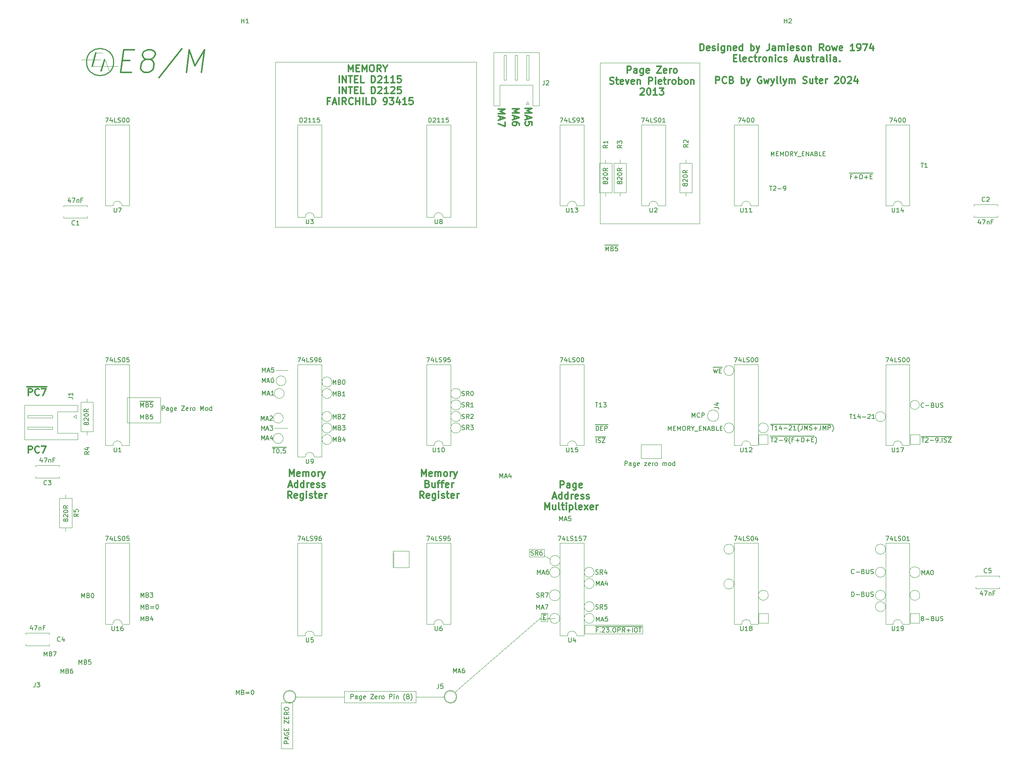
<source format=gbr>
%TF.GenerationSoftware,KiCad,Pcbnew,(6.0.4-0)*%
%TF.CreationDate,2024-04-14T14:43:09+10:00*%
%TF.ProjectId,256 word memory,32353620-776f-4726-9420-6d656d6f7279,rev?*%
%TF.SameCoordinates,Original*%
%TF.FileFunction,Legend,Top*%
%TF.FilePolarity,Positive*%
%FSLAX46Y46*%
G04 Gerber Fmt 4.6, Leading zero omitted, Abs format (unit mm)*
G04 Created by KiCad (PCBNEW (6.0.4-0)) date 2024-04-14 14:43:09*
%MOMM*%
%LPD*%
G01*
G04 APERTURE LIST*
%ADD10C,0.120000*%
%ADD11C,0.150000*%
%ADD12C,0.300000*%
%ADD13C,0.200000*%
%ADD14C,0.240000*%
G04 APERTURE END LIST*
D10*
X76200000Y-27305000D02*
X77470000Y-27305000D01*
X170000000Y-27500000D02*
X148000000Y-27500000D01*
X148000000Y-63000000D02*
X148500000Y-63000000D01*
X91440000Y-167640000D02*
X80645000Y-167640000D01*
X107315000Y-166370000D02*
X91440000Y-166370000D01*
X135636000Y-136652000D02*
X135636000Y-136398000D01*
X132334000Y-136652000D02*
X135636000Y-136652000D01*
X135636000Y-135001000D02*
X135636000Y-136652000D01*
X135636000Y-136652000D02*
X132334000Y-136652000D01*
X107315000Y-167640000D02*
X113515097Y-167640000D01*
X136400000Y-151000000D02*
X136400000Y-150200000D01*
X144600000Y-153725000D02*
X144600000Y-151725000D01*
X80010000Y-168910000D02*
X77470000Y-168910000D01*
X216600000Y-111800000D02*
X216600000Y-109700000D01*
X183100000Y-111800000D02*
X183100000Y-109700000D01*
X216600000Y-151300000D02*
X216600000Y-149200000D01*
X183100000Y-151300000D02*
X183100000Y-149200000D01*
X144600000Y-151725000D02*
X146825000Y-151725000D01*
X161544000Y-114935000D02*
X161544000Y-111887000D01*
X139208305Y-145200000D02*
G75*
G03*
X139208305Y-145200000I-1208305J0D01*
G01*
X146704536Y-142600000D02*
G75*
G03*
X146704536Y-142600000I-1104536J0D01*
G01*
X139140175Y-140100000D02*
G75*
G03*
X139140175Y-140100000I-1140175J0D01*
G01*
X136900000Y-150200000D02*
X136400000Y-150200000D01*
X183100000Y-109700000D02*
X185100000Y-109700000D01*
X183100000Y-149200000D02*
X185200000Y-149200000D01*
X146700000Y-140100000D02*
G75*
G03*
X146700000Y-140100000I-1100000J0D01*
G01*
X77470000Y-27305000D02*
X120650000Y-27305000D01*
X77470000Y-179070000D02*
X80010000Y-179070000D01*
X136400000Y-149100000D02*
X135000000Y-149100000D01*
X135000000Y-149100000D02*
X135000000Y-151000000D01*
X161544000Y-111887000D02*
X157099000Y-111887000D01*
X185200000Y-149200000D02*
X185200000Y-151300000D01*
X117230180Y-103120000D02*
G75*
G03*
X117230180Y-103120000I-1110180J0D01*
G01*
X211104536Y-105700000D02*
G75*
G03*
X211104536Y-105700000I-1104536J0D01*
G01*
X80645000Y-167640000D02*
G75*
G03*
X80645000Y-167640000I-1270000J0D01*
G01*
X216600000Y-109700000D02*
X218700000Y-109700000D01*
X105791000Y-135382000D02*
X102235000Y-135382000D01*
X211104536Y-140100000D02*
G75*
G03*
X211104536Y-140100000I-1104536J0D01*
G01*
X77951136Y-106025000D02*
G75*
G03*
X77951136Y-106025000I-1101136J0D01*
G01*
X211118034Y-135000000D02*
G75*
G03*
X211118034Y-135000000I-1118034J0D01*
G01*
X78950000Y-108200000D02*
X76025000Y-108200000D01*
X177604536Y-108200000D02*
G75*
G03*
X177604536Y-108200000I-1104536J0D01*
G01*
X185100000Y-109700000D02*
X185100000Y-111800000D01*
X146704536Y-150300000D02*
G75*
G03*
X146704536Y-150300000I-1104536J0D01*
G01*
X88720409Y-110750000D02*
G75*
G03*
X88720409Y-110750000I-1100409J0D01*
G01*
X138000000Y-150300000D02*
X134620000Y-150495000D01*
X105791000Y-139065000D02*
X105791000Y-135382000D01*
X157450000Y-151725000D02*
X157450000Y-153725000D01*
X218700000Y-109700000D02*
X218700000Y-111800000D01*
X218600000Y-151300000D02*
X216600000Y-151300000D01*
X135000000Y-151000000D02*
X136400000Y-151000000D01*
X135636000Y-135001000D02*
X132334000Y-135001000D01*
X43434000Y-101473000D02*
X50800000Y-101473000D01*
X102235000Y-135382000D02*
X102235000Y-135763000D01*
X146704536Y-147700000D02*
G75*
G03*
X146704536Y-147700000I-1104536J0D01*
G01*
X177604536Y-95500000D02*
G75*
G03*
X177604536Y-95500000I-1104536J0D01*
G01*
X88714578Y-100580000D02*
G75*
G03*
X88714578Y-100580000I-1094578J0D01*
G01*
X117240044Y-100590000D02*
G75*
G03*
X117240044Y-100590000I-1130044J0D01*
G01*
X218700000Y-111800000D02*
X216600000Y-111800000D01*
X218604988Y-103100000D02*
G75*
G03*
X218604988Y-103100000I-1004988J0D01*
G01*
X102362000Y-139065000D02*
X105791000Y-139065000D01*
X77959617Y-110525000D02*
G75*
G03*
X77959617Y-110525000I-1109617J0D01*
G01*
X117250708Y-108200000D02*
G75*
G03*
X117250708Y-108200000I-1130708J0D01*
G01*
X146825000Y-151725000D02*
X157450000Y-151725000D01*
X185204536Y-108200000D02*
G75*
G03*
X185204536Y-108200000I-1104536J0D01*
G01*
X77470000Y-168910000D02*
X77470000Y-179070000D01*
X50800000Y-107061000D02*
X48387000Y-107061000D01*
X50800000Y-101727000D02*
X50800000Y-107061000D01*
X148000000Y-27500000D02*
X148000000Y-63000000D01*
X102235000Y-135763000D02*
X102235000Y-139065000D01*
X218804159Y-140100000D02*
G75*
G03*
X218804159Y-140100000I-1204159J0D01*
G01*
X148500000Y-63000000D02*
X170000000Y-63000000D01*
X136400000Y-150200000D02*
X136400000Y-149100000D01*
X88720405Y-105670000D02*
G75*
G03*
X88720405Y-105670000I-1110405J0D01*
G01*
X43434000Y-102108000D02*
X43434000Y-101473000D01*
X139104536Y-150300000D02*
G75*
G03*
X139104536Y-150300000I-1104536J0D01*
G01*
X76200000Y-63800000D02*
X76200000Y-27305000D01*
X177604536Y-142700000D02*
G75*
G03*
X177604536Y-142700000I-1104536J0D01*
G01*
X48387000Y-107061000D02*
X43434000Y-107061000D01*
X80794903Y-167640000D02*
G75*
G03*
X80794903Y-167640000I-1419903J0D01*
G01*
X218600000Y-149200000D02*
X218600000Y-151300000D01*
X78170730Y-100575000D02*
G75*
G03*
X78170730Y-100575000I-1095730J0D01*
G01*
X91440000Y-166370000D02*
X91440000Y-168910000D01*
X120700000Y-63800000D02*
X76200000Y-63800000D01*
X218704536Y-145200000D02*
G75*
G03*
X218704536Y-145200000I-1104536J0D01*
G01*
X117238034Y-105660000D02*
G75*
G03*
X117238034Y-105660000I-1118034J0D01*
G01*
X132334000Y-135001000D02*
X132334000Y-136652000D01*
X170000000Y-63000000D02*
X170000000Y-27500000D01*
X211104536Y-147700000D02*
G75*
G03*
X211104536Y-147700000I-1104536J0D01*
G01*
X79000000Y-95475000D02*
X76375000Y-95475000D01*
X102362000Y-135763000D02*
X102362000Y-139065000D01*
X185200000Y-145200000D02*
G75*
G03*
X185200000Y-145200000I-1100000J0D01*
G01*
X216600000Y-149200000D02*
X218600000Y-149200000D01*
X177604536Y-135000000D02*
G75*
G03*
X177604536Y-135000000I-1104536J0D01*
G01*
X157099000Y-111887000D02*
X157099000Y-114935000D01*
X185200000Y-151300000D02*
X183100000Y-151300000D01*
X185100000Y-111800000D02*
X183100000Y-111800000D01*
X91440000Y-168910000D02*
X107315000Y-168910000D01*
X80010000Y-179070000D02*
X80010000Y-168910000D01*
X157450000Y-153725000D02*
X144600000Y-153725000D01*
X107315000Y-168910000D02*
X107315000Y-166370000D01*
X120650000Y-27305000D02*
X120700000Y-63800000D01*
X43434000Y-107061000D02*
X43434000Y-102108000D01*
X88722225Y-98030000D02*
G75*
G03*
X88722225Y-98030000I-1102225J0D01*
G01*
X88710182Y-108210000D02*
G75*
G03*
X88710182Y-108210000I-1100182J0D01*
G01*
X139199034Y-137541000D02*
G75*
G03*
X139199034Y-137541000I-1150034J0D01*
G01*
X211104536Y-145200000D02*
G75*
G03*
X211104536Y-145200000I-1104536J0D01*
G01*
X137033000Y-137160000D02*
X135636000Y-136398000D01*
X116205000Y-167640000D02*
G75*
G03*
X116205000Y-167640000I-1270000J0D01*
G01*
X50800000Y-101473000D02*
X50800000Y-101727000D01*
X78554641Y-97775000D02*
G75*
G03*
X78554641Y-97775000I-1079641J0D01*
G01*
X116354903Y-167640000D02*
G75*
G03*
X116354903Y-167640000I-1419903J0D01*
G01*
X135000000Y-150100000D02*
X115900000Y-166600000D01*
X157099000Y-114935000D02*
X161544000Y-114935000D01*
D11*
X149004380Y-67794000D02*
X150147238Y-67794000D01*
X149242476Y-69076380D02*
X149242476Y-68076380D01*
X149575809Y-68790666D01*
X149909142Y-68076380D01*
X149909142Y-69076380D01*
X150147238Y-67794000D02*
X151147238Y-67794000D01*
X150718666Y-68552571D02*
X150861523Y-68600190D01*
X150909142Y-68647809D01*
X150956761Y-68743047D01*
X150956761Y-68885904D01*
X150909142Y-68981142D01*
X150861523Y-69028761D01*
X150766285Y-69076380D01*
X150385333Y-69076380D01*
X150385333Y-68076380D01*
X150718666Y-68076380D01*
X150813904Y-68124000D01*
X150861523Y-68171619D01*
X150909142Y-68266857D01*
X150909142Y-68362095D01*
X150861523Y-68457333D01*
X150813904Y-68504952D01*
X150718666Y-68552571D01*
X150385333Y-68552571D01*
X151147238Y-67794000D02*
X152099619Y-67794000D01*
X151861523Y-68076380D02*
X151385333Y-68076380D01*
X151337714Y-68552571D01*
X151385333Y-68504952D01*
X151480571Y-68457333D01*
X151718666Y-68457333D01*
X151813904Y-68504952D01*
X151861523Y-68552571D01*
X151909142Y-68647809D01*
X151909142Y-68885904D01*
X151861523Y-68981142D01*
X151813904Y-69028761D01*
X151718666Y-69076380D01*
X151480571Y-69076380D01*
X151385333Y-69028761D01*
X151337714Y-68981142D01*
X204190476Y-140357142D02*
X204142857Y-140404761D01*
X204000000Y-140452380D01*
X203904761Y-140452380D01*
X203761904Y-140404761D01*
X203666666Y-140309523D01*
X203619047Y-140214285D01*
X203571428Y-140023809D01*
X203571428Y-139880952D01*
X203619047Y-139690476D01*
X203666666Y-139595238D01*
X203761904Y-139500000D01*
X203904761Y-139452380D01*
X204000000Y-139452380D01*
X204142857Y-139500000D01*
X204190476Y-139547619D01*
X204619047Y-140071428D02*
X205380952Y-140071428D01*
X206190476Y-139928571D02*
X206333333Y-139976190D01*
X206380952Y-140023809D01*
X206428571Y-140119047D01*
X206428571Y-140261904D01*
X206380952Y-140357142D01*
X206333333Y-140404761D01*
X206238095Y-140452380D01*
X205857142Y-140452380D01*
X205857142Y-139452380D01*
X206190476Y-139452380D01*
X206285714Y-139500000D01*
X206333333Y-139547619D01*
X206380952Y-139642857D01*
X206380952Y-139738095D01*
X206333333Y-139833333D01*
X206285714Y-139880952D01*
X206190476Y-139928571D01*
X205857142Y-139928571D01*
X206857142Y-139452380D02*
X206857142Y-140261904D01*
X206904761Y-140357142D01*
X206952380Y-140404761D01*
X207047619Y-140452380D01*
X207238095Y-140452380D01*
X207333333Y-140404761D01*
X207380952Y-140357142D01*
X207428571Y-140261904D01*
X207428571Y-139452380D01*
X207857142Y-140404761D02*
X208000000Y-140452380D01*
X208238095Y-140452380D01*
X208333333Y-140404761D01*
X208380952Y-140357142D01*
X208428571Y-140261904D01*
X208428571Y-140166666D01*
X208380952Y-140071428D01*
X208333333Y-140023809D01*
X208238095Y-139976190D01*
X208047619Y-139928571D01*
X207952380Y-139880952D01*
X207904761Y-139833333D01*
X207857142Y-139738095D01*
X207857142Y-139642857D01*
X207904761Y-139547619D01*
X207952380Y-139500000D01*
X208047619Y-139452380D01*
X208285714Y-139452380D01*
X208428571Y-139500000D01*
X115561904Y-162352380D02*
X115561904Y-161352380D01*
X115895238Y-162066666D01*
X116228571Y-161352380D01*
X116228571Y-162352380D01*
X116657142Y-162066666D02*
X117133333Y-162066666D01*
X116561904Y-162352380D02*
X116895238Y-161352380D01*
X117228571Y-162352380D01*
X117990476Y-161352380D02*
X117800000Y-161352380D01*
X117704761Y-161400000D01*
X117657142Y-161447619D01*
X117561904Y-161590476D01*
X117514285Y-161780952D01*
X117514285Y-162161904D01*
X117561904Y-162257142D01*
X117609523Y-162304761D01*
X117704761Y-162352380D01*
X117895238Y-162352380D01*
X117990476Y-162304761D01*
X118038095Y-162257142D01*
X118085714Y-162161904D01*
X118085714Y-161923809D01*
X118038095Y-161828571D01*
X117990476Y-161780952D01*
X117895238Y-161733333D01*
X117704761Y-161733333D01*
X117609523Y-161780952D01*
X117561904Y-161828571D01*
X117514285Y-161923809D01*
X146891523Y-110168000D02*
X147367714Y-110168000D01*
X147129619Y-111450380D02*
X147129619Y-110450380D01*
X147367714Y-110168000D02*
X148320095Y-110168000D01*
X147558190Y-111402761D02*
X147701047Y-111450380D01*
X147939142Y-111450380D01*
X148034380Y-111402761D01*
X148082000Y-111355142D01*
X148129619Y-111259904D01*
X148129619Y-111164666D01*
X148082000Y-111069428D01*
X148034380Y-111021809D01*
X147939142Y-110974190D01*
X147748666Y-110926571D01*
X147653428Y-110878952D01*
X147605809Y-110831333D01*
X147558190Y-110736095D01*
X147558190Y-110640857D01*
X147605809Y-110545619D01*
X147653428Y-110498000D01*
X147748666Y-110450380D01*
X147986761Y-110450380D01*
X148129619Y-110498000D01*
X148320095Y-110168000D02*
X149272476Y-110168000D01*
X148462952Y-110450380D02*
X149129619Y-110450380D01*
X148462952Y-111450380D01*
X149129619Y-111450380D01*
X75528571Y-112470000D02*
X76290476Y-112470000D01*
X75623809Y-112752380D02*
X76195238Y-112752380D01*
X75909523Y-113752380D02*
X75909523Y-112752380D01*
X76290476Y-112470000D02*
X77242857Y-112470000D01*
X76719047Y-112752380D02*
X76814285Y-112752380D01*
X76909523Y-112800000D01*
X76957142Y-112847619D01*
X77004761Y-112942857D01*
X77052380Y-113133333D01*
X77052380Y-113371428D01*
X77004761Y-113561904D01*
X76957142Y-113657142D01*
X76909523Y-113704761D01*
X76814285Y-113752380D01*
X76719047Y-113752380D01*
X76623809Y-113704761D01*
X76576190Y-113657142D01*
X76528571Y-113561904D01*
X76480952Y-113371428D01*
X76480952Y-113133333D01*
X76528571Y-112942857D01*
X76576190Y-112847619D01*
X76623809Y-112800000D01*
X76719047Y-112752380D01*
X77242857Y-112470000D02*
X77719047Y-112470000D01*
X77480952Y-113657142D02*
X77528571Y-113704761D01*
X77480952Y-113752380D01*
X77433333Y-113704761D01*
X77480952Y-113657142D01*
X77480952Y-113752380D01*
X77719047Y-112470000D02*
X78671428Y-112470000D01*
X78433333Y-112752380D02*
X77957142Y-112752380D01*
X77909523Y-113228571D01*
X77957142Y-113180952D01*
X78052380Y-113133333D01*
X78290476Y-113133333D01*
X78385714Y-113180952D01*
X78433333Y-113228571D01*
X78480952Y-113323809D01*
X78480952Y-113561904D01*
X78433333Y-113657142D01*
X78385714Y-113704761D01*
X78290476Y-113752380D01*
X78052380Y-113752380D01*
X77957142Y-113704761D01*
X77909523Y-113657142D01*
X185467857Y-54697380D02*
X186039285Y-54697380D01*
X185753571Y-55697380D02*
X185753571Y-54697380D01*
X186325000Y-54792619D02*
X186372619Y-54745000D01*
X186467857Y-54697380D01*
X186705952Y-54697380D01*
X186801190Y-54745000D01*
X186848809Y-54792619D01*
X186896428Y-54887857D01*
X186896428Y-54983095D01*
X186848809Y-55125952D01*
X186277380Y-55697380D01*
X186896428Y-55697380D01*
X187325000Y-55316428D02*
X188086904Y-55316428D01*
X188610714Y-55697380D02*
X188801190Y-55697380D01*
X188896428Y-55649761D01*
X188944047Y-55602142D01*
X189039285Y-55459285D01*
X189086904Y-55268809D01*
X189086904Y-54887857D01*
X189039285Y-54792619D01*
X188991666Y-54745000D01*
X188896428Y-54697380D01*
X188705952Y-54697380D01*
X188610714Y-54745000D01*
X188563095Y-54792619D01*
X188515476Y-54887857D01*
X188515476Y-55125952D01*
X188563095Y-55221190D01*
X188610714Y-55268809D01*
X188705952Y-55316428D01*
X188896428Y-55316428D01*
X188991666Y-55268809D01*
X189039285Y-55221190D01*
X189086904Y-55125952D01*
X51142000Y-104338380D02*
X51142000Y-103338380D01*
X51522952Y-103338380D01*
X51618190Y-103386000D01*
X51665809Y-103433619D01*
X51713428Y-103528857D01*
X51713428Y-103671714D01*
X51665809Y-103766952D01*
X51618190Y-103814571D01*
X51522952Y-103862190D01*
X51142000Y-103862190D01*
X52570571Y-104338380D02*
X52570571Y-103814571D01*
X52522952Y-103719333D01*
X52427714Y-103671714D01*
X52237238Y-103671714D01*
X52142000Y-103719333D01*
X52570571Y-104290761D02*
X52475333Y-104338380D01*
X52237238Y-104338380D01*
X52142000Y-104290761D01*
X52094380Y-104195523D01*
X52094380Y-104100285D01*
X52142000Y-104005047D01*
X52237238Y-103957428D01*
X52475333Y-103957428D01*
X52570571Y-103909809D01*
X53475333Y-103671714D02*
X53475333Y-104481238D01*
X53427714Y-104576476D01*
X53380095Y-104624095D01*
X53284857Y-104671714D01*
X53142000Y-104671714D01*
X53046761Y-104624095D01*
X53475333Y-104290761D02*
X53380095Y-104338380D01*
X53189619Y-104338380D01*
X53094380Y-104290761D01*
X53046761Y-104243142D01*
X52999142Y-104147904D01*
X52999142Y-103862190D01*
X53046761Y-103766952D01*
X53094380Y-103719333D01*
X53189619Y-103671714D01*
X53380095Y-103671714D01*
X53475333Y-103719333D01*
X54332476Y-104290761D02*
X54237238Y-104338380D01*
X54046761Y-104338380D01*
X53951523Y-104290761D01*
X53903904Y-104195523D01*
X53903904Y-103814571D01*
X53951523Y-103719333D01*
X54046761Y-103671714D01*
X54237238Y-103671714D01*
X54332476Y-103719333D01*
X54380095Y-103814571D01*
X54380095Y-103909809D01*
X53903904Y-104005047D01*
X55475333Y-103338380D02*
X56142000Y-103338380D01*
X55475333Y-104338380D01*
X56142000Y-104338380D01*
X56903904Y-104290761D02*
X56808666Y-104338380D01*
X56618190Y-104338380D01*
X56522952Y-104290761D01*
X56475333Y-104195523D01*
X56475333Y-103814571D01*
X56522952Y-103719333D01*
X56618190Y-103671714D01*
X56808666Y-103671714D01*
X56903904Y-103719333D01*
X56951523Y-103814571D01*
X56951523Y-103909809D01*
X56475333Y-104005047D01*
X57380095Y-104338380D02*
X57380095Y-103671714D01*
X57380095Y-103862190D02*
X57427714Y-103766952D01*
X57475333Y-103719333D01*
X57570571Y-103671714D01*
X57665809Y-103671714D01*
X58142000Y-104338380D02*
X58046761Y-104290761D01*
X57999142Y-104243142D01*
X57951523Y-104147904D01*
X57951523Y-103862190D01*
X57999142Y-103766952D01*
X58046761Y-103719333D01*
X58142000Y-103671714D01*
X58284857Y-103671714D01*
X58380095Y-103719333D01*
X58427714Y-103766952D01*
X58475333Y-103862190D01*
X58475333Y-104147904D01*
X58427714Y-104243142D01*
X58380095Y-104290761D01*
X58284857Y-104338380D01*
X58142000Y-104338380D01*
X59665809Y-104338380D02*
X59665809Y-103338380D01*
X59999142Y-104052666D01*
X60332476Y-103338380D01*
X60332476Y-104338380D01*
X60951523Y-104338380D02*
X60856285Y-104290761D01*
X60808666Y-104243142D01*
X60761047Y-104147904D01*
X60761047Y-103862190D01*
X60808666Y-103766952D01*
X60856285Y-103719333D01*
X60951523Y-103671714D01*
X61094380Y-103671714D01*
X61189619Y-103719333D01*
X61237238Y-103766952D01*
X61284857Y-103862190D01*
X61284857Y-104147904D01*
X61237238Y-104243142D01*
X61189619Y-104290761D01*
X61094380Y-104338380D01*
X60951523Y-104338380D01*
X62142000Y-104338380D02*
X62142000Y-103338380D01*
X62142000Y-104290761D02*
X62046761Y-104338380D01*
X61856285Y-104338380D01*
X61761047Y-104290761D01*
X61713428Y-104243142D01*
X61665809Y-104147904D01*
X61665809Y-103862190D01*
X61713428Y-103766952D01*
X61761047Y-103719333D01*
X61856285Y-103671714D01*
X62046761Y-103671714D01*
X62142000Y-103719333D01*
X73361904Y-95852380D02*
X73361904Y-94852380D01*
X73695238Y-95566666D01*
X74028571Y-94852380D01*
X74028571Y-95852380D01*
X74457142Y-95566666D02*
X74933333Y-95566666D01*
X74361904Y-95852380D02*
X74695238Y-94852380D01*
X75028571Y-95852380D01*
X75838095Y-94852380D02*
X75361904Y-94852380D01*
X75314285Y-95328571D01*
X75361904Y-95280952D01*
X75457142Y-95233333D01*
X75695238Y-95233333D01*
X75790476Y-95280952D01*
X75838095Y-95328571D01*
X75885714Y-95423809D01*
X75885714Y-95661904D01*
X75838095Y-95757142D01*
X75790476Y-95804761D01*
X75695238Y-95852380D01*
X75457142Y-95852380D01*
X75361904Y-95804761D01*
X75314285Y-95757142D01*
X73136904Y-110877380D02*
X73136904Y-109877380D01*
X73470238Y-110591666D01*
X73803571Y-109877380D01*
X73803571Y-110877380D01*
X74232142Y-110591666D02*
X74708333Y-110591666D01*
X74136904Y-110877380D02*
X74470238Y-109877380D01*
X74803571Y-110877380D01*
X75565476Y-110210714D02*
X75565476Y-110877380D01*
X75327380Y-109829761D02*
X75089285Y-110544047D01*
X75708333Y-110544047D01*
X163084619Y-108783380D02*
X163084619Y-107783380D01*
X163417952Y-108497666D01*
X163751285Y-107783380D01*
X163751285Y-108783380D01*
X164227476Y-108259571D02*
X164560809Y-108259571D01*
X164703666Y-108783380D02*
X164227476Y-108783380D01*
X164227476Y-107783380D01*
X164703666Y-107783380D01*
X165132238Y-108783380D02*
X165132238Y-107783380D01*
X165465571Y-108497666D01*
X165798904Y-107783380D01*
X165798904Y-108783380D01*
X166465571Y-107783380D02*
X166656047Y-107783380D01*
X166751285Y-107831000D01*
X166846523Y-107926238D01*
X166894142Y-108116714D01*
X166894142Y-108450047D01*
X166846523Y-108640523D01*
X166751285Y-108735761D01*
X166656047Y-108783380D01*
X166465571Y-108783380D01*
X166370333Y-108735761D01*
X166275095Y-108640523D01*
X166227476Y-108450047D01*
X166227476Y-108116714D01*
X166275095Y-107926238D01*
X166370333Y-107831000D01*
X166465571Y-107783380D01*
X167894142Y-108783380D02*
X167560809Y-108307190D01*
X167322714Y-108783380D02*
X167322714Y-107783380D01*
X167703666Y-107783380D01*
X167798904Y-107831000D01*
X167846523Y-107878619D01*
X167894142Y-107973857D01*
X167894142Y-108116714D01*
X167846523Y-108211952D01*
X167798904Y-108259571D01*
X167703666Y-108307190D01*
X167322714Y-108307190D01*
X168513190Y-108307190D02*
X168513190Y-108783380D01*
X168179857Y-107783380D02*
X168513190Y-108307190D01*
X168846523Y-107783380D01*
X168941761Y-108878619D02*
X169703666Y-108878619D01*
X169941761Y-108259571D02*
X170275095Y-108259571D01*
X170417952Y-108783380D02*
X169941761Y-108783380D01*
X169941761Y-107783380D01*
X170417952Y-107783380D01*
X170846523Y-108783380D02*
X170846523Y-107783380D01*
X171417952Y-108783380D01*
X171417952Y-107783380D01*
X171846523Y-108497666D02*
X172322714Y-108497666D01*
X171751285Y-108783380D02*
X172084619Y-107783380D01*
X172417952Y-108783380D01*
X173084619Y-108259571D02*
X173227476Y-108307190D01*
X173275095Y-108354809D01*
X173322714Y-108450047D01*
X173322714Y-108592904D01*
X173275095Y-108688142D01*
X173227476Y-108735761D01*
X173132238Y-108783380D01*
X172751285Y-108783380D01*
X172751285Y-107783380D01*
X173084619Y-107783380D01*
X173179857Y-107831000D01*
X173227476Y-107878619D01*
X173275095Y-107973857D01*
X173275095Y-108069095D01*
X173227476Y-108164333D01*
X173179857Y-108211952D01*
X173084619Y-108259571D01*
X172751285Y-108259571D01*
X174227476Y-108783380D02*
X173751285Y-108783380D01*
X173751285Y-107783380D01*
X174560809Y-108259571D02*
X174894142Y-108259571D01*
X175037000Y-108783380D02*
X174560809Y-108783380D01*
X174560809Y-107783380D01*
X175037000Y-107783380D01*
D12*
X131421428Y-37542857D02*
X132921428Y-37542857D01*
X131850000Y-38042857D01*
X132921428Y-38542857D01*
X131421428Y-38542857D01*
X131850000Y-39185714D02*
X131850000Y-39900000D01*
X131421428Y-39042857D02*
X132921428Y-39542857D01*
X131421428Y-40042857D01*
X132921428Y-41257142D02*
X132921428Y-40542857D01*
X132207142Y-40471428D01*
X132278571Y-40542857D01*
X132350000Y-40685714D01*
X132350000Y-41042857D01*
X132278571Y-41185714D01*
X132207142Y-41257142D01*
X132064285Y-41328571D01*
X131707142Y-41328571D01*
X131564285Y-41257142D01*
X131492857Y-41185714D01*
X131421428Y-41042857D01*
X131421428Y-40685714D01*
X131492857Y-40542857D01*
X131564285Y-40471428D01*
X21637857Y-113708571D02*
X21637857Y-112208571D01*
X22209285Y-112208571D01*
X22352142Y-112280000D01*
X22423571Y-112351428D01*
X22494999Y-112494285D01*
X22494999Y-112708571D01*
X22423571Y-112851428D01*
X22352142Y-112922857D01*
X22209285Y-112994285D01*
X21637857Y-112994285D01*
X23994999Y-113565714D02*
X23923571Y-113637142D01*
X23709285Y-113708571D01*
X23566428Y-113708571D01*
X23352142Y-113637142D01*
X23209285Y-113494285D01*
X23137857Y-113351428D01*
X23066428Y-113065714D01*
X23066428Y-112851428D01*
X23137857Y-112565714D01*
X23209285Y-112422857D01*
X23352142Y-112280000D01*
X23566428Y-112208571D01*
X23709285Y-112208571D01*
X23923571Y-112280000D01*
X23994999Y-112351428D01*
X24494999Y-112208571D02*
X25495000Y-112208571D01*
X24852142Y-113708571D01*
D11*
X147038095Y-148204761D02*
X147180952Y-148252380D01*
X147419047Y-148252380D01*
X147514285Y-148204761D01*
X147561904Y-148157142D01*
X147609523Y-148061904D01*
X147609523Y-147966666D01*
X147561904Y-147871428D01*
X147514285Y-147823809D01*
X147419047Y-147776190D01*
X147228571Y-147728571D01*
X147133333Y-147680952D01*
X147085714Y-147633333D01*
X147038095Y-147538095D01*
X147038095Y-147442857D01*
X147085714Y-147347619D01*
X147133333Y-147300000D01*
X147228571Y-147252380D01*
X147466666Y-147252380D01*
X147609523Y-147300000D01*
X148609523Y-148252380D02*
X148276190Y-147776190D01*
X148038095Y-148252380D02*
X148038095Y-147252380D01*
X148419047Y-147252380D01*
X148514285Y-147300000D01*
X148561904Y-147347619D01*
X148609523Y-147442857D01*
X148609523Y-147585714D01*
X148561904Y-147680952D01*
X148514285Y-147728571D01*
X148419047Y-147776190D01*
X148038095Y-147776190D01*
X149514285Y-147252380D02*
X149038095Y-147252380D01*
X148990476Y-147728571D01*
X149038095Y-147680952D01*
X149133333Y-147633333D01*
X149371428Y-147633333D01*
X149466666Y-147680952D01*
X149514285Y-147728571D01*
X149561904Y-147823809D01*
X149561904Y-148061904D01*
X149514285Y-148157142D01*
X149466666Y-148204761D01*
X149371428Y-148252380D01*
X149133333Y-148252380D01*
X149038095Y-148204761D01*
X148990476Y-148157142D01*
X88970476Y-108672380D02*
X88970476Y-107672380D01*
X89303809Y-108386666D01*
X89637142Y-107672380D01*
X89637142Y-108672380D01*
X90446666Y-108148571D02*
X90589523Y-108196190D01*
X90637142Y-108243809D01*
X90684761Y-108339047D01*
X90684761Y-108481904D01*
X90637142Y-108577142D01*
X90589523Y-108624761D01*
X90494285Y-108672380D01*
X90113333Y-108672380D01*
X90113333Y-107672380D01*
X90446666Y-107672380D01*
X90541904Y-107720000D01*
X90589523Y-107767619D01*
X90637142Y-107862857D01*
X90637142Y-107958095D01*
X90589523Y-108053333D01*
X90541904Y-108100952D01*
X90446666Y-108148571D01*
X90113333Y-108148571D01*
X91018095Y-107672380D02*
X91637142Y-107672380D01*
X91303809Y-108053333D01*
X91446666Y-108053333D01*
X91541904Y-108100952D01*
X91589523Y-108148571D01*
X91637142Y-108243809D01*
X91637142Y-108481904D01*
X91589523Y-108577142D01*
X91541904Y-108624761D01*
X91446666Y-108672380D01*
X91160952Y-108672380D01*
X91065714Y-108624761D01*
X91018095Y-108577142D01*
D12*
X21280714Y-99085000D02*
X22780714Y-99085000D01*
X21637857Y-101008571D02*
X21637857Y-99508571D01*
X22209285Y-99508571D01*
X22352142Y-99580000D01*
X22423571Y-99651428D01*
X22494999Y-99794285D01*
X22494999Y-100008571D01*
X22423571Y-100151428D01*
X22352142Y-100222857D01*
X22209285Y-100294285D01*
X21637857Y-100294285D01*
X22780714Y-99085000D02*
X24280714Y-99085000D01*
X23994999Y-100865714D02*
X23923571Y-100937142D01*
X23709285Y-101008571D01*
X23566428Y-101008571D01*
X23352142Y-100937142D01*
X23209285Y-100794285D01*
X23137857Y-100651428D01*
X23066428Y-100365714D01*
X23066428Y-100151428D01*
X23137857Y-99865714D01*
X23209285Y-99722857D01*
X23352142Y-99580000D01*
X23566428Y-99508571D01*
X23709285Y-99508571D01*
X23923571Y-99580000D01*
X23994999Y-99651428D01*
X24280714Y-99085000D02*
X25709285Y-99085000D01*
X24494999Y-99508571D02*
X25495000Y-99508571D01*
X24852142Y-101008571D01*
D11*
X117478095Y-108554761D02*
X117620952Y-108602380D01*
X117859047Y-108602380D01*
X117954285Y-108554761D01*
X118001904Y-108507142D01*
X118049523Y-108411904D01*
X118049523Y-108316666D01*
X118001904Y-108221428D01*
X117954285Y-108173809D01*
X117859047Y-108126190D01*
X117668571Y-108078571D01*
X117573333Y-108030952D01*
X117525714Y-107983333D01*
X117478095Y-107888095D01*
X117478095Y-107792857D01*
X117525714Y-107697619D01*
X117573333Y-107650000D01*
X117668571Y-107602380D01*
X117906666Y-107602380D01*
X118049523Y-107650000D01*
X119049523Y-108602380D02*
X118716190Y-108126190D01*
X118478095Y-108602380D02*
X118478095Y-107602380D01*
X118859047Y-107602380D01*
X118954285Y-107650000D01*
X119001904Y-107697619D01*
X119049523Y-107792857D01*
X119049523Y-107935714D01*
X119001904Y-108030952D01*
X118954285Y-108078571D01*
X118859047Y-108126190D01*
X118478095Y-108126190D01*
X119382857Y-107602380D02*
X120001904Y-107602380D01*
X119668571Y-107983333D01*
X119811428Y-107983333D01*
X119906666Y-108030952D01*
X119954285Y-108078571D01*
X120001904Y-108173809D01*
X120001904Y-108411904D01*
X119954285Y-108507142D01*
X119906666Y-108554761D01*
X119811428Y-108602380D01*
X119525714Y-108602380D01*
X119430476Y-108554761D01*
X119382857Y-108507142D01*
X134161904Y-140552380D02*
X134161904Y-139552380D01*
X134495238Y-140266666D01*
X134828571Y-139552380D01*
X134828571Y-140552380D01*
X135257142Y-140266666D02*
X135733333Y-140266666D01*
X135161904Y-140552380D02*
X135495238Y-139552380D01*
X135828571Y-140552380D01*
X136590476Y-139552380D02*
X136400000Y-139552380D01*
X136304761Y-139600000D01*
X136257142Y-139647619D01*
X136161904Y-139790476D01*
X136114285Y-139980952D01*
X136114285Y-140361904D01*
X136161904Y-140457142D01*
X136209523Y-140504761D01*
X136304761Y-140552380D01*
X136495238Y-140552380D01*
X136590476Y-140504761D01*
X136638095Y-140457142D01*
X136685714Y-140361904D01*
X136685714Y-140123809D01*
X136638095Y-140028571D01*
X136590476Y-139980952D01*
X136495238Y-139933333D01*
X136304761Y-139933333D01*
X136209523Y-139980952D01*
X136161904Y-140028571D01*
X136114285Y-140123809D01*
X46204380Y-102294000D02*
X47347238Y-102294000D01*
X46442476Y-103576380D02*
X46442476Y-102576380D01*
X46775809Y-103290666D01*
X47109142Y-102576380D01*
X47109142Y-103576380D01*
X47347238Y-102294000D02*
X48347238Y-102294000D01*
X47918666Y-103052571D02*
X48061523Y-103100190D01*
X48109142Y-103147809D01*
X48156761Y-103243047D01*
X48156761Y-103385904D01*
X48109142Y-103481142D01*
X48061523Y-103528761D01*
X47966285Y-103576380D01*
X47585333Y-103576380D01*
X47585333Y-102576380D01*
X47918666Y-102576380D01*
X48013904Y-102624000D01*
X48061523Y-102671619D01*
X48109142Y-102766857D01*
X48109142Y-102862095D01*
X48061523Y-102957333D01*
X48013904Y-103004952D01*
X47918666Y-103052571D01*
X47585333Y-103052571D01*
X48347238Y-102294000D02*
X49299619Y-102294000D01*
X49061523Y-102576380D02*
X48585333Y-102576380D01*
X48537714Y-103052571D01*
X48585333Y-103004952D01*
X48680571Y-102957333D01*
X48918666Y-102957333D01*
X49013904Y-103004952D01*
X49061523Y-103052571D01*
X49109142Y-103147809D01*
X49109142Y-103385904D01*
X49061523Y-103481142D01*
X49013904Y-103528761D01*
X48918666Y-103576380D01*
X48680571Y-103576380D01*
X48585333Y-103528761D01*
X48537714Y-103481142D01*
X33390476Y-145752380D02*
X33390476Y-144752380D01*
X33723809Y-145466666D01*
X34057142Y-144752380D01*
X34057142Y-145752380D01*
X34866666Y-145228571D02*
X35009523Y-145276190D01*
X35057142Y-145323809D01*
X35104761Y-145419047D01*
X35104761Y-145561904D01*
X35057142Y-145657142D01*
X35009523Y-145704761D01*
X34914285Y-145752380D01*
X34533333Y-145752380D01*
X34533333Y-144752380D01*
X34866666Y-144752380D01*
X34961904Y-144800000D01*
X35009523Y-144847619D01*
X35057142Y-144942857D01*
X35057142Y-145038095D01*
X35009523Y-145133333D01*
X34961904Y-145180952D01*
X34866666Y-145228571D01*
X34533333Y-145228571D01*
X35723809Y-144752380D02*
X35819047Y-144752380D01*
X35914285Y-144800000D01*
X35961904Y-144847619D01*
X36009523Y-144942857D01*
X36057142Y-145133333D01*
X36057142Y-145371428D01*
X36009523Y-145561904D01*
X35961904Y-145657142D01*
X35914285Y-145704761D01*
X35819047Y-145752380D01*
X35723809Y-145752380D01*
X35628571Y-145704761D01*
X35580952Y-145657142D01*
X35533333Y-145561904D01*
X35485714Y-145371428D01*
X35485714Y-145133333D01*
X35533333Y-144942857D01*
X35580952Y-144847619D01*
X35628571Y-144800000D01*
X35723809Y-144752380D01*
X146932142Y-152070000D02*
X147789285Y-152070000D01*
X147503571Y-152828571D02*
X147170238Y-152828571D01*
X147170238Y-153352380D02*
X147170238Y-152352380D01*
X147646428Y-152352380D01*
X147789285Y-152070000D02*
X148265476Y-152070000D01*
X148027380Y-153257142D02*
X148075000Y-153304761D01*
X148027380Y-153352380D01*
X147979761Y-153304761D01*
X148027380Y-153257142D01*
X148027380Y-153352380D01*
X148265476Y-152070000D02*
X149217857Y-152070000D01*
X148455952Y-152447619D02*
X148503571Y-152400000D01*
X148598809Y-152352380D01*
X148836904Y-152352380D01*
X148932142Y-152400000D01*
X148979761Y-152447619D01*
X149027380Y-152542857D01*
X149027380Y-152638095D01*
X148979761Y-152780952D01*
X148408333Y-153352380D01*
X149027380Y-153352380D01*
X149217857Y-152070000D02*
X150170238Y-152070000D01*
X149360714Y-152352380D02*
X149979761Y-152352380D01*
X149646428Y-152733333D01*
X149789285Y-152733333D01*
X149884523Y-152780952D01*
X149932142Y-152828571D01*
X149979761Y-152923809D01*
X149979761Y-153161904D01*
X149932142Y-153257142D01*
X149884523Y-153304761D01*
X149789285Y-153352380D01*
X149503571Y-153352380D01*
X149408333Y-153304761D01*
X149360714Y-153257142D01*
X150170238Y-152070000D02*
X150646428Y-152070000D01*
X150408333Y-153257142D02*
X150455952Y-153304761D01*
X150408333Y-153352380D01*
X150360714Y-153304761D01*
X150408333Y-153257142D01*
X150408333Y-153352380D01*
X150646428Y-152070000D02*
X151694047Y-152070000D01*
X151075000Y-152352380D02*
X151265476Y-152352380D01*
X151360714Y-152400000D01*
X151455952Y-152495238D01*
X151503571Y-152685714D01*
X151503571Y-153019047D01*
X151455952Y-153209523D01*
X151360714Y-153304761D01*
X151265476Y-153352380D01*
X151075000Y-153352380D01*
X150979761Y-153304761D01*
X150884523Y-153209523D01*
X150836904Y-153019047D01*
X150836904Y-152685714D01*
X150884523Y-152495238D01*
X150979761Y-152400000D01*
X151075000Y-152352380D01*
X151694047Y-152070000D02*
X152694047Y-152070000D01*
X151932142Y-153352380D02*
X151932142Y-152352380D01*
X152313095Y-152352380D01*
X152408333Y-152400000D01*
X152455952Y-152447619D01*
X152503571Y-152542857D01*
X152503571Y-152685714D01*
X152455952Y-152780952D01*
X152408333Y-152828571D01*
X152313095Y-152876190D01*
X151932142Y-152876190D01*
X152694047Y-152070000D02*
X153694047Y-152070000D01*
X153503571Y-153352380D02*
X153170238Y-152876190D01*
X152932142Y-153352380D02*
X152932142Y-152352380D01*
X153313095Y-152352380D01*
X153408333Y-152400000D01*
X153455952Y-152447619D01*
X153503571Y-152542857D01*
X153503571Y-152685714D01*
X153455952Y-152780952D01*
X153408333Y-152828571D01*
X153313095Y-152876190D01*
X152932142Y-152876190D01*
X153694047Y-152070000D02*
X154932142Y-152070000D01*
X153932142Y-152971428D02*
X154694047Y-152971428D01*
X154313095Y-153352380D02*
X154313095Y-152590476D01*
X154932142Y-152070000D02*
X155408333Y-152070000D01*
X155170238Y-153352380D02*
X155170238Y-152352380D01*
X155408333Y-152070000D02*
X156455952Y-152070000D01*
X155836904Y-152352380D02*
X156027380Y-152352380D01*
X156122619Y-152400000D01*
X156217857Y-152495238D01*
X156265476Y-152685714D01*
X156265476Y-153019047D01*
X156217857Y-153209523D01*
X156122619Y-153304761D01*
X156027380Y-153352380D01*
X155836904Y-153352380D01*
X155741666Y-153304761D01*
X155646428Y-153209523D01*
X155598809Y-153019047D01*
X155598809Y-152685714D01*
X155646428Y-152495238D01*
X155741666Y-152400000D01*
X155836904Y-152352380D01*
X156455952Y-152070000D02*
X157217857Y-152070000D01*
X156551190Y-152352380D02*
X157122619Y-152352380D01*
X156836904Y-153352380D02*
X156836904Y-152352380D01*
X203190476Y-105152380D02*
X203761904Y-105152380D01*
X203476190Y-106152380D02*
X203476190Y-105152380D01*
X204619047Y-106152380D02*
X204047619Y-106152380D01*
X204333333Y-106152380D02*
X204333333Y-105152380D01*
X204238095Y-105295238D01*
X204142857Y-105390476D01*
X204047619Y-105438095D01*
X205476190Y-105485714D02*
X205476190Y-106152380D01*
X205238095Y-105104761D02*
X205000000Y-105819047D01*
X205619047Y-105819047D01*
X206000000Y-105771428D02*
X206761904Y-105771428D01*
X207190476Y-105247619D02*
X207238095Y-105200000D01*
X207333333Y-105152380D01*
X207571428Y-105152380D01*
X207666666Y-105200000D01*
X207714285Y-105247619D01*
X207761904Y-105342857D01*
X207761904Y-105438095D01*
X207714285Y-105580952D01*
X207142857Y-106152380D01*
X207761904Y-106152380D01*
X208714285Y-106152380D02*
X208142857Y-106152380D01*
X208428571Y-106152380D02*
X208428571Y-105152380D01*
X208333333Y-105295238D01*
X208238095Y-105390476D01*
X208142857Y-105438095D01*
X46442476Y-106243380D02*
X46442476Y-105243380D01*
X46775809Y-105957666D01*
X47109142Y-105243380D01*
X47109142Y-106243380D01*
X47918666Y-105719571D02*
X48061523Y-105767190D01*
X48109142Y-105814809D01*
X48156761Y-105910047D01*
X48156761Y-106052904D01*
X48109142Y-106148142D01*
X48061523Y-106195761D01*
X47966285Y-106243380D01*
X47585333Y-106243380D01*
X47585333Y-105243380D01*
X47918666Y-105243380D01*
X48013904Y-105291000D01*
X48061523Y-105338619D01*
X48109142Y-105433857D01*
X48109142Y-105529095D01*
X48061523Y-105624333D01*
X48013904Y-105671952D01*
X47918666Y-105719571D01*
X47585333Y-105719571D01*
X49061523Y-105243380D02*
X48585333Y-105243380D01*
X48537714Y-105719571D01*
X48585333Y-105671952D01*
X48680571Y-105624333D01*
X48918666Y-105624333D01*
X49013904Y-105671952D01*
X49061523Y-105719571D01*
X49109142Y-105814809D01*
X49109142Y-106052904D01*
X49061523Y-106148142D01*
X49013904Y-106195761D01*
X48918666Y-106243380D01*
X48680571Y-106243380D01*
X48585333Y-106195761D01*
X48537714Y-106148142D01*
X147161904Y-143052380D02*
X147161904Y-142052380D01*
X147495238Y-142766666D01*
X147828571Y-142052380D01*
X147828571Y-143052380D01*
X148257142Y-142766666D02*
X148733333Y-142766666D01*
X148161904Y-143052380D02*
X148495238Y-142052380D01*
X148828571Y-143052380D01*
X149590476Y-142385714D02*
X149590476Y-143052380D01*
X149352380Y-142004761D02*
X149114285Y-142719047D01*
X149733333Y-142719047D01*
X219161904Y-140652380D02*
X219161904Y-139652380D01*
X219495238Y-140366666D01*
X219828571Y-139652380D01*
X219828571Y-140652380D01*
X220257142Y-140366666D02*
X220733333Y-140366666D01*
X220161904Y-140652380D02*
X220495238Y-139652380D01*
X220828571Y-140652380D01*
X221352380Y-139652380D02*
X221447619Y-139652380D01*
X221542857Y-139700000D01*
X221590476Y-139747619D01*
X221638095Y-139842857D01*
X221685714Y-140033333D01*
X221685714Y-140271428D01*
X221638095Y-140461904D01*
X221590476Y-140557142D01*
X221542857Y-140604761D01*
X221447619Y-140652380D01*
X221352380Y-140652380D01*
X221257142Y-140604761D01*
X221209523Y-140557142D01*
X221161904Y-140461904D01*
X221114285Y-140271428D01*
X221114285Y-140033333D01*
X221161904Y-139842857D01*
X221209523Y-139747619D01*
X221257142Y-139700000D01*
X221352380Y-139652380D01*
X117458095Y-106114761D02*
X117600952Y-106162380D01*
X117839047Y-106162380D01*
X117934285Y-106114761D01*
X117981904Y-106067142D01*
X118029523Y-105971904D01*
X118029523Y-105876666D01*
X117981904Y-105781428D01*
X117934285Y-105733809D01*
X117839047Y-105686190D01*
X117648571Y-105638571D01*
X117553333Y-105590952D01*
X117505714Y-105543333D01*
X117458095Y-105448095D01*
X117458095Y-105352857D01*
X117505714Y-105257619D01*
X117553333Y-105210000D01*
X117648571Y-105162380D01*
X117886666Y-105162380D01*
X118029523Y-105210000D01*
X119029523Y-106162380D02*
X118696190Y-105686190D01*
X118458095Y-106162380D02*
X118458095Y-105162380D01*
X118839047Y-105162380D01*
X118934285Y-105210000D01*
X118981904Y-105257619D01*
X119029523Y-105352857D01*
X119029523Y-105495714D01*
X118981904Y-105590952D01*
X118934285Y-105638571D01*
X118839047Y-105686190D01*
X118458095Y-105686190D01*
X119410476Y-105257619D02*
X119458095Y-105210000D01*
X119553333Y-105162380D01*
X119791428Y-105162380D01*
X119886666Y-105210000D01*
X119934285Y-105257619D01*
X119981904Y-105352857D01*
X119981904Y-105448095D01*
X119934285Y-105590952D01*
X119362857Y-106162380D01*
X119981904Y-106162380D01*
X219352380Y-150328571D02*
X219495238Y-150376190D01*
X219542857Y-150423809D01*
X219590476Y-150519047D01*
X219590476Y-150661904D01*
X219542857Y-150757142D01*
X219495238Y-150804761D01*
X219400000Y-150852380D01*
X219019047Y-150852380D01*
X219019047Y-149852380D01*
X219352380Y-149852380D01*
X219447619Y-149900000D01*
X219495238Y-149947619D01*
X219542857Y-150042857D01*
X219542857Y-150138095D01*
X219495238Y-150233333D01*
X219447619Y-150280952D01*
X219352380Y-150328571D01*
X219019047Y-150328571D01*
X220019047Y-150471428D02*
X220780952Y-150471428D01*
X221590476Y-150328571D02*
X221733333Y-150376190D01*
X221780952Y-150423809D01*
X221828571Y-150519047D01*
X221828571Y-150661904D01*
X221780952Y-150757142D01*
X221733333Y-150804761D01*
X221638095Y-150852380D01*
X221257142Y-150852380D01*
X221257142Y-149852380D01*
X221590476Y-149852380D01*
X221685714Y-149900000D01*
X221733333Y-149947619D01*
X221780952Y-150042857D01*
X221780952Y-150138095D01*
X221733333Y-150233333D01*
X221685714Y-150280952D01*
X221590476Y-150328571D01*
X221257142Y-150328571D01*
X222257142Y-149852380D02*
X222257142Y-150661904D01*
X222304761Y-150757142D01*
X222352380Y-150804761D01*
X222447619Y-150852380D01*
X222638095Y-150852380D01*
X222733333Y-150804761D01*
X222780952Y-150757142D01*
X222828571Y-150661904D01*
X222828571Y-149852380D01*
X223257142Y-150804761D02*
X223400000Y-150852380D01*
X223638095Y-150852380D01*
X223733333Y-150804761D01*
X223780952Y-150757142D01*
X223828571Y-150661904D01*
X223828571Y-150566666D01*
X223780952Y-150471428D01*
X223733333Y-150423809D01*
X223638095Y-150376190D01*
X223447619Y-150328571D01*
X223352380Y-150280952D01*
X223304761Y-150233333D01*
X223257142Y-150138095D01*
X223257142Y-150042857D01*
X223304761Y-149947619D01*
X223352380Y-149900000D01*
X223447619Y-149852380D01*
X223685714Y-149852380D01*
X223828571Y-149900000D01*
X117448095Y-101034761D02*
X117590952Y-101082380D01*
X117829047Y-101082380D01*
X117924285Y-101034761D01*
X117971904Y-100987142D01*
X118019523Y-100891904D01*
X118019523Y-100796666D01*
X117971904Y-100701428D01*
X117924285Y-100653809D01*
X117829047Y-100606190D01*
X117638571Y-100558571D01*
X117543333Y-100510952D01*
X117495714Y-100463333D01*
X117448095Y-100368095D01*
X117448095Y-100272857D01*
X117495714Y-100177619D01*
X117543333Y-100130000D01*
X117638571Y-100082380D01*
X117876666Y-100082380D01*
X118019523Y-100130000D01*
X119019523Y-101082380D02*
X118686190Y-100606190D01*
X118448095Y-101082380D02*
X118448095Y-100082380D01*
X118829047Y-100082380D01*
X118924285Y-100130000D01*
X118971904Y-100177619D01*
X119019523Y-100272857D01*
X119019523Y-100415714D01*
X118971904Y-100510952D01*
X118924285Y-100558571D01*
X118829047Y-100606190D01*
X118448095Y-100606190D01*
X119638571Y-100082380D02*
X119733809Y-100082380D01*
X119829047Y-100130000D01*
X119876666Y-100177619D01*
X119924285Y-100272857D01*
X119971904Y-100463333D01*
X119971904Y-100701428D01*
X119924285Y-100891904D01*
X119876666Y-100987142D01*
X119829047Y-101034761D01*
X119733809Y-101082380D01*
X119638571Y-101082380D01*
X119543333Y-101034761D01*
X119495714Y-100987142D01*
X119448095Y-100891904D01*
X119400476Y-100701428D01*
X119400476Y-100463333D01*
X119448095Y-100272857D01*
X119495714Y-100177619D01*
X119543333Y-100130000D01*
X119638571Y-100082380D01*
D13*
X125861904Y-119252380D02*
X125861904Y-118252380D01*
X126195238Y-118966666D01*
X126528571Y-118252380D01*
X126528571Y-119252380D01*
X126957142Y-118966666D02*
X127433333Y-118966666D01*
X126861904Y-119252380D02*
X127195238Y-118252380D01*
X127528571Y-119252380D01*
X128290476Y-118585714D02*
X128290476Y-119252380D01*
X128052380Y-118204761D02*
X127814285Y-118919047D01*
X128433333Y-118919047D01*
D11*
X133993095Y-145604761D02*
X134135952Y-145652380D01*
X134374047Y-145652380D01*
X134469285Y-145604761D01*
X134516904Y-145557142D01*
X134564523Y-145461904D01*
X134564523Y-145366666D01*
X134516904Y-145271428D01*
X134469285Y-145223809D01*
X134374047Y-145176190D01*
X134183571Y-145128571D01*
X134088333Y-145080952D01*
X134040714Y-145033333D01*
X133993095Y-144938095D01*
X133993095Y-144842857D01*
X134040714Y-144747619D01*
X134088333Y-144700000D01*
X134183571Y-144652380D01*
X134421666Y-144652380D01*
X134564523Y-144700000D01*
X135564523Y-145652380D02*
X135231190Y-145176190D01*
X134993095Y-145652380D02*
X134993095Y-144652380D01*
X135374047Y-144652380D01*
X135469285Y-144700000D01*
X135516904Y-144747619D01*
X135564523Y-144842857D01*
X135564523Y-144985714D01*
X135516904Y-145080952D01*
X135469285Y-145128571D01*
X135374047Y-145176190D01*
X134993095Y-145176190D01*
X135897857Y-144652380D02*
X136564523Y-144652380D01*
X136135952Y-145652380D01*
X185642904Y-110041000D02*
X186404809Y-110041000D01*
X185738142Y-110323380D02*
X186309571Y-110323380D01*
X186023857Y-111323380D02*
X186023857Y-110323380D01*
X186404809Y-110041000D02*
X187357190Y-110041000D01*
X186595285Y-110418619D02*
X186642904Y-110371000D01*
X186738142Y-110323380D01*
X186976238Y-110323380D01*
X187071476Y-110371000D01*
X187119095Y-110418619D01*
X187166714Y-110513857D01*
X187166714Y-110609095D01*
X187119095Y-110751952D01*
X186547666Y-111323380D01*
X187166714Y-111323380D01*
X187357190Y-110041000D02*
X188595285Y-110041000D01*
X187595285Y-110942428D02*
X188357190Y-110942428D01*
X188595285Y-110041000D02*
X189547666Y-110041000D01*
X188881000Y-111323380D02*
X189071476Y-111323380D01*
X189166714Y-111275761D01*
X189214333Y-111228142D01*
X189309571Y-111085285D01*
X189357190Y-110894809D01*
X189357190Y-110513857D01*
X189309571Y-110418619D01*
X189261952Y-110371000D01*
X189166714Y-110323380D01*
X188976238Y-110323380D01*
X188881000Y-110371000D01*
X188833380Y-110418619D01*
X188785761Y-110513857D01*
X188785761Y-110751952D01*
X188833380Y-110847190D01*
X188881000Y-110894809D01*
X188976238Y-110942428D01*
X189166714Y-110942428D01*
X189261952Y-110894809D01*
X189309571Y-110847190D01*
X189357190Y-110751952D01*
X189547666Y-110041000D02*
X190214333Y-110041000D01*
X190071476Y-111704333D02*
X190023857Y-111656714D01*
X189928619Y-111513857D01*
X189881000Y-111418619D01*
X189833380Y-111275761D01*
X189785761Y-111037666D01*
X189785761Y-110847190D01*
X189833380Y-110609095D01*
X189881000Y-110466238D01*
X189928619Y-110371000D01*
X190023857Y-110228142D01*
X190071476Y-110180523D01*
X190214333Y-110041000D02*
X191071476Y-110041000D01*
X190785761Y-110799571D02*
X190452428Y-110799571D01*
X190452428Y-111323380D02*
X190452428Y-110323380D01*
X190928619Y-110323380D01*
X191071476Y-110041000D02*
X192309571Y-110041000D01*
X191309571Y-110942428D02*
X192071476Y-110942428D01*
X191690523Y-111323380D02*
X191690523Y-110561476D01*
X192309571Y-110041000D02*
X193309571Y-110041000D01*
X192547666Y-111323380D02*
X192547666Y-110323380D01*
X192785761Y-110323380D01*
X192928619Y-110371000D01*
X193023857Y-110466238D01*
X193071476Y-110561476D01*
X193119095Y-110751952D01*
X193119095Y-110894809D01*
X193071476Y-111085285D01*
X193023857Y-111180523D01*
X192928619Y-111275761D01*
X192785761Y-111323380D01*
X192547666Y-111323380D01*
X193309571Y-110041000D02*
X194547666Y-110041000D01*
X193547666Y-110942428D02*
X194309571Y-110942428D01*
X193928619Y-111323380D02*
X193928619Y-110561476D01*
X194547666Y-110041000D02*
X195452428Y-110041000D01*
X194785761Y-110799571D02*
X195119095Y-110799571D01*
X195261952Y-111323380D02*
X194785761Y-111323380D01*
X194785761Y-110323380D01*
X195261952Y-110323380D01*
X195595285Y-111704333D02*
X195642904Y-111656714D01*
X195738142Y-111513857D01*
X195785761Y-111418619D01*
X195833380Y-111275761D01*
X195881000Y-111037666D01*
X195881000Y-110847190D01*
X195833380Y-110609095D01*
X195785761Y-110466238D01*
X195738142Y-110371000D01*
X195642904Y-110228142D01*
X195595285Y-110180523D01*
X203120952Y-51875000D02*
X203978095Y-51875000D01*
X203692380Y-52633571D02*
X203359047Y-52633571D01*
X203359047Y-53157380D02*
X203359047Y-52157380D01*
X203835238Y-52157380D01*
X203978095Y-51875000D02*
X205216190Y-51875000D01*
X204216190Y-52776428D02*
X204978095Y-52776428D01*
X204597142Y-53157380D02*
X204597142Y-52395476D01*
X205216190Y-51875000D02*
X206216190Y-51875000D01*
X205454285Y-53157380D02*
X205454285Y-52157380D01*
X205692380Y-52157380D01*
X205835238Y-52205000D01*
X205930476Y-52300238D01*
X205978095Y-52395476D01*
X206025714Y-52585952D01*
X206025714Y-52728809D01*
X205978095Y-52919285D01*
X205930476Y-53014523D01*
X205835238Y-53109761D01*
X205692380Y-53157380D01*
X205454285Y-53157380D01*
X206216190Y-51875000D02*
X207454285Y-51875000D01*
X206454285Y-52776428D02*
X207216190Y-52776428D01*
X206835238Y-53157380D02*
X206835238Y-52395476D01*
X207454285Y-51875000D02*
X208359047Y-51875000D01*
X207692380Y-52633571D02*
X208025714Y-52633571D01*
X208168571Y-53157380D02*
X207692380Y-53157380D01*
X207692380Y-52157380D01*
X208168571Y-52157380D01*
X146883619Y-107501000D02*
X147883619Y-107501000D01*
X147121714Y-108783380D02*
X147121714Y-107783380D01*
X147359809Y-107783380D01*
X147502666Y-107831000D01*
X147597904Y-107926238D01*
X147645523Y-108021476D01*
X147693142Y-108211952D01*
X147693142Y-108354809D01*
X147645523Y-108545285D01*
X147597904Y-108640523D01*
X147502666Y-108735761D01*
X147359809Y-108783380D01*
X147121714Y-108783380D01*
X147883619Y-107501000D02*
X148788380Y-107501000D01*
X148121714Y-108259571D02*
X148455047Y-108259571D01*
X148597904Y-108783380D02*
X148121714Y-108783380D01*
X148121714Y-107783380D01*
X148597904Y-107783380D01*
X148788380Y-107501000D02*
X149788380Y-107501000D01*
X149026476Y-108783380D02*
X149026476Y-107783380D01*
X149407428Y-107783380D01*
X149502666Y-107831000D01*
X149550285Y-107878619D01*
X149597904Y-107973857D01*
X149597904Y-108116714D01*
X149550285Y-108211952D01*
X149502666Y-108259571D01*
X149407428Y-108307190D01*
X149026476Y-108307190D01*
D12*
X139212142Y-121453571D02*
X139212142Y-119953571D01*
X139783571Y-119953571D01*
X139926428Y-120025000D01*
X139997857Y-120096428D01*
X140069285Y-120239285D01*
X140069285Y-120453571D01*
X139997857Y-120596428D01*
X139926428Y-120667857D01*
X139783571Y-120739285D01*
X139212142Y-120739285D01*
X141355000Y-121453571D02*
X141355000Y-120667857D01*
X141283571Y-120525000D01*
X141140714Y-120453571D01*
X140855000Y-120453571D01*
X140712142Y-120525000D01*
X141355000Y-121382142D02*
X141212142Y-121453571D01*
X140855000Y-121453571D01*
X140712142Y-121382142D01*
X140640714Y-121239285D01*
X140640714Y-121096428D01*
X140712142Y-120953571D01*
X140855000Y-120882142D01*
X141212142Y-120882142D01*
X141355000Y-120810714D01*
X142712142Y-120453571D02*
X142712142Y-121667857D01*
X142640714Y-121810714D01*
X142569285Y-121882142D01*
X142426428Y-121953571D01*
X142212142Y-121953571D01*
X142069285Y-121882142D01*
X142712142Y-121382142D02*
X142569285Y-121453571D01*
X142283571Y-121453571D01*
X142140714Y-121382142D01*
X142069285Y-121310714D01*
X141997857Y-121167857D01*
X141997857Y-120739285D01*
X142069285Y-120596428D01*
X142140714Y-120525000D01*
X142283571Y-120453571D01*
X142569285Y-120453571D01*
X142712142Y-120525000D01*
X143997857Y-121382142D02*
X143855000Y-121453571D01*
X143569285Y-121453571D01*
X143426428Y-121382142D01*
X143355000Y-121239285D01*
X143355000Y-120667857D01*
X143426428Y-120525000D01*
X143569285Y-120453571D01*
X143855000Y-120453571D01*
X143997857Y-120525000D01*
X144069285Y-120667857D01*
X144069285Y-120810714D01*
X143355000Y-120953571D01*
X137569285Y-123440000D02*
X138283571Y-123440000D01*
X137426428Y-123868571D02*
X137926428Y-122368571D01*
X138426428Y-123868571D01*
X139569285Y-123868571D02*
X139569285Y-122368571D01*
X139569285Y-123797142D02*
X139426428Y-123868571D01*
X139140714Y-123868571D01*
X138997857Y-123797142D01*
X138926428Y-123725714D01*
X138855000Y-123582857D01*
X138855000Y-123154285D01*
X138926428Y-123011428D01*
X138997857Y-122940000D01*
X139140714Y-122868571D01*
X139426428Y-122868571D01*
X139569285Y-122940000D01*
X140926428Y-123868571D02*
X140926428Y-122368571D01*
X140926428Y-123797142D02*
X140783571Y-123868571D01*
X140497857Y-123868571D01*
X140355000Y-123797142D01*
X140283571Y-123725714D01*
X140212142Y-123582857D01*
X140212142Y-123154285D01*
X140283571Y-123011428D01*
X140355000Y-122940000D01*
X140497857Y-122868571D01*
X140783571Y-122868571D01*
X140926428Y-122940000D01*
X141640714Y-123868571D02*
X141640714Y-122868571D01*
X141640714Y-123154285D02*
X141712142Y-123011428D01*
X141783571Y-122940000D01*
X141926428Y-122868571D01*
X142069285Y-122868571D01*
X143140714Y-123797142D02*
X142997857Y-123868571D01*
X142712142Y-123868571D01*
X142569285Y-123797142D01*
X142497857Y-123654285D01*
X142497857Y-123082857D01*
X142569285Y-122940000D01*
X142712142Y-122868571D01*
X142997857Y-122868571D01*
X143140714Y-122940000D01*
X143212142Y-123082857D01*
X143212142Y-123225714D01*
X142497857Y-123368571D01*
X143783571Y-123797142D02*
X143926428Y-123868571D01*
X144212142Y-123868571D01*
X144355000Y-123797142D01*
X144426428Y-123654285D01*
X144426428Y-123582857D01*
X144355000Y-123440000D01*
X144212142Y-123368571D01*
X143997857Y-123368571D01*
X143855000Y-123297142D01*
X143783571Y-123154285D01*
X143783571Y-123082857D01*
X143855000Y-122940000D01*
X143997857Y-122868571D01*
X144212142Y-122868571D01*
X144355000Y-122940000D01*
X144997857Y-123797142D02*
X145140714Y-123868571D01*
X145426428Y-123868571D01*
X145569285Y-123797142D01*
X145640714Y-123654285D01*
X145640714Y-123582857D01*
X145569285Y-123440000D01*
X145426428Y-123368571D01*
X145212142Y-123368571D01*
X145069285Y-123297142D01*
X144997857Y-123154285D01*
X144997857Y-123082857D01*
X145069285Y-122940000D01*
X145212142Y-122868571D01*
X145426428Y-122868571D01*
X145569285Y-122940000D01*
X135819285Y-126283571D02*
X135819285Y-124783571D01*
X136319285Y-125855000D01*
X136819285Y-124783571D01*
X136819285Y-126283571D01*
X138176428Y-125283571D02*
X138176428Y-126283571D01*
X137533571Y-125283571D02*
X137533571Y-126069285D01*
X137605000Y-126212142D01*
X137747857Y-126283571D01*
X137962142Y-126283571D01*
X138105000Y-126212142D01*
X138176428Y-126140714D01*
X139105000Y-126283571D02*
X138962142Y-126212142D01*
X138890714Y-126069285D01*
X138890714Y-124783571D01*
X139462142Y-125283571D02*
X140033571Y-125283571D01*
X139676428Y-124783571D02*
X139676428Y-126069285D01*
X139747857Y-126212142D01*
X139890714Y-126283571D01*
X140033571Y-126283571D01*
X140533571Y-126283571D02*
X140533571Y-125283571D01*
X140533571Y-124783571D02*
X140462142Y-124855000D01*
X140533571Y-124926428D01*
X140605000Y-124855000D01*
X140533571Y-124783571D01*
X140533571Y-124926428D01*
X141247857Y-125283571D02*
X141247857Y-126783571D01*
X141247857Y-125355000D02*
X141390714Y-125283571D01*
X141676428Y-125283571D01*
X141819285Y-125355000D01*
X141890714Y-125426428D01*
X141962142Y-125569285D01*
X141962142Y-125997857D01*
X141890714Y-126140714D01*
X141819285Y-126212142D01*
X141676428Y-126283571D01*
X141390714Y-126283571D01*
X141247857Y-126212142D01*
X142819285Y-126283571D02*
X142676428Y-126212142D01*
X142605000Y-126069285D01*
X142605000Y-124783571D01*
X143962142Y-126212142D02*
X143819285Y-126283571D01*
X143533571Y-126283571D01*
X143390714Y-126212142D01*
X143319285Y-126069285D01*
X143319285Y-125497857D01*
X143390714Y-125355000D01*
X143533571Y-125283571D01*
X143819285Y-125283571D01*
X143962142Y-125355000D01*
X144033571Y-125497857D01*
X144033571Y-125640714D01*
X143319285Y-125783571D01*
X144533571Y-126283571D02*
X145319285Y-125283571D01*
X144533571Y-125283571D02*
X145319285Y-126283571D01*
X146462142Y-126212142D02*
X146319285Y-126283571D01*
X146033571Y-126283571D01*
X145890714Y-126212142D01*
X145819285Y-126069285D01*
X145819285Y-125497857D01*
X145890714Y-125355000D01*
X146033571Y-125283571D01*
X146319285Y-125283571D01*
X146462142Y-125355000D01*
X146533571Y-125497857D01*
X146533571Y-125640714D01*
X145819285Y-125783571D01*
X147176428Y-126283571D02*
X147176428Y-125283571D01*
X147176428Y-125569285D02*
X147247857Y-125426428D01*
X147319285Y-125355000D01*
X147462142Y-125283571D01*
X147605000Y-125283571D01*
D11*
X147038095Y-140504761D02*
X147180952Y-140552380D01*
X147419047Y-140552380D01*
X147514285Y-140504761D01*
X147561904Y-140457142D01*
X147609523Y-140361904D01*
X147609523Y-140266666D01*
X147561904Y-140171428D01*
X147514285Y-140123809D01*
X147419047Y-140076190D01*
X147228571Y-140028571D01*
X147133333Y-139980952D01*
X147085714Y-139933333D01*
X147038095Y-139838095D01*
X147038095Y-139742857D01*
X147085714Y-139647619D01*
X147133333Y-139600000D01*
X147228571Y-139552380D01*
X147466666Y-139552380D01*
X147609523Y-139600000D01*
X148609523Y-140552380D02*
X148276190Y-140076190D01*
X148038095Y-140552380D02*
X148038095Y-139552380D01*
X148419047Y-139552380D01*
X148514285Y-139600000D01*
X148561904Y-139647619D01*
X148609523Y-139742857D01*
X148609523Y-139885714D01*
X148561904Y-139980952D01*
X148514285Y-140028571D01*
X148419047Y-140076190D01*
X148038095Y-140076190D01*
X149466666Y-139885714D02*
X149466666Y-140552380D01*
X149228571Y-139504761D02*
X148990476Y-140219047D01*
X149609523Y-140219047D01*
X46490476Y-145652380D02*
X46490476Y-144652380D01*
X46823809Y-145366666D01*
X47157142Y-144652380D01*
X47157142Y-145652380D01*
X47966666Y-145128571D02*
X48109523Y-145176190D01*
X48157142Y-145223809D01*
X48204761Y-145319047D01*
X48204761Y-145461904D01*
X48157142Y-145557142D01*
X48109523Y-145604761D01*
X48014285Y-145652380D01*
X47633333Y-145652380D01*
X47633333Y-144652380D01*
X47966666Y-144652380D01*
X48061904Y-144700000D01*
X48109523Y-144747619D01*
X48157142Y-144842857D01*
X48157142Y-144938095D01*
X48109523Y-145033333D01*
X48061904Y-145080952D01*
X47966666Y-145128571D01*
X47633333Y-145128571D01*
X48538095Y-144652380D02*
X49157142Y-144652380D01*
X48823809Y-145033333D01*
X48966666Y-145033333D01*
X49061904Y-145080952D01*
X49109523Y-145128571D01*
X49157142Y-145223809D01*
X49157142Y-145461904D01*
X49109523Y-145557142D01*
X49061904Y-145604761D01*
X48966666Y-145652380D01*
X48680952Y-145652380D01*
X48585714Y-145604761D01*
X48538095Y-145557142D01*
D12*
X92369285Y-29441071D02*
X92369285Y-27941071D01*
X92869285Y-29012500D01*
X93369285Y-27941071D01*
X93369285Y-29441071D01*
X94083571Y-28655357D02*
X94583571Y-28655357D01*
X94797857Y-29441071D02*
X94083571Y-29441071D01*
X94083571Y-27941071D01*
X94797857Y-27941071D01*
X95440714Y-29441071D02*
X95440714Y-27941071D01*
X95940714Y-29012500D01*
X96440714Y-27941071D01*
X96440714Y-29441071D01*
X97440714Y-27941071D02*
X97726428Y-27941071D01*
X97869285Y-28012500D01*
X98012142Y-28155357D01*
X98083571Y-28441071D01*
X98083571Y-28941071D01*
X98012142Y-29226785D01*
X97869285Y-29369642D01*
X97726428Y-29441071D01*
X97440714Y-29441071D01*
X97297857Y-29369642D01*
X97155000Y-29226785D01*
X97083571Y-28941071D01*
X97083571Y-28441071D01*
X97155000Y-28155357D01*
X97297857Y-28012500D01*
X97440714Y-27941071D01*
X99583571Y-29441071D02*
X99083571Y-28726785D01*
X98726428Y-29441071D02*
X98726428Y-27941071D01*
X99297857Y-27941071D01*
X99440714Y-28012500D01*
X99512142Y-28083928D01*
X99583571Y-28226785D01*
X99583571Y-28441071D01*
X99512142Y-28583928D01*
X99440714Y-28655357D01*
X99297857Y-28726785D01*
X98726428Y-28726785D01*
X100512142Y-28726785D02*
X100512142Y-29441071D01*
X100012142Y-27941071D02*
X100512142Y-28726785D01*
X101012142Y-27941071D01*
X90333571Y-31856071D02*
X90333571Y-30356071D01*
X91047857Y-31856071D02*
X91047857Y-30356071D01*
X91905000Y-31856071D01*
X91905000Y-30356071D01*
X92405000Y-30356071D02*
X93262142Y-30356071D01*
X92833571Y-31856071D02*
X92833571Y-30356071D01*
X93762142Y-31070357D02*
X94262142Y-31070357D01*
X94476428Y-31856071D02*
X93762142Y-31856071D01*
X93762142Y-30356071D01*
X94476428Y-30356071D01*
X95833571Y-31856071D02*
X95119285Y-31856071D01*
X95119285Y-30356071D01*
X97476428Y-31856071D02*
X97476428Y-30356071D01*
X97833571Y-30356071D01*
X98047857Y-30427500D01*
X98190714Y-30570357D01*
X98262142Y-30713214D01*
X98333571Y-30998928D01*
X98333571Y-31213214D01*
X98262142Y-31498928D01*
X98190714Y-31641785D01*
X98047857Y-31784642D01*
X97833571Y-31856071D01*
X97476428Y-31856071D01*
X98905000Y-30498928D02*
X98976428Y-30427500D01*
X99119285Y-30356071D01*
X99476428Y-30356071D01*
X99619285Y-30427500D01*
X99690714Y-30498928D01*
X99762142Y-30641785D01*
X99762142Y-30784642D01*
X99690714Y-30998928D01*
X98833571Y-31856071D01*
X99762142Y-31856071D01*
X101190714Y-31856071D02*
X100333571Y-31856071D01*
X100762142Y-31856071D02*
X100762142Y-30356071D01*
X100619285Y-30570357D01*
X100476428Y-30713214D01*
X100333571Y-30784642D01*
X102619285Y-31856071D02*
X101762142Y-31856071D01*
X102190714Y-31856071D02*
X102190714Y-30356071D01*
X102047857Y-30570357D01*
X101905000Y-30713214D01*
X101762142Y-30784642D01*
X103976428Y-30356071D02*
X103262142Y-30356071D01*
X103190714Y-31070357D01*
X103262142Y-30998928D01*
X103405000Y-30927500D01*
X103762142Y-30927500D01*
X103905000Y-30998928D01*
X103976428Y-31070357D01*
X104047857Y-31213214D01*
X104047857Y-31570357D01*
X103976428Y-31713214D01*
X103905000Y-31784642D01*
X103762142Y-31856071D01*
X103405000Y-31856071D01*
X103262142Y-31784642D01*
X103190714Y-31713214D01*
X90333571Y-34271071D02*
X90333571Y-32771071D01*
X91047857Y-34271071D02*
X91047857Y-32771071D01*
X91905000Y-34271071D01*
X91905000Y-32771071D01*
X92405000Y-32771071D02*
X93262142Y-32771071D01*
X92833571Y-34271071D02*
X92833571Y-32771071D01*
X93762142Y-33485357D02*
X94262142Y-33485357D01*
X94476428Y-34271071D02*
X93762142Y-34271071D01*
X93762142Y-32771071D01*
X94476428Y-32771071D01*
X95833571Y-34271071D02*
X95119285Y-34271071D01*
X95119285Y-32771071D01*
X97476428Y-34271071D02*
X97476428Y-32771071D01*
X97833571Y-32771071D01*
X98047857Y-32842500D01*
X98190714Y-32985357D01*
X98262142Y-33128214D01*
X98333571Y-33413928D01*
X98333571Y-33628214D01*
X98262142Y-33913928D01*
X98190714Y-34056785D01*
X98047857Y-34199642D01*
X97833571Y-34271071D01*
X97476428Y-34271071D01*
X98905000Y-32913928D02*
X98976428Y-32842500D01*
X99119285Y-32771071D01*
X99476428Y-32771071D01*
X99619285Y-32842500D01*
X99690714Y-32913928D01*
X99762142Y-33056785D01*
X99762142Y-33199642D01*
X99690714Y-33413928D01*
X98833571Y-34271071D01*
X99762142Y-34271071D01*
X101190714Y-34271071D02*
X100333571Y-34271071D01*
X100762142Y-34271071D02*
X100762142Y-32771071D01*
X100619285Y-32985357D01*
X100476428Y-33128214D01*
X100333571Y-33199642D01*
X101762142Y-32913928D02*
X101833571Y-32842500D01*
X101976428Y-32771071D01*
X102333571Y-32771071D01*
X102476428Y-32842500D01*
X102547857Y-32913928D01*
X102619285Y-33056785D01*
X102619285Y-33199642D01*
X102547857Y-33413928D01*
X101690714Y-34271071D01*
X102619285Y-34271071D01*
X103976428Y-32771071D02*
X103262142Y-32771071D01*
X103190714Y-33485357D01*
X103262142Y-33413928D01*
X103405000Y-33342500D01*
X103762142Y-33342500D01*
X103905000Y-33413928D01*
X103976428Y-33485357D01*
X104047857Y-33628214D01*
X104047857Y-33985357D01*
X103976428Y-34128214D01*
X103905000Y-34199642D01*
X103762142Y-34271071D01*
X103405000Y-34271071D01*
X103262142Y-34199642D01*
X103190714Y-34128214D01*
X88226428Y-35900357D02*
X87726428Y-35900357D01*
X87726428Y-36686071D02*
X87726428Y-35186071D01*
X88440714Y-35186071D01*
X88940714Y-36257500D02*
X89655000Y-36257500D01*
X88797857Y-36686071D02*
X89297857Y-35186071D01*
X89797857Y-36686071D01*
X90297857Y-36686071D02*
X90297857Y-35186071D01*
X91869285Y-36686071D02*
X91369285Y-35971785D01*
X91012142Y-36686071D02*
X91012142Y-35186071D01*
X91583571Y-35186071D01*
X91726428Y-35257500D01*
X91797857Y-35328928D01*
X91869285Y-35471785D01*
X91869285Y-35686071D01*
X91797857Y-35828928D01*
X91726428Y-35900357D01*
X91583571Y-35971785D01*
X91012142Y-35971785D01*
X93369285Y-36543214D02*
X93297857Y-36614642D01*
X93083571Y-36686071D01*
X92940714Y-36686071D01*
X92726428Y-36614642D01*
X92583571Y-36471785D01*
X92512142Y-36328928D01*
X92440714Y-36043214D01*
X92440714Y-35828928D01*
X92512142Y-35543214D01*
X92583571Y-35400357D01*
X92726428Y-35257500D01*
X92940714Y-35186071D01*
X93083571Y-35186071D01*
X93297857Y-35257500D01*
X93369285Y-35328928D01*
X94012142Y-36686071D02*
X94012142Y-35186071D01*
X94012142Y-35900357D02*
X94869285Y-35900357D01*
X94869285Y-36686071D02*
X94869285Y-35186071D01*
X95583571Y-36686071D02*
X95583571Y-35186071D01*
X97012142Y-36686071D02*
X96297857Y-36686071D01*
X96297857Y-35186071D01*
X97512142Y-36686071D02*
X97512142Y-35186071D01*
X97869285Y-35186071D01*
X98083571Y-35257500D01*
X98226428Y-35400357D01*
X98297857Y-35543214D01*
X98369285Y-35828928D01*
X98369285Y-36043214D01*
X98297857Y-36328928D01*
X98226428Y-36471785D01*
X98083571Y-36614642D01*
X97869285Y-36686071D01*
X97512142Y-36686071D01*
X100226428Y-36686071D02*
X100512142Y-36686071D01*
X100655000Y-36614642D01*
X100726428Y-36543214D01*
X100869285Y-36328928D01*
X100940714Y-36043214D01*
X100940714Y-35471785D01*
X100869285Y-35328928D01*
X100797857Y-35257500D01*
X100655000Y-35186071D01*
X100369285Y-35186071D01*
X100226428Y-35257500D01*
X100155000Y-35328928D01*
X100083571Y-35471785D01*
X100083571Y-35828928D01*
X100155000Y-35971785D01*
X100226428Y-36043214D01*
X100369285Y-36114642D01*
X100655000Y-36114642D01*
X100797857Y-36043214D01*
X100869285Y-35971785D01*
X100940714Y-35828928D01*
X101440714Y-35186071D02*
X102369285Y-35186071D01*
X101869285Y-35757500D01*
X102083571Y-35757500D01*
X102226428Y-35828928D01*
X102297857Y-35900357D01*
X102369285Y-36043214D01*
X102369285Y-36400357D01*
X102297857Y-36543214D01*
X102226428Y-36614642D01*
X102083571Y-36686071D01*
X101655000Y-36686071D01*
X101512142Y-36614642D01*
X101440714Y-36543214D01*
X103655000Y-35686071D02*
X103655000Y-36686071D01*
X103297857Y-35114642D02*
X102940714Y-36186071D01*
X103869285Y-36186071D01*
X105226428Y-36686071D02*
X104369285Y-36686071D01*
X104797857Y-36686071D02*
X104797857Y-35186071D01*
X104655000Y-35400357D01*
X104512142Y-35543214D01*
X104369285Y-35614642D01*
X106583571Y-35186071D02*
X105869285Y-35186071D01*
X105797857Y-35900357D01*
X105869285Y-35828928D01*
X106012142Y-35757500D01*
X106369285Y-35757500D01*
X106512142Y-35828928D01*
X106583571Y-35900357D01*
X106655000Y-36043214D01*
X106655000Y-36400357D01*
X106583571Y-36543214D01*
X106512142Y-36614642D01*
X106369285Y-36686071D01*
X106012142Y-36686071D01*
X105869285Y-36614642D01*
X105797857Y-36543214D01*
D11*
X185817619Y-48077380D02*
X185817619Y-47077380D01*
X186150952Y-47791666D01*
X186484285Y-47077380D01*
X186484285Y-48077380D01*
X186960476Y-47553571D02*
X187293809Y-47553571D01*
X187436666Y-48077380D02*
X186960476Y-48077380D01*
X186960476Y-47077380D01*
X187436666Y-47077380D01*
X187865238Y-48077380D02*
X187865238Y-47077380D01*
X188198571Y-47791666D01*
X188531904Y-47077380D01*
X188531904Y-48077380D01*
X189198571Y-47077380D02*
X189389047Y-47077380D01*
X189484285Y-47125000D01*
X189579523Y-47220238D01*
X189627142Y-47410714D01*
X189627142Y-47744047D01*
X189579523Y-47934523D01*
X189484285Y-48029761D01*
X189389047Y-48077380D01*
X189198571Y-48077380D01*
X189103333Y-48029761D01*
X189008095Y-47934523D01*
X188960476Y-47744047D01*
X188960476Y-47410714D01*
X189008095Y-47220238D01*
X189103333Y-47125000D01*
X189198571Y-47077380D01*
X190627142Y-48077380D02*
X190293809Y-47601190D01*
X190055714Y-48077380D02*
X190055714Y-47077380D01*
X190436666Y-47077380D01*
X190531904Y-47125000D01*
X190579523Y-47172619D01*
X190627142Y-47267857D01*
X190627142Y-47410714D01*
X190579523Y-47505952D01*
X190531904Y-47553571D01*
X190436666Y-47601190D01*
X190055714Y-47601190D01*
X191246190Y-47601190D02*
X191246190Y-48077380D01*
X190912857Y-47077380D02*
X191246190Y-47601190D01*
X191579523Y-47077380D01*
X191674761Y-48172619D02*
X192436666Y-48172619D01*
X192674761Y-47553571D02*
X193008095Y-47553571D01*
X193150952Y-48077380D02*
X192674761Y-48077380D01*
X192674761Y-47077380D01*
X193150952Y-47077380D01*
X193579523Y-48077380D02*
X193579523Y-47077380D01*
X194150952Y-48077380D01*
X194150952Y-47077380D01*
X194579523Y-47791666D02*
X195055714Y-47791666D01*
X194484285Y-48077380D02*
X194817619Y-47077380D01*
X195150952Y-48077380D01*
X195817619Y-47553571D02*
X195960476Y-47601190D01*
X196008095Y-47648809D01*
X196055714Y-47744047D01*
X196055714Y-47886904D01*
X196008095Y-47982142D01*
X195960476Y-48029761D01*
X195865238Y-48077380D01*
X195484285Y-48077380D01*
X195484285Y-47077380D01*
X195817619Y-47077380D01*
X195912857Y-47125000D01*
X195960476Y-47172619D01*
X196008095Y-47267857D01*
X196008095Y-47363095D01*
X195960476Y-47458333D01*
X195912857Y-47505952D01*
X195817619Y-47553571D01*
X195484285Y-47553571D01*
X196960476Y-48077380D02*
X196484285Y-48077380D01*
X196484285Y-47077380D01*
X197293809Y-47553571D02*
X197627142Y-47553571D01*
X197770000Y-48077380D02*
X197293809Y-48077380D01*
X197293809Y-47077380D01*
X197770000Y-47077380D01*
X218948095Y-49617380D02*
X219519523Y-49617380D01*
X219233809Y-50617380D02*
X219233809Y-49617380D01*
X220376666Y-50617380D02*
X219805238Y-50617380D01*
X220090952Y-50617380D02*
X220090952Y-49617380D01*
X219995714Y-49760238D01*
X219900476Y-49855476D01*
X219805238Y-49903095D01*
X46490476Y-150852380D02*
X46490476Y-149852380D01*
X46823809Y-150566666D01*
X47157142Y-149852380D01*
X47157142Y-150852380D01*
X47966666Y-150328571D02*
X48109523Y-150376190D01*
X48157142Y-150423809D01*
X48204761Y-150519047D01*
X48204761Y-150661904D01*
X48157142Y-150757142D01*
X48109523Y-150804761D01*
X48014285Y-150852380D01*
X47633333Y-150852380D01*
X47633333Y-149852380D01*
X47966666Y-149852380D01*
X48061904Y-149900000D01*
X48109523Y-149947619D01*
X48157142Y-150042857D01*
X48157142Y-150138095D01*
X48109523Y-150233333D01*
X48061904Y-150280952D01*
X47966666Y-150328571D01*
X47633333Y-150328571D01*
X49061904Y-150185714D02*
X49061904Y-150852380D01*
X48823809Y-149804761D02*
X48585714Y-150519047D01*
X49204761Y-150519047D01*
X73361904Y-100952380D02*
X73361904Y-99952380D01*
X73695238Y-100666666D01*
X74028571Y-99952380D01*
X74028571Y-100952380D01*
X74457142Y-100666666D02*
X74933333Y-100666666D01*
X74361904Y-100952380D02*
X74695238Y-99952380D01*
X75028571Y-100952380D01*
X75885714Y-100952380D02*
X75314285Y-100952380D01*
X75600000Y-100952380D02*
X75600000Y-99952380D01*
X75504761Y-100095238D01*
X75409523Y-100190476D01*
X75314285Y-100238095D01*
X117468095Y-103534761D02*
X117610952Y-103582380D01*
X117849047Y-103582380D01*
X117944285Y-103534761D01*
X117991904Y-103487142D01*
X118039523Y-103391904D01*
X118039523Y-103296666D01*
X117991904Y-103201428D01*
X117944285Y-103153809D01*
X117849047Y-103106190D01*
X117658571Y-103058571D01*
X117563333Y-103010952D01*
X117515714Y-102963333D01*
X117468095Y-102868095D01*
X117468095Y-102772857D01*
X117515714Y-102677619D01*
X117563333Y-102630000D01*
X117658571Y-102582380D01*
X117896666Y-102582380D01*
X118039523Y-102630000D01*
X119039523Y-103582380D02*
X118706190Y-103106190D01*
X118468095Y-103582380D02*
X118468095Y-102582380D01*
X118849047Y-102582380D01*
X118944285Y-102630000D01*
X118991904Y-102677619D01*
X119039523Y-102772857D01*
X119039523Y-102915714D01*
X118991904Y-103010952D01*
X118944285Y-103058571D01*
X118849047Y-103106190D01*
X118468095Y-103106190D01*
X119991904Y-103582380D02*
X119420476Y-103582380D01*
X119706190Y-103582380D02*
X119706190Y-102582380D01*
X119610952Y-102725238D01*
X119515714Y-102820476D01*
X119420476Y-102868095D01*
D12*
X170129142Y-24783071D02*
X170129142Y-23283071D01*
X170486285Y-23283071D01*
X170700571Y-23354500D01*
X170843428Y-23497357D01*
X170914857Y-23640214D01*
X170986285Y-23925928D01*
X170986285Y-24140214D01*
X170914857Y-24425928D01*
X170843428Y-24568785D01*
X170700571Y-24711642D01*
X170486285Y-24783071D01*
X170129142Y-24783071D01*
X172200571Y-24711642D02*
X172057714Y-24783071D01*
X171772000Y-24783071D01*
X171629142Y-24711642D01*
X171557714Y-24568785D01*
X171557714Y-23997357D01*
X171629142Y-23854500D01*
X171772000Y-23783071D01*
X172057714Y-23783071D01*
X172200571Y-23854500D01*
X172272000Y-23997357D01*
X172272000Y-24140214D01*
X171557714Y-24283071D01*
X172843428Y-24711642D02*
X172986285Y-24783071D01*
X173272000Y-24783071D01*
X173414857Y-24711642D01*
X173486285Y-24568785D01*
X173486285Y-24497357D01*
X173414857Y-24354500D01*
X173272000Y-24283071D01*
X173057714Y-24283071D01*
X172914857Y-24211642D01*
X172843428Y-24068785D01*
X172843428Y-23997357D01*
X172914857Y-23854500D01*
X173057714Y-23783071D01*
X173272000Y-23783071D01*
X173414857Y-23854500D01*
X174129142Y-24783071D02*
X174129142Y-23783071D01*
X174129142Y-23283071D02*
X174057714Y-23354500D01*
X174129142Y-23425928D01*
X174200571Y-23354500D01*
X174129142Y-23283071D01*
X174129142Y-23425928D01*
X175486285Y-23783071D02*
X175486285Y-24997357D01*
X175414857Y-25140214D01*
X175343428Y-25211642D01*
X175200571Y-25283071D01*
X174986285Y-25283071D01*
X174843428Y-25211642D01*
X175486285Y-24711642D02*
X175343428Y-24783071D01*
X175057714Y-24783071D01*
X174914857Y-24711642D01*
X174843428Y-24640214D01*
X174772000Y-24497357D01*
X174772000Y-24068785D01*
X174843428Y-23925928D01*
X174914857Y-23854500D01*
X175057714Y-23783071D01*
X175343428Y-23783071D01*
X175486285Y-23854500D01*
X176200571Y-23783071D02*
X176200571Y-24783071D01*
X176200571Y-23925928D02*
X176272000Y-23854500D01*
X176414857Y-23783071D01*
X176629142Y-23783071D01*
X176772000Y-23854500D01*
X176843428Y-23997357D01*
X176843428Y-24783071D01*
X178129142Y-24711642D02*
X177986285Y-24783071D01*
X177700571Y-24783071D01*
X177557714Y-24711642D01*
X177486285Y-24568785D01*
X177486285Y-23997357D01*
X177557714Y-23854500D01*
X177700571Y-23783071D01*
X177986285Y-23783071D01*
X178129142Y-23854500D01*
X178200571Y-23997357D01*
X178200571Y-24140214D01*
X177486285Y-24283071D01*
X179486285Y-24783071D02*
X179486285Y-23283071D01*
X179486285Y-24711642D02*
X179343428Y-24783071D01*
X179057714Y-24783071D01*
X178914857Y-24711642D01*
X178843428Y-24640214D01*
X178772000Y-24497357D01*
X178772000Y-24068785D01*
X178843428Y-23925928D01*
X178914857Y-23854500D01*
X179057714Y-23783071D01*
X179343428Y-23783071D01*
X179486285Y-23854500D01*
X181343428Y-24783071D02*
X181343428Y-23283071D01*
X181343428Y-23854500D02*
X181486285Y-23783071D01*
X181772000Y-23783071D01*
X181914857Y-23854500D01*
X181986285Y-23925928D01*
X182057714Y-24068785D01*
X182057714Y-24497357D01*
X181986285Y-24640214D01*
X181914857Y-24711642D01*
X181772000Y-24783071D01*
X181486285Y-24783071D01*
X181343428Y-24711642D01*
X182557714Y-23783071D02*
X182914857Y-24783071D01*
X183272000Y-23783071D02*
X182914857Y-24783071D01*
X182772000Y-25140214D01*
X182700571Y-25211642D01*
X182557714Y-25283071D01*
X185414857Y-23283071D02*
X185414857Y-24354500D01*
X185343428Y-24568785D01*
X185200571Y-24711642D01*
X184986285Y-24783071D01*
X184843428Y-24783071D01*
X186772000Y-24783071D02*
X186772000Y-23997357D01*
X186700571Y-23854500D01*
X186557714Y-23783071D01*
X186272000Y-23783071D01*
X186129142Y-23854500D01*
X186772000Y-24711642D02*
X186629142Y-24783071D01*
X186272000Y-24783071D01*
X186129142Y-24711642D01*
X186057714Y-24568785D01*
X186057714Y-24425928D01*
X186129142Y-24283071D01*
X186272000Y-24211642D01*
X186629142Y-24211642D01*
X186772000Y-24140214D01*
X187486285Y-24783071D02*
X187486285Y-23783071D01*
X187486285Y-23925928D02*
X187557714Y-23854500D01*
X187700571Y-23783071D01*
X187914857Y-23783071D01*
X188057714Y-23854500D01*
X188129142Y-23997357D01*
X188129142Y-24783071D01*
X188129142Y-23997357D02*
X188200571Y-23854500D01*
X188343428Y-23783071D01*
X188557714Y-23783071D01*
X188700571Y-23854500D01*
X188772000Y-23997357D01*
X188772000Y-24783071D01*
X189486285Y-24783071D02*
X189486285Y-23783071D01*
X189486285Y-23283071D02*
X189414857Y-23354500D01*
X189486285Y-23425928D01*
X189557714Y-23354500D01*
X189486285Y-23283071D01*
X189486285Y-23425928D01*
X190772000Y-24711642D02*
X190629142Y-24783071D01*
X190343428Y-24783071D01*
X190200571Y-24711642D01*
X190129142Y-24568785D01*
X190129142Y-23997357D01*
X190200571Y-23854500D01*
X190343428Y-23783071D01*
X190629142Y-23783071D01*
X190772000Y-23854500D01*
X190843428Y-23997357D01*
X190843428Y-24140214D01*
X190129142Y-24283071D01*
X191414857Y-24711642D02*
X191557714Y-24783071D01*
X191843428Y-24783071D01*
X191986285Y-24711642D01*
X192057714Y-24568785D01*
X192057714Y-24497357D01*
X191986285Y-24354500D01*
X191843428Y-24283071D01*
X191629142Y-24283071D01*
X191486285Y-24211642D01*
X191414857Y-24068785D01*
X191414857Y-23997357D01*
X191486285Y-23854500D01*
X191629142Y-23783071D01*
X191843428Y-23783071D01*
X191986285Y-23854500D01*
X192914857Y-24783071D02*
X192772000Y-24711642D01*
X192700571Y-24640214D01*
X192629142Y-24497357D01*
X192629142Y-24068785D01*
X192700571Y-23925928D01*
X192772000Y-23854500D01*
X192914857Y-23783071D01*
X193129142Y-23783071D01*
X193272000Y-23854500D01*
X193343428Y-23925928D01*
X193414857Y-24068785D01*
X193414857Y-24497357D01*
X193343428Y-24640214D01*
X193272000Y-24711642D01*
X193129142Y-24783071D01*
X192914857Y-24783071D01*
X194057714Y-23783071D02*
X194057714Y-24783071D01*
X194057714Y-23925928D02*
X194129142Y-23854500D01*
X194272000Y-23783071D01*
X194486285Y-23783071D01*
X194629142Y-23854500D01*
X194700571Y-23997357D01*
X194700571Y-24783071D01*
X197414857Y-24783071D02*
X196914857Y-24068785D01*
X196557714Y-24783071D02*
X196557714Y-23283071D01*
X197129142Y-23283071D01*
X197272000Y-23354500D01*
X197343428Y-23425928D01*
X197414857Y-23568785D01*
X197414857Y-23783071D01*
X197343428Y-23925928D01*
X197272000Y-23997357D01*
X197129142Y-24068785D01*
X196557714Y-24068785D01*
X198272000Y-24783071D02*
X198129142Y-24711642D01*
X198057714Y-24640214D01*
X197986285Y-24497357D01*
X197986285Y-24068785D01*
X198057714Y-23925928D01*
X198129142Y-23854500D01*
X198272000Y-23783071D01*
X198486285Y-23783071D01*
X198629142Y-23854500D01*
X198700571Y-23925928D01*
X198772000Y-24068785D01*
X198772000Y-24497357D01*
X198700571Y-24640214D01*
X198629142Y-24711642D01*
X198486285Y-24783071D01*
X198272000Y-24783071D01*
X199272000Y-23783071D02*
X199557714Y-24783071D01*
X199843428Y-24068785D01*
X200129142Y-24783071D01*
X200414857Y-23783071D01*
X201557714Y-24711642D02*
X201414857Y-24783071D01*
X201129142Y-24783071D01*
X200986285Y-24711642D01*
X200914857Y-24568785D01*
X200914857Y-23997357D01*
X200986285Y-23854500D01*
X201129142Y-23783071D01*
X201414857Y-23783071D01*
X201557714Y-23854500D01*
X201629142Y-23997357D01*
X201629142Y-24140214D01*
X200914857Y-24283071D01*
X204200571Y-24783071D02*
X203343428Y-24783071D01*
X203772000Y-24783071D02*
X203772000Y-23283071D01*
X203629142Y-23497357D01*
X203486285Y-23640214D01*
X203343428Y-23711642D01*
X204914857Y-24783071D02*
X205200571Y-24783071D01*
X205343428Y-24711642D01*
X205414857Y-24640214D01*
X205557714Y-24425928D01*
X205629142Y-24140214D01*
X205629142Y-23568785D01*
X205557714Y-23425928D01*
X205486285Y-23354500D01*
X205343428Y-23283071D01*
X205057714Y-23283071D01*
X204914857Y-23354500D01*
X204843428Y-23425928D01*
X204772000Y-23568785D01*
X204772000Y-23925928D01*
X204843428Y-24068785D01*
X204914857Y-24140214D01*
X205057714Y-24211642D01*
X205343428Y-24211642D01*
X205486285Y-24140214D01*
X205557714Y-24068785D01*
X205629142Y-23925928D01*
X206129142Y-23283071D02*
X207129142Y-23283071D01*
X206486285Y-24783071D01*
X208343428Y-23783071D02*
X208343428Y-24783071D01*
X207986285Y-23211642D02*
X207629142Y-24283071D01*
X208557714Y-24283071D01*
X177557714Y-26412357D02*
X178057714Y-26412357D01*
X178272000Y-27198071D02*
X177557714Y-27198071D01*
X177557714Y-25698071D01*
X178272000Y-25698071D01*
X179129142Y-27198071D02*
X178986285Y-27126642D01*
X178914857Y-26983785D01*
X178914857Y-25698071D01*
X180272000Y-27126642D02*
X180129142Y-27198071D01*
X179843428Y-27198071D01*
X179700571Y-27126642D01*
X179629142Y-26983785D01*
X179629142Y-26412357D01*
X179700571Y-26269500D01*
X179843428Y-26198071D01*
X180129142Y-26198071D01*
X180272000Y-26269500D01*
X180343428Y-26412357D01*
X180343428Y-26555214D01*
X179629142Y-26698071D01*
X181629142Y-27126642D02*
X181486285Y-27198071D01*
X181200571Y-27198071D01*
X181057714Y-27126642D01*
X180986285Y-27055214D01*
X180914857Y-26912357D01*
X180914857Y-26483785D01*
X180986285Y-26340928D01*
X181057714Y-26269500D01*
X181200571Y-26198071D01*
X181486285Y-26198071D01*
X181629142Y-26269500D01*
X182057714Y-26198071D02*
X182629142Y-26198071D01*
X182272000Y-25698071D02*
X182272000Y-26983785D01*
X182343428Y-27126642D01*
X182486285Y-27198071D01*
X182629142Y-27198071D01*
X183129142Y-27198071D02*
X183129142Y-26198071D01*
X183129142Y-26483785D02*
X183200571Y-26340928D01*
X183272000Y-26269500D01*
X183414857Y-26198071D01*
X183557714Y-26198071D01*
X184272000Y-27198071D02*
X184129142Y-27126642D01*
X184057714Y-27055214D01*
X183986285Y-26912357D01*
X183986285Y-26483785D01*
X184057714Y-26340928D01*
X184129142Y-26269500D01*
X184272000Y-26198071D01*
X184486285Y-26198071D01*
X184629142Y-26269500D01*
X184700571Y-26340928D01*
X184772000Y-26483785D01*
X184772000Y-26912357D01*
X184700571Y-27055214D01*
X184629142Y-27126642D01*
X184486285Y-27198071D01*
X184272000Y-27198071D01*
X185414857Y-26198071D02*
X185414857Y-27198071D01*
X185414857Y-26340928D02*
X185486285Y-26269500D01*
X185629142Y-26198071D01*
X185843428Y-26198071D01*
X185986285Y-26269500D01*
X186057714Y-26412357D01*
X186057714Y-27198071D01*
X186772000Y-27198071D02*
X186772000Y-26198071D01*
X186772000Y-25698071D02*
X186700571Y-25769500D01*
X186772000Y-25840928D01*
X186843428Y-25769500D01*
X186772000Y-25698071D01*
X186772000Y-25840928D01*
X188129142Y-27126642D02*
X187986285Y-27198071D01*
X187700571Y-27198071D01*
X187557714Y-27126642D01*
X187486285Y-27055214D01*
X187414857Y-26912357D01*
X187414857Y-26483785D01*
X187486285Y-26340928D01*
X187557714Y-26269500D01*
X187700571Y-26198071D01*
X187986285Y-26198071D01*
X188129142Y-26269500D01*
X188700571Y-27126642D02*
X188843428Y-27198071D01*
X189129142Y-27198071D01*
X189272000Y-27126642D01*
X189343428Y-26983785D01*
X189343428Y-26912357D01*
X189272000Y-26769500D01*
X189129142Y-26698071D01*
X188914857Y-26698071D01*
X188772000Y-26626642D01*
X188700571Y-26483785D01*
X188700571Y-26412357D01*
X188772000Y-26269500D01*
X188914857Y-26198071D01*
X189129142Y-26198071D01*
X189272000Y-26269500D01*
X191057714Y-26769500D02*
X191772000Y-26769500D01*
X190914857Y-27198071D02*
X191414857Y-25698071D01*
X191914857Y-27198071D01*
X193057714Y-26198071D02*
X193057714Y-27198071D01*
X192414857Y-26198071D02*
X192414857Y-26983785D01*
X192486285Y-27126642D01*
X192629142Y-27198071D01*
X192843428Y-27198071D01*
X192986285Y-27126642D01*
X193057714Y-27055214D01*
X193700571Y-27126642D02*
X193843428Y-27198071D01*
X194129142Y-27198071D01*
X194272000Y-27126642D01*
X194343428Y-26983785D01*
X194343428Y-26912357D01*
X194272000Y-26769500D01*
X194129142Y-26698071D01*
X193914857Y-26698071D01*
X193772000Y-26626642D01*
X193700571Y-26483785D01*
X193700571Y-26412357D01*
X193772000Y-26269500D01*
X193914857Y-26198071D01*
X194129142Y-26198071D01*
X194272000Y-26269500D01*
X194772000Y-26198071D02*
X195343428Y-26198071D01*
X194986285Y-25698071D02*
X194986285Y-26983785D01*
X195057714Y-27126642D01*
X195200571Y-27198071D01*
X195343428Y-27198071D01*
X195843428Y-27198071D02*
X195843428Y-26198071D01*
X195843428Y-26483785D02*
X195914857Y-26340928D01*
X195986285Y-26269500D01*
X196129142Y-26198071D01*
X196272000Y-26198071D01*
X197414857Y-27198071D02*
X197414857Y-26412357D01*
X197343428Y-26269500D01*
X197200571Y-26198071D01*
X196914857Y-26198071D01*
X196772000Y-26269500D01*
X197414857Y-27126642D02*
X197272000Y-27198071D01*
X196914857Y-27198071D01*
X196772000Y-27126642D01*
X196700571Y-26983785D01*
X196700571Y-26840928D01*
X196772000Y-26698071D01*
X196914857Y-26626642D01*
X197272000Y-26626642D01*
X197414857Y-26555214D01*
X198343428Y-27198071D02*
X198200571Y-27126642D01*
X198129142Y-26983785D01*
X198129142Y-25698071D01*
X198914857Y-27198071D02*
X198914857Y-26198071D01*
X198914857Y-25698071D02*
X198843428Y-25769500D01*
X198914857Y-25840928D01*
X198986285Y-25769500D01*
X198914857Y-25698071D01*
X198914857Y-25840928D01*
X200272000Y-27198071D02*
X200272000Y-26412357D01*
X200200571Y-26269500D01*
X200057714Y-26198071D01*
X199772000Y-26198071D01*
X199629142Y-26269500D01*
X200272000Y-27126642D02*
X200129142Y-27198071D01*
X199772000Y-27198071D01*
X199629142Y-27126642D01*
X199557714Y-26983785D01*
X199557714Y-26840928D01*
X199629142Y-26698071D01*
X199772000Y-26626642D01*
X200129142Y-26626642D01*
X200272000Y-26555214D01*
X200986285Y-27055214D02*
X201057714Y-27126642D01*
X200986285Y-27198071D01*
X200914857Y-27126642D01*
X200986285Y-27055214D01*
X200986285Y-27198071D01*
X173593428Y-32028071D02*
X173593428Y-30528071D01*
X174164857Y-30528071D01*
X174307714Y-30599500D01*
X174379142Y-30670928D01*
X174450571Y-30813785D01*
X174450571Y-31028071D01*
X174379142Y-31170928D01*
X174307714Y-31242357D01*
X174164857Y-31313785D01*
X173593428Y-31313785D01*
X175950571Y-31885214D02*
X175879142Y-31956642D01*
X175664857Y-32028071D01*
X175522000Y-32028071D01*
X175307714Y-31956642D01*
X175164857Y-31813785D01*
X175093428Y-31670928D01*
X175022000Y-31385214D01*
X175022000Y-31170928D01*
X175093428Y-30885214D01*
X175164857Y-30742357D01*
X175307714Y-30599500D01*
X175522000Y-30528071D01*
X175664857Y-30528071D01*
X175879142Y-30599500D01*
X175950571Y-30670928D01*
X177093428Y-31242357D02*
X177307714Y-31313785D01*
X177379142Y-31385214D01*
X177450571Y-31528071D01*
X177450571Y-31742357D01*
X177379142Y-31885214D01*
X177307714Y-31956642D01*
X177164857Y-32028071D01*
X176593428Y-32028071D01*
X176593428Y-30528071D01*
X177093428Y-30528071D01*
X177236285Y-30599500D01*
X177307714Y-30670928D01*
X177379142Y-30813785D01*
X177379142Y-30956642D01*
X177307714Y-31099500D01*
X177236285Y-31170928D01*
X177093428Y-31242357D01*
X176593428Y-31242357D01*
X179236285Y-32028071D02*
X179236285Y-30528071D01*
X179236285Y-31099500D02*
X179379142Y-31028071D01*
X179664857Y-31028071D01*
X179807714Y-31099500D01*
X179879142Y-31170928D01*
X179950571Y-31313785D01*
X179950571Y-31742357D01*
X179879142Y-31885214D01*
X179807714Y-31956642D01*
X179664857Y-32028071D01*
X179379142Y-32028071D01*
X179236285Y-31956642D01*
X180450571Y-31028071D02*
X180807714Y-32028071D01*
X181164857Y-31028071D02*
X180807714Y-32028071D01*
X180664857Y-32385214D01*
X180593428Y-32456642D01*
X180450571Y-32528071D01*
X183664857Y-30599500D02*
X183522000Y-30528071D01*
X183307714Y-30528071D01*
X183093428Y-30599500D01*
X182950571Y-30742357D01*
X182879142Y-30885214D01*
X182807714Y-31170928D01*
X182807714Y-31385214D01*
X182879142Y-31670928D01*
X182950571Y-31813785D01*
X183093428Y-31956642D01*
X183307714Y-32028071D01*
X183450571Y-32028071D01*
X183664857Y-31956642D01*
X183736285Y-31885214D01*
X183736285Y-31385214D01*
X183450571Y-31385214D01*
X184236285Y-31028071D02*
X184522000Y-32028071D01*
X184807714Y-31313785D01*
X185093428Y-32028071D01*
X185379142Y-31028071D01*
X185807714Y-31028071D02*
X186164857Y-32028071D01*
X186522000Y-31028071D02*
X186164857Y-32028071D01*
X186022000Y-32385214D01*
X185950571Y-32456642D01*
X185807714Y-32528071D01*
X187307714Y-32028071D02*
X187164857Y-31956642D01*
X187093428Y-31813785D01*
X187093428Y-30528071D01*
X188093428Y-32028071D02*
X187950571Y-31956642D01*
X187879142Y-31813785D01*
X187879142Y-30528071D01*
X188522000Y-31028071D02*
X188879142Y-32028071D01*
X189236285Y-31028071D02*
X188879142Y-32028071D01*
X188736285Y-32385214D01*
X188664857Y-32456642D01*
X188522000Y-32528071D01*
X189807714Y-32028071D02*
X189807714Y-31028071D01*
X189807714Y-31170928D02*
X189879142Y-31099500D01*
X190022000Y-31028071D01*
X190236285Y-31028071D01*
X190379142Y-31099500D01*
X190450571Y-31242357D01*
X190450571Y-32028071D01*
X190450571Y-31242357D02*
X190522000Y-31099500D01*
X190664857Y-31028071D01*
X190879142Y-31028071D01*
X191022000Y-31099500D01*
X191093428Y-31242357D01*
X191093428Y-32028071D01*
X192879142Y-31956642D02*
X193093428Y-32028071D01*
X193450571Y-32028071D01*
X193593428Y-31956642D01*
X193664857Y-31885214D01*
X193736285Y-31742357D01*
X193736285Y-31599500D01*
X193664857Y-31456642D01*
X193593428Y-31385214D01*
X193450571Y-31313785D01*
X193164857Y-31242357D01*
X193022000Y-31170928D01*
X192950571Y-31099500D01*
X192879142Y-30956642D01*
X192879142Y-30813785D01*
X192950571Y-30670928D01*
X193022000Y-30599500D01*
X193164857Y-30528071D01*
X193522000Y-30528071D01*
X193736285Y-30599500D01*
X195022000Y-31028071D02*
X195022000Y-32028071D01*
X194379142Y-31028071D02*
X194379142Y-31813785D01*
X194450571Y-31956642D01*
X194593428Y-32028071D01*
X194807714Y-32028071D01*
X194950571Y-31956642D01*
X195022000Y-31885214D01*
X195522000Y-31028071D02*
X196093428Y-31028071D01*
X195736285Y-30528071D02*
X195736285Y-31813785D01*
X195807714Y-31956642D01*
X195950571Y-32028071D01*
X196093428Y-32028071D01*
X197164857Y-31956642D02*
X197022000Y-32028071D01*
X196736285Y-32028071D01*
X196593428Y-31956642D01*
X196522000Y-31813785D01*
X196522000Y-31242357D01*
X196593428Y-31099500D01*
X196736285Y-31028071D01*
X197022000Y-31028071D01*
X197164857Y-31099500D01*
X197236285Y-31242357D01*
X197236285Y-31385214D01*
X196522000Y-31528071D01*
X197879142Y-32028071D02*
X197879142Y-31028071D01*
X197879142Y-31313785D02*
X197950571Y-31170928D01*
X198022000Y-31099500D01*
X198164857Y-31028071D01*
X198307714Y-31028071D01*
X199879142Y-30670928D02*
X199950571Y-30599500D01*
X200093428Y-30528071D01*
X200450571Y-30528071D01*
X200593428Y-30599500D01*
X200664857Y-30670928D01*
X200736285Y-30813785D01*
X200736285Y-30956642D01*
X200664857Y-31170928D01*
X199807714Y-32028071D01*
X200736285Y-32028071D01*
X201664857Y-30528071D02*
X201807714Y-30528071D01*
X201950571Y-30599500D01*
X202022000Y-30670928D01*
X202093428Y-30813785D01*
X202164857Y-31099500D01*
X202164857Y-31456642D01*
X202093428Y-31742357D01*
X202022000Y-31885214D01*
X201950571Y-31956642D01*
X201807714Y-32028071D01*
X201664857Y-32028071D01*
X201522000Y-31956642D01*
X201450571Y-31885214D01*
X201379142Y-31742357D01*
X201307714Y-31456642D01*
X201307714Y-31099500D01*
X201379142Y-30813785D01*
X201450571Y-30670928D01*
X201522000Y-30599500D01*
X201664857Y-30528071D01*
X202736285Y-30670928D02*
X202807714Y-30599500D01*
X202950571Y-30528071D01*
X203307714Y-30528071D01*
X203450571Y-30599500D01*
X203522000Y-30670928D01*
X203593428Y-30813785D01*
X203593428Y-30956642D01*
X203522000Y-31170928D01*
X202664857Y-32028071D01*
X203593428Y-32028071D01*
X204879142Y-31028071D02*
X204879142Y-32028071D01*
X204522000Y-30456642D02*
X204164857Y-31528071D01*
X205093428Y-31528071D01*
D11*
X135247619Y-149370000D02*
X136152380Y-149370000D01*
X135485714Y-150128571D02*
X135819047Y-150128571D01*
X135961904Y-150652380D02*
X135485714Y-150652380D01*
X135485714Y-149652380D01*
X135961904Y-149652380D01*
D12*
X154035714Y-29763571D02*
X154035714Y-28263571D01*
X154607142Y-28263571D01*
X154750000Y-28335000D01*
X154821428Y-28406428D01*
X154892857Y-28549285D01*
X154892857Y-28763571D01*
X154821428Y-28906428D01*
X154750000Y-28977857D01*
X154607142Y-29049285D01*
X154035714Y-29049285D01*
X156178571Y-29763571D02*
X156178571Y-28977857D01*
X156107142Y-28835000D01*
X155964285Y-28763571D01*
X155678571Y-28763571D01*
X155535714Y-28835000D01*
X156178571Y-29692142D02*
X156035714Y-29763571D01*
X155678571Y-29763571D01*
X155535714Y-29692142D01*
X155464285Y-29549285D01*
X155464285Y-29406428D01*
X155535714Y-29263571D01*
X155678571Y-29192142D01*
X156035714Y-29192142D01*
X156178571Y-29120714D01*
X157535714Y-28763571D02*
X157535714Y-29977857D01*
X157464285Y-30120714D01*
X157392857Y-30192142D01*
X157250000Y-30263571D01*
X157035714Y-30263571D01*
X156892857Y-30192142D01*
X157535714Y-29692142D02*
X157392857Y-29763571D01*
X157107142Y-29763571D01*
X156964285Y-29692142D01*
X156892857Y-29620714D01*
X156821428Y-29477857D01*
X156821428Y-29049285D01*
X156892857Y-28906428D01*
X156964285Y-28835000D01*
X157107142Y-28763571D01*
X157392857Y-28763571D01*
X157535714Y-28835000D01*
X158821428Y-29692142D02*
X158678571Y-29763571D01*
X158392857Y-29763571D01*
X158250000Y-29692142D01*
X158178571Y-29549285D01*
X158178571Y-28977857D01*
X158250000Y-28835000D01*
X158392857Y-28763571D01*
X158678571Y-28763571D01*
X158821428Y-28835000D01*
X158892857Y-28977857D01*
X158892857Y-29120714D01*
X158178571Y-29263571D01*
X160535714Y-28263571D02*
X161535714Y-28263571D01*
X160535714Y-29763571D01*
X161535714Y-29763571D01*
X162678571Y-29692142D02*
X162535714Y-29763571D01*
X162250000Y-29763571D01*
X162107142Y-29692142D01*
X162035714Y-29549285D01*
X162035714Y-28977857D01*
X162107142Y-28835000D01*
X162250000Y-28763571D01*
X162535714Y-28763571D01*
X162678571Y-28835000D01*
X162750000Y-28977857D01*
X162750000Y-29120714D01*
X162035714Y-29263571D01*
X163392857Y-29763571D02*
X163392857Y-28763571D01*
X163392857Y-29049285D02*
X163464285Y-28906428D01*
X163535714Y-28835000D01*
X163678571Y-28763571D01*
X163821428Y-28763571D01*
X164535714Y-29763571D02*
X164392857Y-29692142D01*
X164321428Y-29620714D01*
X164250000Y-29477857D01*
X164250000Y-29049285D01*
X164321428Y-28906428D01*
X164392857Y-28835000D01*
X164535714Y-28763571D01*
X164750000Y-28763571D01*
X164892857Y-28835000D01*
X164964285Y-28906428D01*
X165035714Y-29049285D01*
X165035714Y-29477857D01*
X164964285Y-29620714D01*
X164892857Y-29692142D01*
X164750000Y-29763571D01*
X164535714Y-29763571D01*
X150178571Y-32107142D02*
X150392857Y-32178571D01*
X150750000Y-32178571D01*
X150892857Y-32107142D01*
X150964285Y-32035714D01*
X151035714Y-31892857D01*
X151035714Y-31750000D01*
X150964285Y-31607142D01*
X150892857Y-31535714D01*
X150750000Y-31464285D01*
X150464285Y-31392857D01*
X150321428Y-31321428D01*
X150250000Y-31250000D01*
X150178571Y-31107142D01*
X150178571Y-30964285D01*
X150250000Y-30821428D01*
X150321428Y-30750000D01*
X150464285Y-30678571D01*
X150821428Y-30678571D01*
X151035714Y-30750000D01*
X151464285Y-31178571D02*
X152035714Y-31178571D01*
X151678571Y-30678571D02*
X151678571Y-31964285D01*
X151750000Y-32107142D01*
X151892857Y-32178571D01*
X152035714Y-32178571D01*
X153107142Y-32107142D02*
X152964285Y-32178571D01*
X152678571Y-32178571D01*
X152535714Y-32107142D01*
X152464285Y-31964285D01*
X152464285Y-31392857D01*
X152535714Y-31250000D01*
X152678571Y-31178571D01*
X152964285Y-31178571D01*
X153107142Y-31250000D01*
X153178571Y-31392857D01*
X153178571Y-31535714D01*
X152464285Y-31678571D01*
X153678571Y-31178571D02*
X154035714Y-32178571D01*
X154392857Y-31178571D01*
X155535714Y-32107142D02*
X155392857Y-32178571D01*
X155107142Y-32178571D01*
X154964285Y-32107142D01*
X154892857Y-31964285D01*
X154892857Y-31392857D01*
X154964285Y-31250000D01*
X155107142Y-31178571D01*
X155392857Y-31178571D01*
X155535714Y-31250000D01*
X155607142Y-31392857D01*
X155607142Y-31535714D01*
X154892857Y-31678571D01*
X156250000Y-31178571D02*
X156250000Y-32178571D01*
X156250000Y-31321428D02*
X156321428Y-31250000D01*
X156464285Y-31178571D01*
X156678571Y-31178571D01*
X156821428Y-31250000D01*
X156892857Y-31392857D01*
X156892857Y-32178571D01*
X158750000Y-32178571D02*
X158750000Y-30678571D01*
X159321428Y-30678571D01*
X159464285Y-30750000D01*
X159535714Y-30821428D01*
X159607142Y-30964285D01*
X159607142Y-31178571D01*
X159535714Y-31321428D01*
X159464285Y-31392857D01*
X159321428Y-31464285D01*
X158750000Y-31464285D01*
X160250000Y-32178571D02*
X160250000Y-31178571D01*
X160250000Y-30678571D02*
X160178571Y-30750000D01*
X160250000Y-30821428D01*
X160321428Y-30750000D01*
X160250000Y-30678571D01*
X160250000Y-30821428D01*
X161535714Y-32107142D02*
X161392857Y-32178571D01*
X161107142Y-32178571D01*
X160964285Y-32107142D01*
X160892857Y-31964285D01*
X160892857Y-31392857D01*
X160964285Y-31250000D01*
X161107142Y-31178571D01*
X161392857Y-31178571D01*
X161535714Y-31250000D01*
X161607142Y-31392857D01*
X161607142Y-31535714D01*
X160892857Y-31678571D01*
X162035714Y-31178571D02*
X162607142Y-31178571D01*
X162250000Y-30678571D02*
X162250000Y-31964285D01*
X162321428Y-32107142D01*
X162464285Y-32178571D01*
X162607142Y-32178571D01*
X163107142Y-32178571D02*
X163107142Y-31178571D01*
X163107142Y-31464285D02*
X163178571Y-31321428D01*
X163250000Y-31250000D01*
X163392857Y-31178571D01*
X163535714Y-31178571D01*
X164250000Y-32178571D02*
X164107142Y-32107142D01*
X164035714Y-32035714D01*
X163964285Y-31892857D01*
X163964285Y-31464285D01*
X164035714Y-31321428D01*
X164107142Y-31250000D01*
X164250000Y-31178571D01*
X164464285Y-31178571D01*
X164607142Y-31250000D01*
X164678571Y-31321428D01*
X164750000Y-31464285D01*
X164750000Y-31892857D01*
X164678571Y-32035714D01*
X164607142Y-32107142D01*
X164464285Y-32178571D01*
X164250000Y-32178571D01*
X165392857Y-32178571D02*
X165392857Y-30678571D01*
X165392857Y-31250000D02*
X165535714Y-31178571D01*
X165821428Y-31178571D01*
X165964285Y-31250000D01*
X166035714Y-31321428D01*
X166107142Y-31464285D01*
X166107142Y-31892857D01*
X166035714Y-32035714D01*
X165964285Y-32107142D01*
X165821428Y-32178571D01*
X165535714Y-32178571D01*
X165392857Y-32107142D01*
X166964285Y-32178571D02*
X166821428Y-32107142D01*
X166750000Y-32035714D01*
X166678571Y-31892857D01*
X166678571Y-31464285D01*
X166750000Y-31321428D01*
X166821428Y-31250000D01*
X166964285Y-31178571D01*
X167178571Y-31178571D01*
X167321428Y-31250000D01*
X167392857Y-31321428D01*
X167464285Y-31464285D01*
X167464285Y-31892857D01*
X167392857Y-32035714D01*
X167321428Y-32107142D01*
X167178571Y-32178571D01*
X166964285Y-32178571D01*
X168107142Y-31178571D02*
X168107142Y-32178571D01*
X168107142Y-31321428D02*
X168178571Y-31250000D01*
X168321428Y-31178571D01*
X168535714Y-31178571D01*
X168678571Y-31250000D01*
X168750000Y-31392857D01*
X168750000Y-32178571D01*
X156928571Y-33236428D02*
X157000000Y-33165000D01*
X157142857Y-33093571D01*
X157500000Y-33093571D01*
X157642857Y-33165000D01*
X157714285Y-33236428D01*
X157785714Y-33379285D01*
X157785714Y-33522142D01*
X157714285Y-33736428D01*
X156857142Y-34593571D01*
X157785714Y-34593571D01*
X158714285Y-33093571D02*
X158857142Y-33093571D01*
X159000000Y-33165000D01*
X159071428Y-33236428D01*
X159142857Y-33379285D01*
X159214285Y-33665000D01*
X159214285Y-34022142D01*
X159142857Y-34307857D01*
X159071428Y-34450714D01*
X159000000Y-34522142D01*
X158857142Y-34593571D01*
X158714285Y-34593571D01*
X158571428Y-34522142D01*
X158500000Y-34450714D01*
X158428571Y-34307857D01*
X158357142Y-34022142D01*
X158357142Y-33665000D01*
X158428571Y-33379285D01*
X158500000Y-33236428D01*
X158571428Y-33165000D01*
X158714285Y-33093571D01*
X160642857Y-34593571D02*
X159785714Y-34593571D01*
X160214285Y-34593571D02*
X160214285Y-33093571D01*
X160071428Y-33307857D01*
X159928571Y-33450714D01*
X159785714Y-33522142D01*
X161142857Y-33093571D02*
X162071428Y-33093571D01*
X161571428Y-33665000D01*
X161785714Y-33665000D01*
X161928571Y-33736428D01*
X162000000Y-33807857D01*
X162071428Y-33950714D01*
X162071428Y-34307857D01*
X162000000Y-34450714D01*
X161928571Y-34522142D01*
X161785714Y-34593571D01*
X161357142Y-34593571D01*
X161214285Y-34522142D01*
X161142857Y-34450714D01*
D13*
X89000476Y-111222380D02*
X89000476Y-110222380D01*
X89333809Y-110936666D01*
X89667142Y-110222380D01*
X89667142Y-111222380D01*
X90476666Y-110698571D02*
X90619523Y-110746190D01*
X90667142Y-110793809D01*
X90714761Y-110889047D01*
X90714761Y-111031904D01*
X90667142Y-111127142D01*
X90619523Y-111174761D01*
X90524285Y-111222380D01*
X90143333Y-111222380D01*
X90143333Y-110222380D01*
X90476666Y-110222380D01*
X90571904Y-110270000D01*
X90619523Y-110317619D01*
X90667142Y-110412857D01*
X90667142Y-110508095D01*
X90619523Y-110603333D01*
X90571904Y-110650952D01*
X90476666Y-110698571D01*
X90143333Y-110698571D01*
X91571904Y-110555714D02*
X91571904Y-111222380D01*
X91333809Y-110174761D02*
X91095714Y-110889047D01*
X91714761Y-110889047D01*
D11*
X203619047Y-145452380D02*
X203619047Y-144452380D01*
X203857142Y-144452380D01*
X204000000Y-144500000D01*
X204095238Y-144595238D01*
X204142857Y-144690476D01*
X204190476Y-144880952D01*
X204190476Y-145023809D01*
X204142857Y-145214285D01*
X204095238Y-145309523D01*
X204000000Y-145404761D01*
X203857142Y-145452380D01*
X203619047Y-145452380D01*
X204619047Y-145071428D02*
X205380952Y-145071428D01*
X206190476Y-144928571D02*
X206333333Y-144976190D01*
X206380952Y-145023809D01*
X206428571Y-145119047D01*
X206428571Y-145261904D01*
X206380952Y-145357142D01*
X206333333Y-145404761D01*
X206238095Y-145452380D01*
X205857142Y-145452380D01*
X205857142Y-144452380D01*
X206190476Y-144452380D01*
X206285714Y-144500000D01*
X206333333Y-144547619D01*
X206380952Y-144642857D01*
X206380952Y-144738095D01*
X206333333Y-144833333D01*
X206285714Y-144880952D01*
X206190476Y-144928571D01*
X205857142Y-144928571D01*
X206857142Y-144452380D02*
X206857142Y-145261904D01*
X206904761Y-145357142D01*
X206952380Y-145404761D01*
X207047619Y-145452380D01*
X207238095Y-145452380D01*
X207333333Y-145404761D01*
X207380952Y-145357142D01*
X207428571Y-145261904D01*
X207428571Y-144452380D01*
X207857142Y-145404761D02*
X208000000Y-145452380D01*
X208238095Y-145452380D01*
X208333333Y-145404761D01*
X208380952Y-145357142D01*
X208428571Y-145261904D01*
X208428571Y-145166666D01*
X208380952Y-145071428D01*
X208333333Y-145023809D01*
X208238095Y-144976190D01*
X208047619Y-144928571D01*
X207952380Y-144880952D01*
X207904761Y-144833333D01*
X207857142Y-144738095D01*
X207857142Y-144642857D01*
X207904761Y-144547619D01*
X207952380Y-144500000D01*
X208047619Y-144452380D01*
X208285714Y-144452380D01*
X208428571Y-144500000D01*
X79192380Y-177966190D02*
X78192380Y-177966190D01*
X78192380Y-177585238D01*
X78240000Y-177490000D01*
X78287619Y-177442380D01*
X78382857Y-177394761D01*
X78525714Y-177394761D01*
X78620952Y-177442380D01*
X78668571Y-177490000D01*
X78716190Y-177585238D01*
X78716190Y-177966190D01*
X78906666Y-177013809D02*
X78906666Y-176537619D01*
X79192380Y-177109047D02*
X78192380Y-176775714D01*
X79192380Y-176442380D01*
X78240000Y-175585238D02*
X78192380Y-175680476D01*
X78192380Y-175823333D01*
X78240000Y-175966190D01*
X78335238Y-176061428D01*
X78430476Y-176109047D01*
X78620952Y-176156666D01*
X78763809Y-176156666D01*
X78954285Y-176109047D01*
X79049523Y-176061428D01*
X79144761Y-175966190D01*
X79192380Y-175823333D01*
X79192380Y-175728095D01*
X79144761Y-175585238D01*
X79097142Y-175537619D01*
X78763809Y-175537619D01*
X78763809Y-175728095D01*
X78668571Y-175109047D02*
X78668571Y-174775714D01*
X79192380Y-174632857D02*
X79192380Y-175109047D01*
X78192380Y-175109047D01*
X78192380Y-174632857D01*
X78192380Y-173537619D02*
X78192380Y-172870952D01*
X79192380Y-173537619D01*
X79192380Y-172870952D01*
X78668571Y-172490000D02*
X78668571Y-172156666D01*
X79192380Y-172013809D02*
X79192380Y-172490000D01*
X78192380Y-172490000D01*
X78192380Y-172013809D01*
X79192380Y-171013809D02*
X78716190Y-171347142D01*
X79192380Y-171585238D02*
X78192380Y-171585238D01*
X78192380Y-171204285D01*
X78240000Y-171109047D01*
X78287619Y-171061428D01*
X78382857Y-171013809D01*
X78525714Y-171013809D01*
X78620952Y-171061428D01*
X78668571Y-171109047D01*
X78716190Y-171204285D01*
X78716190Y-171585238D01*
X78192380Y-170394761D02*
X78192380Y-170204285D01*
X78240000Y-170109047D01*
X78335238Y-170013809D01*
X78525714Y-169966190D01*
X78859047Y-169966190D01*
X79049523Y-170013809D01*
X79144761Y-170109047D01*
X79192380Y-170204285D01*
X79192380Y-170394761D01*
X79144761Y-170490000D01*
X79049523Y-170585238D01*
X78859047Y-170632857D01*
X78525714Y-170632857D01*
X78335238Y-170585238D01*
X78240000Y-170490000D01*
X78192380Y-170394761D01*
D13*
X67571428Y-167152380D02*
X67571428Y-166152380D01*
X67904761Y-166866666D01*
X68238095Y-166152380D01*
X68238095Y-167152380D01*
X69047619Y-166628571D02*
X69190476Y-166676190D01*
X69238095Y-166723809D01*
X69285714Y-166819047D01*
X69285714Y-166961904D01*
X69238095Y-167057142D01*
X69190476Y-167104761D01*
X69095238Y-167152380D01*
X68714285Y-167152380D01*
X68714285Y-166152380D01*
X69047619Y-166152380D01*
X69142857Y-166200000D01*
X69190476Y-166247619D01*
X69238095Y-166342857D01*
X69238095Y-166438095D01*
X69190476Y-166533333D01*
X69142857Y-166580952D01*
X69047619Y-166628571D01*
X68714285Y-166628571D01*
X69714285Y-166628571D02*
X70476190Y-166628571D01*
X70476190Y-166914285D02*
X69714285Y-166914285D01*
X71142857Y-166152380D02*
X71238095Y-166152380D01*
X71333333Y-166200000D01*
X71380952Y-166247619D01*
X71428571Y-166342857D01*
X71476190Y-166533333D01*
X71476190Y-166771428D01*
X71428571Y-166961904D01*
X71380952Y-167057142D01*
X71333333Y-167104761D01*
X71238095Y-167152380D01*
X71142857Y-167152380D01*
X71047619Y-167104761D01*
X71000000Y-167057142D01*
X70952380Y-166961904D01*
X70904761Y-166771428D01*
X70904761Y-166533333D01*
X70952380Y-166342857D01*
X71000000Y-166247619D01*
X71047619Y-166200000D01*
X71142857Y-166152380D01*
D11*
X92933095Y-168092380D02*
X92933095Y-167092380D01*
X93314047Y-167092380D01*
X93409285Y-167140000D01*
X93456904Y-167187619D01*
X93504523Y-167282857D01*
X93504523Y-167425714D01*
X93456904Y-167520952D01*
X93409285Y-167568571D01*
X93314047Y-167616190D01*
X92933095Y-167616190D01*
X94361666Y-168092380D02*
X94361666Y-167568571D01*
X94314047Y-167473333D01*
X94218809Y-167425714D01*
X94028333Y-167425714D01*
X93933095Y-167473333D01*
X94361666Y-168044761D02*
X94266428Y-168092380D01*
X94028333Y-168092380D01*
X93933095Y-168044761D01*
X93885476Y-167949523D01*
X93885476Y-167854285D01*
X93933095Y-167759047D01*
X94028333Y-167711428D01*
X94266428Y-167711428D01*
X94361666Y-167663809D01*
X95266428Y-167425714D02*
X95266428Y-168235238D01*
X95218809Y-168330476D01*
X95171190Y-168378095D01*
X95075952Y-168425714D01*
X94933095Y-168425714D01*
X94837857Y-168378095D01*
X95266428Y-168044761D02*
X95171190Y-168092380D01*
X94980714Y-168092380D01*
X94885476Y-168044761D01*
X94837857Y-167997142D01*
X94790238Y-167901904D01*
X94790238Y-167616190D01*
X94837857Y-167520952D01*
X94885476Y-167473333D01*
X94980714Y-167425714D01*
X95171190Y-167425714D01*
X95266428Y-167473333D01*
X96123571Y-168044761D02*
X96028333Y-168092380D01*
X95837857Y-168092380D01*
X95742619Y-168044761D01*
X95695000Y-167949523D01*
X95695000Y-167568571D01*
X95742619Y-167473333D01*
X95837857Y-167425714D01*
X96028333Y-167425714D01*
X96123571Y-167473333D01*
X96171190Y-167568571D01*
X96171190Y-167663809D01*
X95695000Y-167759047D01*
X97266428Y-167092380D02*
X97933095Y-167092380D01*
X97266428Y-168092380D01*
X97933095Y-168092380D01*
X98695000Y-168044761D02*
X98599761Y-168092380D01*
X98409285Y-168092380D01*
X98314047Y-168044761D01*
X98266428Y-167949523D01*
X98266428Y-167568571D01*
X98314047Y-167473333D01*
X98409285Y-167425714D01*
X98599761Y-167425714D01*
X98695000Y-167473333D01*
X98742619Y-167568571D01*
X98742619Y-167663809D01*
X98266428Y-167759047D01*
X99171190Y-168092380D02*
X99171190Y-167425714D01*
X99171190Y-167616190D02*
X99218809Y-167520952D01*
X99266428Y-167473333D01*
X99361666Y-167425714D01*
X99456904Y-167425714D01*
X99933095Y-168092380D02*
X99837857Y-168044761D01*
X99790238Y-167997142D01*
X99742619Y-167901904D01*
X99742619Y-167616190D01*
X99790238Y-167520952D01*
X99837857Y-167473333D01*
X99933095Y-167425714D01*
X100075952Y-167425714D01*
X100171190Y-167473333D01*
X100218809Y-167520952D01*
X100266428Y-167616190D01*
X100266428Y-167901904D01*
X100218809Y-167997142D01*
X100171190Y-168044761D01*
X100075952Y-168092380D01*
X99933095Y-168092380D01*
X101456904Y-168092380D02*
X101456904Y-167092380D01*
X101837857Y-167092380D01*
X101933095Y-167140000D01*
X101980714Y-167187619D01*
X102028333Y-167282857D01*
X102028333Y-167425714D01*
X101980714Y-167520952D01*
X101933095Y-167568571D01*
X101837857Y-167616190D01*
X101456904Y-167616190D01*
X102456904Y-168092380D02*
X102456904Y-167425714D01*
X102456904Y-167092380D02*
X102409285Y-167140000D01*
X102456904Y-167187619D01*
X102504523Y-167140000D01*
X102456904Y-167092380D01*
X102456904Y-167187619D01*
X102933095Y-167425714D02*
X102933095Y-168092380D01*
X102933095Y-167520952D02*
X102980714Y-167473333D01*
X103075952Y-167425714D01*
X103218809Y-167425714D01*
X103314047Y-167473333D01*
X103361666Y-167568571D01*
X103361666Y-168092380D01*
X104885476Y-168473333D02*
X104837857Y-168425714D01*
X104742619Y-168282857D01*
X104695000Y-168187619D01*
X104647380Y-168044761D01*
X104599761Y-167806666D01*
X104599761Y-167616190D01*
X104647380Y-167378095D01*
X104695000Y-167235238D01*
X104742619Y-167140000D01*
X104837857Y-166997142D01*
X104885476Y-166949523D01*
X105599761Y-167568571D02*
X105742619Y-167616190D01*
X105790238Y-167663809D01*
X105837857Y-167759047D01*
X105837857Y-167901904D01*
X105790238Y-167997142D01*
X105742619Y-168044761D01*
X105647380Y-168092380D01*
X105266428Y-168092380D01*
X105266428Y-167092380D01*
X105599761Y-167092380D01*
X105695000Y-167140000D01*
X105742619Y-167187619D01*
X105790238Y-167282857D01*
X105790238Y-167378095D01*
X105742619Y-167473333D01*
X105695000Y-167520952D01*
X105599761Y-167568571D01*
X105266428Y-167568571D01*
X106171190Y-168473333D02*
X106218809Y-168425714D01*
X106314047Y-168282857D01*
X106361666Y-168187619D01*
X106409285Y-168044761D01*
X106456904Y-167806666D01*
X106456904Y-167616190D01*
X106409285Y-167378095D01*
X106361666Y-167235238D01*
X106314047Y-167140000D01*
X106218809Y-166997142D01*
X106171190Y-166949523D01*
X32790476Y-160452380D02*
X32790476Y-159452380D01*
X33123809Y-160166666D01*
X33457142Y-159452380D01*
X33457142Y-160452380D01*
X34266666Y-159928571D02*
X34409523Y-159976190D01*
X34457142Y-160023809D01*
X34504761Y-160119047D01*
X34504761Y-160261904D01*
X34457142Y-160357142D01*
X34409523Y-160404761D01*
X34314285Y-160452380D01*
X33933333Y-160452380D01*
X33933333Y-159452380D01*
X34266666Y-159452380D01*
X34361904Y-159500000D01*
X34409523Y-159547619D01*
X34457142Y-159642857D01*
X34457142Y-159738095D01*
X34409523Y-159833333D01*
X34361904Y-159880952D01*
X34266666Y-159928571D01*
X33933333Y-159928571D01*
X35409523Y-159452380D02*
X34933333Y-159452380D01*
X34885714Y-159928571D01*
X34933333Y-159880952D01*
X35028571Y-159833333D01*
X35266666Y-159833333D01*
X35361904Y-159880952D01*
X35409523Y-159928571D01*
X35457142Y-160023809D01*
X35457142Y-160261904D01*
X35409523Y-160357142D01*
X35361904Y-160404761D01*
X35266666Y-160452380D01*
X35028571Y-160452380D01*
X34933333Y-160404761D01*
X34885714Y-160357142D01*
D12*
X128621428Y-37592857D02*
X130121428Y-37592857D01*
X129050000Y-38092857D01*
X130121428Y-38592857D01*
X128621428Y-38592857D01*
X129050000Y-39235714D02*
X129050000Y-39950000D01*
X128621428Y-39092857D02*
X130121428Y-39592857D01*
X128621428Y-40092857D01*
X130121428Y-41235714D02*
X130121428Y-40950000D01*
X130050000Y-40807142D01*
X129978571Y-40735714D01*
X129764285Y-40592857D01*
X129478571Y-40521428D01*
X128907142Y-40521428D01*
X128764285Y-40592857D01*
X128692857Y-40664285D01*
X128621428Y-40807142D01*
X128621428Y-41092857D01*
X128692857Y-41235714D01*
X128764285Y-41307142D01*
X128907142Y-41378571D01*
X129264285Y-41378571D01*
X129407142Y-41307142D01*
X129478571Y-41235714D01*
X129550000Y-41092857D01*
X129550000Y-40807142D01*
X129478571Y-40664285D01*
X129407142Y-40592857D01*
X129264285Y-40521428D01*
D11*
X153480190Y-116530380D02*
X153480190Y-115530380D01*
X153861142Y-115530380D01*
X153956380Y-115578000D01*
X154004000Y-115625619D01*
X154051619Y-115720857D01*
X154051619Y-115863714D01*
X154004000Y-115958952D01*
X153956380Y-116006571D01*
X153861142Y-116054190D01*
X153480190Y-116054190D01*
X154908761Y-116530380D02*
X154908761Y-116006571D01*
X154861142Y-115911333D01*
X154765904Y-115863714D01*
X154575428Y-115863714D01*
X154480190Y-115911333D01*
X154908761Y-116482761D02*
X154813523Y-116530380D01*
X154575428Y-116530380D01*
X154480190Y-116482761D01*
X154432571Y-116387523D01*
X154432571Y-116292285D01*
X154480190Y-116197047D01*
X154575428Y-116149428D01*
X154813523Y-116149428D01*
X154908761Y-116101809D01*
X155813523Y-115863714D02*
X155813523Y-116673238D01*
X155765904Y-116768476D01*
X155718285Y-116816095D01*
X155623047Y-116863714D01*
X155480190Y-116863714D01*
X155384952Y-116816095D01*
X155813523Y-116482761D02*
X155718285Y-116530380D01*
X155527809Y-116530380D01*
X155432571Y-116482761D01*
X155384952Y-116435142D01*
X155337333Y-116339904D01*
X155337333Y-116054190D01*
X155384952Y-115958952D01*
X155432571Y-115911333D01*
X155527809Y-115863714D01*
X155718285Y-115863714D01*
X155813523Y-115911333D01*
X156670666Y-116482761D02*
X156575428Y-116530380D01*
X156384952Y-116530380D01*
X156289714Y-116482761D01*
X156242095Y-116387523D01*
X156242095Y-116006571D01*
X156289714Y-115911333D01*
X156384952Y-115863714D01*
X156575428Y-115863714D01*
X156670666Y-115911333D01*
X156718285Y-116006571D01*
X156718285Y-116101809D01*
X156242095Y-116197047D01*
X157813523Y-115863714D02*
X158337333Y-115863714D01*
X157813523Y-116530380D01*
X158337333Y-116530380D01*
X159099238Y-116482761D02*
X159004000Y-116530380D01*
X158813523Y-116530380D01*
X158718285Y-116482761D01*
X158670666Y-116387523D01*
X158670666Y-116006571D01*
X158718285Y-115911333D01*
X158813523Y-115863714D01*
X159004000Y-115863714D01*
X159099238Y-115911333D01*
X159146857Y-116006571D01*
X159146857Y-116101809D01*
X158670666Y-116197047D01*
X159575428Y-116530380D02*
X159575428Y-115863714D01*
X159575428Y-116054190D02*
X159623047Y-115958952D01*
X159670666Y-115911333D01*
X159765904Y-115863714D01*
X159861142Y-115863714D01*
X160337333Y-116530380D02*
X160242095Y-116482761D01*
X160194476Y-116435142D01*
X160146857Y-116339904D01*
X160146857Y-116054190D01*
X160194476Y-115958952D01*
X160242095Y-115911333D01*
X160337333Y-115863714D01*
X160480190Y-115863714D01*
X160575428Y-115911333D01*
X160623047Y-115958952D01*
X160670666Y-116054190D01*
X160670666Y-116339904D01*
X160623047Y-116435142D01*
X160575428Y-116482761D01*
X160480190Y-116530380D01*
X160337333Y-116530380D01*
X161861142Y-116530380D02*
X161861142Y-115863714D01*
X161861142Y-115958952D02*
X161908761Y-115911333D01*
X162004000Y-115863714D01*
X162146857Y-115863714D01*
X162242095Y-115911333D01*
X162289714Y-116006571D01*
X162289714Y-116530380D01*
X162289714Y-116006571D02*
X162337333Y-115911333D01*
X162432571Y-115863714D01*
X162575428Y-115863714D01*
X162670666Y-115911333D01*
X162718285Y-116006571D01*
X162718285Y-116530380D01*
X163337333Y-116530380D02*
X163242095Y-116482761D01*
X163194476Y-116435142D01*
X163146857Y-116339904D01*
X163146857Y-116054190D01*
X163194476Y-115958952D01*
X163242095Y-115911333D01*
X163337333Y-115863714D01*
X163480190Y-115863714D01*
X163575428Y-115911333D01*
X163623047Y-115958952D01*
X163670666Y-116054190D01*
X163670666Y-116339904D01*
X163623047Y-116435142D01*
X163575428Y-116482761D01*
X163480190Y-116530380D01*
X163337333Y-116530380D01*
X164527809Y-116530380D02*
X164527809Y-115530380D01*
X164527809Y-116482761D02*
X164432571Y-116530380D01*
X164242095Y-116530380D01*
X164146857Y-116482761D01*
X164099238Y-116435142D01*
X164051619Y-116339904D01*
X164051619Y-116054190D01*
X164099238Y-115958952D01*
X164146857Y-115911333D01*
X164242095Y-115863714D01*
X164432571Y-115863714D01*
X164527809Y-115911333D01*
X147161904Y-150952380D02*
X147161904Y-149952380D01*
X147495238Y-150666666D01*
X147828571Y-149952380D01*
X147828571Y-150952380D01*
X148257142Y-150666666D02*
X148733333Y-150666666D01*
X148161904Y-150952380D02*
X148495238Y-149952380D01*
X148828571Y-150952380D01*
X149638095Y-149952380D02*
X149161904Y-149952380D01*
X149114285Y-150428571D01*
X149161904Y-150380952D01*
X149257142Y-150333333D01*
X149495238Y-150333333D01*
X149590476Y-150380952D01*
X149638095Y-150428571D01*
X149685714Y-150523809D01*
X149685714Y-150761904D01*
X149638095Y-150857142D01*
X149590476Y-150904761D01*
X149495238Y-150952380D01*
X149257142Y-150952380D01*
X149161904Y-150904761D01*
X149114285Y-150857142D01*
X46471428Y-148252380D02*
X46471428Y-147252380D01*
X46804761Y-147966666D01*
X47138095Y-147252380D01*
X47138095Y-148252380D01*
X47947619Y-147728571D02*
X48090476Y-147776190D01*
X48138095Y-147823809D01*
X48185714Y-147919047D01*
X48185714Y-148061904D01*
X48138095Y-148157142D01*
X48090476Y-148204761D01*
X47995238Y-148252380D01*
X47614285Y-148252380D01*
X47614285Y-147252380D01*
X47947619Y-147252380D01*
X48042857Y-147300000D01*
X48090476Y-147347619D01*
X48138095Y-147442857D01*
X48138095Y-147538095D01*
X48090476Y-147633333D01*
X48042857Y-147680952D01*
X47947619Y-147728571D01*
X47614285Y-147728571D01*
X48614285Y-147728571D02*
X49376190Y-147728571D01*
X49376190Y-148014285D02*
X48614285Y-148014285D01*
X50042857Y-147252380D02*
X50138095Y-147252380D01*
X50233333Y-147300000D01*
X50280952Y-147347619D01*
X50328571Y-147442857D01*
X50376190Y-147633333D01*
X50376190Y-147871428D01*
X50328571Y-148061904D01*
X50280952Y-148157142D01*
X50233333Y-148204761D01*
X50138095Y-148252380D01*
X50042857Y-148252380D01*
X49947619Y-148204761D01*
X49900000Y-148157142D01*
X49852380Y-148061904D01*
X49804761Y-147871428D01*
X49804761Y-147633333D01*
X49852380Y-147442857D01*
X49900000Y-147347619D01*
X49947619Y-147300000D01*
X50042857Y-147252380D01*
D12*
X42360446Y-26947857D02*
X44027113Y-26947857D01*
X44414017Y-29566904D02*
X42033065Y-29566904D01*
X42658065Y-24566904D01*
X45039017Y-24566904D01*
X47628303Y-26709761D02*
X47181875Y-26471666D01*
X46973541Y-26233571D01*
X46794970Y-25757380D01*
X46824732Y-25519285D01*
X47122351Y-25043095D01*
X47390208Y-24805000D01*
X47896160Y-24566904D01*
X48848541Y-24566904D01*
X49294970Y-24805000D01*
X49503303Y-25043095D01*
X49681875Y-25519285D01*
X49652113Y-25757380D01*
X49354494Y-26233571D01*
X49086636Y-26471666D01*
X48580684Y-26709761D01*
X47628303Y-26709761D01*
X47122351Y-26947857D01*
X46854494Y-27185952D01*
X46556875Y-27662142D01*
X46437827Y-28614523D01*
X46616398Y-29090714D01*
X46824732Y-29328809D01*
X47271160Y-29566904D01*
X48223541Y-29566904D01*
X48729494Y-29328809D01*
X48997351Y-29090714D01*
X49294970Y-28614523D01*
X49414017Y-27662142D01*
X49235446Y-27185952D01*
X49027113Y-26947857D01*
X48580684Y-26709761D01*
X55544970Y-24328809D02*
X50455684Y-30757380D01*
X56556875Y-29566904D02*
X57181875Y-24566904D01*
X58402113Y-28138333D01*
X60515208Y-24566904D01*
X59890208Y-29566904D01*
D11*
X73061904Y-106552380D02*
X73061904Y-105552380D01*
X73395238Y-106266666D01*
X73728571Y-105552380D01*
X73728571Y-106552380D01*
X74157142Y-106266666D02*
X74633333Y-106266666D01*
X74061904Y-106552380D02*
X74395238Y-105552380D01*
X74728571Y-106552380D01*
X75014285Y-105647619D02*
X75061904Y-105600000D01*
X75157142Y-105552380D01*
X75395238Y-105552380D01*
X75490476Y-105600000D01*
X75538095Y-105647619D01*
X75585714Y-105742857D01*
X75585714Y-105838095D01*
X75538095Y-105980952D01*
X74966666Y-106552380D01*
X75585714Y-106552380D01*
X25090476Y-158652380D02*
X25090476Y-157652380D01*
X25423809Y-158366666D01*
X25757142Y-157652380D01*
X25757142Y-158652380D01*
X26566666Y-158128571D02*
X26709523Y-158176190D01*
X26757142Y-158223809D01*
X26804761Y-158319047D01*
X26804761Y-158461904D01*
X26757142Y-158557142D01*
X26709523Y-158604761D01*
X26614285Y-158652380D01*
X26233333Y-158652380D01*
X26233333Y-157652380D01*
X26566666Y-157652380D01*
X26661904Y-157700000D01*
X26709523Y-157747619D01*
X26757142Y-157842857D01*
X26757142Y-157938095D01*
X26709523Y-158033333D01*
X26661904Y-158080952D01*
X26566666Y-158128571D01*
X26233333Y-158128571D01*
X27138095Y-157652380D02*
X27804761Y-157652380D01*
X27376190Y-158652380D01*
D12*
X108537857Y-118913571D02*
X108537857Y-117413571D01*
X109037857Y-118485000D01*
X109537857Y-117413571D01*
X109537857Y-118913571D01*
X110823571Y-118842142D02*
X110680714Y-118913571D01*
X110395000Y-118913571D01*
X110252142Y-118842142D01*
X110180714Y-118699285D01*
X110180714Y-118127857D01*
X110252142Y-117985000D01*
X110395000Y-117913571D01*
X110680714Y-117913571D01*
X110823571Y-117985000D01*
X110895000Y-118127857D01*
X110895000Y-118270714D01*
X110180714Y-118413571D01*
X111537857Y-118913571D02*
X111537857Y-117913571D01*
X111537857Y-118056428D02*
X111609285Y-117985000D01*
X111752142Y-117913571D01*
X111966428Y-117913571D01*
X112109285Y-117985000D01*
X112180714Y-118127857D01*
X112180714Y-118913571D01*
X112180714Y-118127857D02*
X112252142Y-117985000D01*
X112395000Y-117913571D01*
X112609285Y-117913571D01*
X112752142Y-117985000D01*
X112823571Y-118127857D01*
X112823571Y-118913571D01*
X113752142Y-118913571D02*
X113609285Y-118842142D01*
X113537857Y-118770714D01*
X113466428Y-118627857D01*
X113466428Y-118199285D01*
X113537857Y-118056428D01*
X113609285Y-117985000D01*
X113752142Y-117913571D01*
X113966428Y-117913571D01*
X114109285Y-117985000D01*
X114180714Y-118056428D01*
X114252142Y-118199285D01*
X114252142Y-118627857D01*
X114180714Y-118770714D01*
X114109285Y-118842142D01*
X113966428Y-118913571D01*
X113752142Y-118913571D01*
X114895000Y-118913571D02*
X114895000Y-117913571D01*
X114895000Y-118199285D02*
X114966428Y-118056428D01*
X115037857Y-117985000D01*
X115180714Y-117913571D01*
X115323571Y-117913571D01*
X115680714Y-117913571D02*
X116037857Y-118913571D01*
X116395000Y-117913571D02*
X116037857Y-118913571D01*
X115895000Y-119270714D01*
X115823571Y-119342142D01*
X115680714Y-119413571D01*
X109859285Y-120542857D02*
X110073571Y-120614285D01*
X110145000Y-120685714D01*
X110216428Y-120828571D01*
X110216428Y-121042857D01*
X110145000Y-121185714D01*
X110073571Y-121257142D01*
X109930714Y-121328571D01*
X109359285Y-121328571D01*
X109359285Y-119828571D01*
X109859285Y-119828571D01*
X110002142Y-119900000D01*
X110073571Y-119971428D01*
X110145000Y-120114285D01*
X110145000Y-120257142D01*
X110073571Y-120400000D01*
X110002142Y-120471428D01*
X109859285Y-120542857D01*
X109359285Y-120542857D01*
X111502142Y-120328571D02*
X111502142Y-121328571D01*
X110859285Y-120328571D02*
X110859285Y-121114285D01*
X110930714Y-121257142D01*
X111073571Y-121328571D01*
X111287857Y-121328571D01*
X111430714Y-121257142D01*
X111502142Y-121185714D01*
X112002142Y-120328571D02*
X112573571Y-120328571D01*
X112216428Y-121328571D02*
X112216428Y-120042857D01*
X112287857Y-119900000D01*
X112430714Y-119828571D01*
X112573571Y-119828571D01*
X112859285Y-120328571D02*
X113430714Y-120328571D01*
X113073571Y-121328571D02*
X113073571Y-120042857D01*
X113145000Y-119900000D01*
X113287857Y-119828571D01*
X113430714Y-119828571D01*
X114502142Y-121257142D02*
X114359285Y-121328571D01*
X114073571Y-121328571D01*
X113930714Y-121257142D01*
X113859285Y-121114285D01*
X113859285Y-120542857D01*
X113930714Y-120400000D01*
X114073571Y-120328571D01*
X114359285Y-120328571D01*
X114502142Y-120400000D01*
X114573571Y-120542857D01*
X114573571Y-120685714D01*
X113859285Y-120828571D01*
X115216428Y-121328571D02*
X115216428Y-120328571D01*
X115216428Y-120614285D02*
X115287857Y-120471428D01*
X115359285Y-120400000D01*
X115502142Y-120328571D01*
X115645000Y-120328571D01*
X109037857Y-123743571D02*
X108537857Y-123029285D01*
X108180714Y-123743571D02*
X108180714Y-122243571D01*
X108752142Y-122243571D01*
X108895000Y-122315000D01*
X108966428Y-122386428D01*
X109037857Y-122529285D01*
X109037857Y-122743571D01*
X108966428Y-122886428D01*
X108895000Y-122957857D01*
X108752142Y-123029285D01*
X108180714Y-123029285D01*
X110252142Y-123672142D02*
X110109285Y-123743571D01*
X109823571Y-123743571D01*
X109680714Y-123672142D01*
X109609285Y-123529285D01*
X109609285Y-122957857D01*
X109680714Y-122815000D01*
X109823571Y-122743571D01*
X110109285Y-122743571D01*
X110252142Y-122815000D01*
X110323571Y-122957857D01*
X110323571Y-123100714D01*
X109609285Y-123243571D01*
X111609285Y-122743571D02*
X111609285Y-123957857D01*
X111537857Y-124100714D01*
X111466428Y-124172142D01*
X111323571Y-124243571D01*
X111109285Y-124243571D01*
X110966428Y-124172142D01*
X111609285Y-123672142D02*
X111466428Y-123743571D01*
X111180714Y-123743571D01*
X111037857Y-123672142D01*
X110966428Y-123600714D01*
X110895000Y-123457857D01*
X110895000Y-123029285D01*
X110966428Y-122886428D01*
X111037857Y-122815000D01*
X111180714Y-122743571D01*
X111466428Y-122743571D01*
X111609285Y-122815000D01*
X112323571Y-123743571D02*
X112323571Y-122743571D01*
X112323571Y-122243571D02*
X112252142Y-122315000D01*
X112323571Y-122386428D01*
X112395000Y-122315000D01*
X112323571Y-122243571D01*
X112323571Y-122386428D01*
X112966428Y-123672142D02*
X113109285Y-123743571D01*
X113395000Y-123743571D01*
X113537857Y-123672142D01*
X113609285Y-123529285D01*
X113609285Y-123457857D01*
X113537857Y-123315000D01*
X113395000Y-123243571D01*
X113180714Y-123243571D01*
X113037857Y-123172142D01*
X112966428Y-123029285D01*
X112966428Y-122957857D01*
X113037857Y-122815000D01*
X113180714Y-122743571D01*
X113395000Y-122743571D01*
X113537857Y-122815000D01*
X114037857Y-122743571D02*
X114609285Y-122743571D01*
X114252142Y-122243571D02*
X114252142Y-123529285D01*
X114323571Y-123672142D01*
X114466428Y-123743571D01*
X114609285Y-123743571D01*
X115680714Y-123672142D02*
X115537857Y-123743571D01*
X115252142Y-123743571D01*
X115109285Y-123672142D01*
X115037857Y-123529285D01*
X115037857Y-122957857D01*
X115109285Y-122815000D01*
X115252142Y-122743571D01*
X115537857Y-122743571D01*
X115680714Y-122815000D01*
X115752142Y-122957857D01*
X115752142Y-123100714D01*
X115037857Y-123243571D01*
X116395000Y-123743571D02*
X116395000Y-122743571D01*
X116395000Y-123029285D02*
X116466428Y-122886428D01*
X116537857Y-122815000D01*
X116680714Y-122743571D01*
X116823571Y-122743571D01*
D11*
X139061904Y-128752380D02*
X139061904Y-127752380D01*
X139395238Y-128466666D01*
X139728571Y-127752380D01*
X139728571Y-128752380D01*
X140157142Y-128466666D02*
X140633333Y-128466666D01*
X140061904Y-128752380D02*
X140395238Y-127752380D01*
X140728571Y-128752380D01*
X141538095Y-127752380D02*
X141061904Y-127752380D01*
X141014285Y-128228571D01*
X141061904Y-128180952D01*
X141157142Y-128133333D01*
X141395238Y-128133333D01*
X141490476Y-128180952D01*
X141538095Y-128228571D01*
X141585714Y-128323809D01*
X141585714Y-128561904D01*
X141538095Y-128657142D01*
X141490476Y-128704761D01*
X141395238Y-128752380D01*
X141157142Y-128752380D01*
X141061904Y-128704761D01*
X141014285Y-128657142D01*
X146970904Y-102576380D02*
X147542333Y-102576380D01*
X147256619Y-103576380D02*
X147256619Y-102576380D01*
X148399476Y-103576380D02*
X147828047Y-103576380D01*
X148113761Y-103576380D02*
X148113761Y-102576380D01*
X148018523Y-102719238D01*
X147923285Y-102814476D01*
X147828047Y-102862095D01*
X148732809Y-102576380D02*
X149351857Y-102576380D01*
X149018523Y-102957333D01*
X149161380Y-102957333D01*
X149256619Y-103004952D01*
X149304238Y-103052571D01*
X149351857Y-103147809D01*
X149351857Y-103385904D01*
X149304238Y-103481142D01*
X149256619Y-103528761D01*
X149161380Y-103576380D01*
X148875666Y-103576380D01*
X148780428Y-103528761D01*
X148732809Y-103481142D01*
D12*
X125521428Y-37692857D02*
X127021428Y-37692857D01*
X125950000Y-38192857D01*
X127021428Y-38692857D01*
X125521428Y-38692857D01*
X125950000Y-39335714D02*
X125950000Y-40050000D01*
X125521428Y-39192857D02*
X127021428Y-39692857D01*
X125521428Y-40192857D01*
X127021428Y-40550000D02*
X127021428Y-41550000D01*
X125521428Y-40907142D01*
X79327857Y-118913571D02*
X79327857Y-117413571D01*
X79827857Y-118485000D01*
X80327857Y-117413571D01*
X80327857Y-118913571D01*
X81613571Y-118842142D02*
X81470714Y-118913571D01*
X81185000Y-118913571D01*
X81042142Y-118842142D01*
X80970714Y-118699285D01*
X80970714Y-118127857D01*
X81042142Y-117985000D01*
X81185000Y-117913571D01*
X81470714Y-117913571D01*
X81613571Y-117985000D01*
X81685000Y-118127857D01*
X81685000Y-118270714D01*
X80970714Y-118413571D01*
X82327857Y-118913571D02*
X82327857Y-117913571D01*
X82327857Y-118056428D02*
X82399285Y-117985000D01*
X82542142Y-117913571D01*
X82756428Y-117913571D01*
X82899285Y-117985000D01*
X82970714Y-118127857D01*
X82970714Y-118913571D01*
X82970714Y-118127857D02*
X83042142Y-117985000D01*
X83185000Y-117913571D01*
X83399285Y-117913571D01*
X83542142Y-117985000D01*
X83613571Y-118127857D01*
X83613571Y-118913571D01*
X84542142Y-118913571D02*
X84399285Y-118842142D01*
X84327857Y-118770714D01*
X84256428Y-118627857D01*
X84256428Y-118199285D01*
X84327857Y-118056428D01*
X84399285Y-117985000D01*
X84542142Y-117913571D01*
X84756428Y-117913571D01*
X84899285Y-117985000D01*
X84970714Y-118056428D01*
X85042142Y-118199285D01*
X85042142Y-118627857D01*
X84970714Y-118770714D01*
X84899285Y-118842142D01*
X84756428Y-118913571D01*
X84542142Y-118913571D01*
X85685000Y-118913571D02*
X85685000Y-117913571D01*
X85685000Y-118199285D02*
X85756428Y-118056428D01*
X85827857Y-117985000D01*
X85970714Y-117913571D01*
X86113571Y-117913571D01*
X86470714Y-117913571D02*
X86827857Y-118913571D01*
X87185000Y-117913571D02*
X86827857Y-118913571D01*
X86685000Y-119270714D01*
X86613571Y-119342142D01*
X86470714Y-119413571D01*
X79149285Y-120900000D02*
X79863571Y-120900000D01*
X79006428Y-121328571D02*
X79506428Y-119828571D01*
X80006428Y-121328571D01*
X81149285Y-121328571D02*
X81149285Y-119828571D01*
X81149285Y-121257142D02*
X81006428Y-121328571D01*
X80720714Y-121328571D01*
X80577857Y-121257142D01*
X80506428Y-121185714D01*
X80435000Y-121042857D01*
X80435000Y-120614285D01*
X80506428Y-120471428D01*
X80577857Y-120400000D01*
X80720714Y-120328571D01*
X81006428Y-120328571D01*
X81149285Y-120400000D01*
X82506428Y-121328571D02*
X82506428Y-119828571D01*
X82506428Y-121257142D02*
X82363571Y-121328571D01*
X82077857Y-121328571D01*
X81935000Y-121257142D01*
X81863571Y-121185714D01*
X81792142Y-121042857D01*
X81792142Y-120614285D01*
X81863571Y-120471428D01*
X81935000Y-120400000D01*
X82077857Y-120328571D01*
X82363571Y-120328571D01*
X82506428Y-120400000D01*
X83220714Y-121328571D02*
X83220714Y-120328571D01*
X83220714Y-120614285D02*
X83292142Y-120471428D01*
X83363571Y-120400000D01*
X83506428Y-120328571D01*
X83649285Y-120328571D01*
X84720714Y-121257142D02*
X84577857Y-121328571D01*
X84292142Y-121328571D01*
X84149285Y-121257142D01*
X84077857Y-121114285D01*
X84077857Y-120542857D01*
X84149285Y-120400000D01*
X84292142Y-120328571D01*
X84577857Y-120328571D01*
X84720714Y-120400000D01*
X84792142Y-120542857D01*
X84792142Y-120685714D01*
X84077857Y-120828571D01*
X85363571Y-121257142D02*
X85506428Y-121328571D01*
X85792142Y-121328571D01*
X85935000Y-121257142D01*
X86006428Y-121114285D01*
X86006428Y-121042857D01*
X85935000Y-120900000D01*
X85792142Y-120828571D01*
X85577857Y-120828571D01*
X85435000Y-120757142D01*
X85363571Y-120614285D01*
X85363571Y-120542857D01*
X85435000Y-120400000D01*
X85577857Y-120328571D01*
X85792142Y-120328571D01*
X85935000Y-120400000D01*
X86577857Y-121257142D02*
X86720714Y-121328571D01*
X87006428Y-121328571D01*
X87149285Y-121257142D01*
X87220714Y-121114285D01*
X87220714Y-121042857D01*
X87149285Y-120900000D01*
X87006428Y-120828571D01*
X86792142Y-120828571D01*
X86649285Y-120757142D01*
X86577857Y-120614285D01*
X86577857Y-120542857D01*
X86649285Y-120400000D01*
X86792142Y-120328571D01*
X87006428Y-120328571D01*
X87149285Y-120400000D01*
X79827857Y-123743571D02*
X79327857Y-123029285D01*
X78970714Y-123743571D02*
X78970714Y-122243571D01*
X79542142Y-122243571D01*
X79685000Y-122315000D01*
X79756428Y-122386428D01*
X79827857Y-122529285D01*
X79827857Y-122743571D01*
X79756428Y-122886428D01*
X79685000Y-122957857D01*
X79542142Y-123029285D01*
X78970714Y-123029285D01*
X81042142Y-123672142D02*
X80899285Y-123743571D01*
X80613571Y-123743571D01*
X80470714Y-123672142D01*
X80399285Y-123529285D01*
X80399285Y-122957857D01*
X80470714Y-122815000D01*
X80613571Y-122743571D01*
X80899285Y-122743571D01*
X81042142Y-122815000D01*
X81113571Y-122957857D01*
X81113571Y-123100714D01*
X80399285Y-123243571D01*
X82399285Y-122743571D02*
X82399285Y-123957857D01*
X82327857Y-124100714D01*
X82256428Y-124172142D01*
X82113571Y-124243571D01*
X81899285Y-124243571D01*
X81756428Y-124172142D01*
X82399285Y-123672142D02*
X82256428Y-123743571D01*
X81970714Y-123743571D01*
X81827857Y-123672142D01*
X81756428Y-123600714D01*
X81685000Y-123457857D01*
X81685000Y-123029285D01*
X81756428Y-122886428D01*
X81827857Y-122815000D01*
X81970714Y-122743571D01*
X82256428Y-122743571D01*
X82399285Y-122815000D01*
X83113571Y-123743571D02*
X83113571Y-122743571D01*
X83113571Y-122243571D02*
X83042142Y-122315000D01*
X83113571Y-122386428D01*
X83185000Y-122315000D01*
X83113571Y-122243571D01*
X83113571Y-122386428D01*
X83756428Y-123672142D02*
X83899285Y-123743571D01*
X84185000Y-123743571D01*
X84327857Y-123672142D01*
X84399285Y-123529285D01*
X84399285Y-123457857D01*
X84327857Y-123315000D01*
X84185000Y-123243571D01*
X83970714Y-123243571D01*
X83827857Y-123172142D01*
X83756428Y-123029285D01*
X83756428Y-122957857D01*
X83827857Y-122815000D01*
X83970714Y-122743571D01*
X84185000Y-122743571D01*
X84327857Y-122815000D01*
X84827857Y-122743571D02*
X85399285Y-122743571D01*
X85042142Y-122243571D02*
X85042142Y-123529285D01*
X85113571Y-123672142D01*
X85256428Y-123743571D01*
X85399285Y-123743571D01*
X86470714Y-123672142D02*
X86327857Y-123743571D01*
X86042142Y-123743571D01*
X85899285Y-123672142D01*
X85827857Y-123529285D01*
X85827857Y-122957857D01*
X85899285Y-122815000D01*
X86042142Y-122743571D01*
X86327857Y-122743571D01*
X86470714Y-122815000D01*
X86542142Y-122957857D01*
X86542142Y-123100714D01*
X85827857Y-123243571D01*
X87185000Y-123743571D02*
X87185000Y-122743571D01*
X87185000Y-123029285D02*
X87256428Y-122886428D01*
X87327857Y-122815000D01*
X87470714Y-122743571D01*
X87613571Y-122743571D01*
D11*
X73311904Y-98177380D02*
X73311904Y-97177380D01*
X73645238Y-97891666D01*
X73978571Y-97177380D01*
X73978571Y-98177380D01*
X74407142Y-97891666D02*
X74883333Y-97891666D01*
X74311904Y-98177380D02*
X74645238Y-97177380D01*
X74978571Y-98177380D01*
X75502380Y-97177380D02*
X75597619Y-97177380D01*
X75692857Y-97225000D01*
X75740476Y-97272619D01*
X75788095Y-97367857D01*
X75835714Y-97558333D01*
X75835714Y-97796428D01*
X75788095Y-97986904D01*
X75740476Y-98082142D01*
X75692857Y-98129761D01*
X75597619Y-98177380D01*
X75502380Y-98177380D01*
X75407142Y-98129761D01*
X75359523Y-98082142D01*
X75311904Y-97986904D01*
X75264285Y-97796428D01*
X75264285Y-97558333D01*
X75311904Y-97367857D01*
X75359523Y-97272619D01*
X75407142Y-97225000D01*
X75502380Y-97177380D01*
X219590476Y-103557142D02*
X219542857Y-103604761D01*
X219400000Y-103652380D01*
X219304761Y-103652380D01*
X219161904Y-103604761D01*
X219066666Y-103509523D01*
X219019047Y-103414285D01*
X218971428Y-103223809D01*
X218971428Y-103080952D01*
X219019047Y-102890476D01*
X219066666Y-102795238D01*
X219161904Y-102700000D01*
X219304761Y-102652380D01*
X219400000Y-102652380D01*
X219542857Y-102700000D01*
X219590476Y-102747619D01*
X220019047Y-103271428D02*
X220780952Y-103271428D01*
X221590476Y-103128571D02*
X221733333Y-103176190D01*
X221780952Y-103223809D01*
X221828571Y-103319047D01*
X221828571Y-103461904D01*
X221780952Y-103557142D01*
X221733333Y-103604761D01*
X221638095Y-103652380D01*
X221257142Y-103652380D01*
X221257142Y-102652380D01*
X221590476Y-102652380D01*
X221685714Y-102700000D01*
X221733333Y-102747619D01*
X221780952Y-102842857D01*
X221780952Y-102938095D01*
X221733333Y-103033333D01*
X221685714Y-103080952D01*
X221590476Y-103128571D01*
X221257142Y-103128571D01*
X222257142Y-102652380D02*
X222257142Y-103461904D01*
X222304761Y-103557142D01*
X222352380Y-103604761D01*
X222447619Y-103652380D01*
X222638095Y-103652380D01*
X222733333Y-103604761D01*
X222780952Y-103557142D01*
X222828571Y-103461904D01*
X222828571Y-102652380D01*
X223257142Y-103604761D02*
X223400000Y-103652380D01*
X223638095Y-103652380D01*
X223733333Y-103604761D01*
X223780952Y-103557142D01*
X223828571Y-103461904D01*
X223828571Y-103366666D01*
X223780952Y-103271428D01*
X223733333Y-103223809D01*
X223638095Y-103176190D01*
X223447619Y-103128571D01*
X223352380Y-103080952D01*
X223304761Y-103033333D01*
X223257142Y-102938095D01*
X223257142Y-102842857D01*
X223304761Y-102747619D01*
X223352380Y-102700000D01*
X223447619Y-102652380D01*
X223685714Y-102652380D01*
X223828571Y-102700000D01*
X28790476Y-162452380D02*
X28790476Y-161452380D01*
X29123809Y-162166666D01*
X29457142Y-161452380D01*
X29457142Y-162452380D01*
X30266666Y-161928571D02*
X30409523Y-161976190D01*
X30457142Y-162023809D01*
X30504761Y-162119047D01*
X30504761Y-162261904D01*
X30457142Y-162357142D01*
X30409523Y-162404761D01*
X30314285Y-162452380D01*
X29933333Y-162452380D01*
X29933333Y-161452380D01*
X30266666Y-161452380D01*
X30361904Y-161500000D01*
X30409523Y-161547619D01*
X30457142Y-161642857D01*
X30457142Y-161738095D01*
X30409523Y-161833333D01*
X30361904Y-161880952D01*
X30266666Y-161928571D01*
X29933333Y-161928571D01*
X31361904Y-161452380D02*
X31171428Y-161452380D01*
X31076190Y-161500000D01*
X31028571Y-161547619D01*
X30933333Y-161690476D01*
X30885714Y-161880952D01*
X30885714Y-162261904D01*
X30933333Y-162357142D01*
X30980952Y-162404761D01*
X31076190Y-162452380D01*
X31266666Y-162452380D01*
X31361904Y-162404761D01*
X31409523Y-162357142D01*
X31457142Y-162261904D01*
X31457142Y-162023809D01*
X31409523Y-161928571D01*
X31361904Y-161880952D01*
X31266666Y-161833333D01*
X31076190Y-161833333D01*
X30980952Y-161880952D01*
X30933333Y-161928571D01*
X30885714Y-162023809D01*
X88960476Y-98562380D02*
X88960476Y-97562380D01*
X89293809Y-98276666D01*
X89627142Y-97562380D01*
X89627142Y-98562380D01*
X90436666Y-98038571D02*
X90579523Y-98086190D01*
X90627142Y-98133809D01*
X90674761Y-98229047D01*
X90674761Y-98371904D01*
X90627142Y-98467142D01*
X90579523Y-98514761D01*
X90484285Y-98562380D01*
X90103333Y-98562380D01*
X90103333Y-97562380D01*
X90436666Y-97562380D01*
X90531904Y-97610000D01*
X90579523Y-97657619D01*
X90627142Y-97752857D01*
X90627142Y-97848095D01*
X90579523Y-97943333D01*
X90531904Y-97990952D01*
X90436666Y-98038571D01*
X90103333Y-98038571D01*
X91293809Y-97562380D02*
X91389047Y-97562380D01*
X91484285Y-97610000D01*
X91531904Y-97657619D01*
X91579523Y-97752857D01*
X91627142Y-97943333D01*
X91627142Y-98181428D01*
X91579523Y-98371904D01*
X91531904Y-98467142D01*
X91484285Y-98514761D01*
X91389047Y-98562380D01*
X91293809Y-98562380D01*
X91198571Y-98514761D01*
X91150952Y-98467142D01*
X91103333Y-98371904D01*
X91055714Y-98181428D01*
X91055714Y-97943333D01*
X91103333Y-97752857D01*
X91150952Y-97657619D01*
X91198571Y-97610000D01*
X91293809Y-97562380D01*
X172966190Y-94801000D02*
X174109047Y-94801000D01*
X173109047Y-95083380D02*
X173347142Y-96083380D01*
X173537619Y-95369095D01*
X173728095Y-96083380D01*
X173966190Y-95083380D01*
X174109047Y-94801000D02*
X175013809Y-94801000D01*
X174347142Y-95559571D02*
X174680476Y-95559571D01*
X174823333Y-96083380D02*
X174347142Y-96083380D01*
X174347142Y-95083380D01*
X174823333Y-95083380D01*
X73136904Y-108727380D02*
X73136904Y-107727380D01*
X73470238Y-108441666D01*
X73803571Y-107727380D01*
X73803571Y-108727380D01*
X74232142Y-108441666D02*
X74708333Y-108441666D01*
X74136904Y-108727380D02*
X74470238Y-107727380D01*
X74803571Y-108727380D01*
X75041666Y-107727380D02*
X75660714Y-107727380D01*
X75327380Y-108108333D01*
X75470238Y-108108333D01*
X75565476Y-108155952D01*
X75613095Y-108203571D01*
X75660714Y-108298809D01*
X75660714Y-108536904D01*
X75613095Y-108632142D01*
X75565476Y-108679761D01*
X75470238Y-108727380D01*
X75184523Y-108727380D01*
X75089285Y-108679761D01*
X75041666Y-108632142D01*
X132723095Y-136294761D02*
X132865952Y-136342380D01*
X133104047Y-136342380D01*
X133199285Y-136294761D01*
X133246904Y-136247142D01*
X133294523Y-136151904D01*
X133294523Y-136056666D01*
X133246904Y-135961428D01*
X133199285Y-135913809D01*
X133104047Y-135866190D01*
X132913571Y-135818571D01*
X132818333Y-135770952D01*
X132770714Y-135723333D01*
X132723095Y-135628095D01*
X132723095Y-135532857D01*
X132770714Y-135437619D01*
X132818333Y-135390000D01*
X132913571Y-135342380D01*
X133151666Y-135342380D01*
X133294523Y-135390000D01*
X134294523Y-136342380D02*
X133961190Y-135866190D01*
X133723095Y-136342380D02*
X133723095Y-135342380D01*
X134104047Y-135342380D01*
X134199285Y-135390000D01*
X134246904Y-135437619D01*
X134294523Y-135532857D01*
X134294523Y-135675714D01*
X134246904Y-135770952D01*
X134199285Y-135818571D01*
X134104047Y-135866190D01*
X133723095Y-135866190D01*
X135151666Y-135342380D02*
X134961190Y-135342380D01*
X134865952Y-135390000D01*
X134818333Y-135437619D01*
X134723095Y-135580476D01*
X134675476Y-135770952D01*
X134675476Y-136151904D01*
X134723095Y-136247142D01*
X134770714Y-136294761D01*
X134865952Y-136342380D01*
X135056428Y-136342380D01*
X135151666Y-136294761D01*
X135199285Y-136247142D01*
X135246904Y-136151904D01*
X135246904Y-135913809D01*
X135199285Y-135818571D01*
X135151666Y-135770952D01*
X135056428Y-135723333D01*
X134865952Y-135723333D01*
X134770714Y-135770952D01*
X134723095Y-135818571D01*
X134675476Y-135913809D01*
X88970476Y-106182380D02*
X88970476Y-105182380D01*
X89303809Y-105896666D01*
X89637142Y-105182380D01*
X89637142Y-106182380D01*
X90446666Y-105658571D02*
X90589523Y-105706190D01*
X90637142Y-105753809D01*
X90684761Y-105849047D01*
X90684761Y-105991904D01*
X90637142Y-106087142D01*
X90589523Y-106134761D01*
X90494285Y-106182380D01*
X90113333Y-106182380D01*
X90113333Y-105182380D01*
X90446666Y-105182380D01*
X90541904Y-105230000D01*
X90589523Y-105277619D01*
X90637142Y-105372857D01*
X90637142Y-105468095D01*
X90589523Y-105563333D01*
X90541904Y-105610952D01*
X90446666Y-105658571D01*
X90113333Y-105658571D01*
X91065714Y-105277619D02*
X91113333Y-105230000D01*
X91208571Y-105182380D01*
X91446666Y-105182380D01*
X91541904Y-105230000D01*
X91589523Y-105277619D01*
X91637142Y-105372857D01*
X91637142Y-105468095D01*
X91589523Y-105610952D01*
X91018095Y-106182380D01*
X91637142Y-106182380D01*
X168366666Y-105862380D02*
X168366666Y-104862380D01*
X168700000Y-105576666D01*
X169033333Y-104862380D01*
X169033333Y-105862380D01*
X170080952Y-105767142D02*
X170033333Y-105814761D01*
X169890476Y-105862380D01*
X169795238Y-105862380D01*
X169652380Y-105814761D01*
X169557142Y-105719523D01*
X169509523Y-105624285D01*
X169461904Y-105433809D01*
X169461904Y-105290952D01*
X169509523Y-105100476D01*
X169557142Y-105005238D01*
X169652380Y-104910000D01*
X169795238Y-104862380D01*
X169890476Y-104862380D01*
X170033333Y-104910000D01*
X170080952Y-104957619D01*
X170509523Y-105862380D02*
X170509523Y-104862380D01*
X170890476Y-104862380D01*
X170985714Y-104910000D01*
X171033333Y-104957619D01*
X171080952Y-105052857D01*
X171080952Y-105195714D01*
X171033333Y-105290952D01*
X170985714Y-105338571D01*
X170890476Y-105386190D01*
X170509523Y-105386190D01*
X133961904Y-148252380D02*
X133961904Y-147252380D01*
X134295238Y-147966666D01*
X134628571Y-147252380D01*
X134628571Y-148252380D01*
X135057142Y-147966666D02*
X135533333Y-147966666D01*
X134961904Y-148252380D02*
X135295238Y-147252380D01*
X135628571Y-148252380D01*
X135866666Y-147252380D02*
X136533333Y-147252380D01*
X136104761Y-148252380D01*
X219019047Y-110070000D02*
X219780952Y-110070000D01*
X219114285Y-110352380D02*
X219685714Y-110352380D01*
X219400000Y-111352380D02*
X219400000Y-110352380D01*
X219780952Y-110070000D02*
X220733333Y-110070000D01*
X219971428Y-110447619D02*
X220019047Y-110400000D01*
X220114285Y-110352380D01*
X220352380Y-110352380D01*
X220447619Y-110400000D01*
X220495238Y-110447619D01*
X220542857Y-110542857D01*
X220542857Y-110638095D01*
X220495238Y-110780952D01*
X219923809Y-111352380D01*
X220542857Y-111352380D01*
X220733333Y-110070000D02*
X221971428Y-110070000D01*
X220971428Y-110971428D02*
X221733333Y-110971428D01*
X221971428Y-110070000D02*
X222923809Y-110070000D01*
X222257142Y-111352380D02*
X222447619Y-111352380D01*
X222542857Y-111304761D01*
X222590476Y-111257142D01*
X222685714Y-111114285D01*
X222733333Y-110923809D01*
X222733333Y-110542857D01*
X222685714Y-110447619D01*
X222638095Y-110400000D01*
X222542857Y-110352380D01*
X222352380Y-110352380D01*
X222257142Y-110400000D01*
X222209523Y-110447619D01*
X222161904Y-110542857D01*
X222161904Y-110780952D01*
X222209523Y-110876190D01*
X222257142Y-110923809D01*
X222352380Y-110971428D01*
X222542857Y-110971428D01*
X222638095Y-110923809D01*
X222685714Y-110876190D01*
X222733333Y-110780952D01*
X222923809Y-110070000D02*
X223400000Y-110070000D01*
X223161904Y-111257142D02*
X223209523Y-111304761D01*
X223161904Y-111352380D01*
X223114285Y-111304761D01*
X223161904Y-111257142D01*
X223161904Y-111352380D01*
X223400000Y-110070000D02*
X223876190Y-110070000D01*
X223638095Y-111352380D02*
X223638095Y-110352380D01*
X223876190Y-110070000D02*
X224828571Y-110070000D01*
X224066666Y-111304761D02*
X224209523Y-111352380D01*
X224447619Y-111352380D01*
X224542857Y-111304761D01*
X224590476Y-111257142D01*
X224638095Y-111161904D01*
X224638095Y-111066666D01*
X224590476Y-110971428D01*
X224542857Y-110923809D01*
X224447619Y-110876190D01*
X224257142Y-110828571D01*
X224161904Y-110780952D01*
X224114285Y-110733333D01*
X224066666Y-110638095D01*
X224066666Y-110542857D01*
X224114285Y-110447619D01*
X224161904Y-110400000D01*
X224257142Y-110352380D01*
X224495238Y-110352380D01*
X224638095Y-110400000D01*
X224828571Y-110070000D02*
X225780952Y-110070000D01*
X224971428Y-110352380D02*
X225638095Y-110352380D01*
X224971428Y-111352380D01*
X225638095Y-111352380D01*
X185714571Y-107374000D02*
X186476476Y-107374000D01*
X185809809Y-107656380D02*
X186381238Y-107656380D01*
X186095523Y-108656380D02*
X186095523Y-107656380D01*
X186476476Y-107374000D02*
X187428857Y-107374000D01*
X187238380Y-108656380D02*
X186666952Y-108656380D01*
X186952666Y-108656380D02*
X186952666Y-107656380D01*
X186857428Y-107799238D01*
X186762190Y-107894476D01*
X186666952Y-107942095D01*
X187428857Y-107374000D02*
X188381238Y-107374000D01*
X188095523Y-107989714D02*
X188095523Y-108656380D01*
X187857428Y-107608761D02*
X187619333Y-108323047D01*
X188238380Y-108323047D01*
X188381238Y-107374000D02*
X189619333Y-107374000D01*
X188619333Y-108275428D02*
X189381238Y-108275428D01*
X189619333Y-107374000D02*
X190571714Y-107374000D01*
X189809809Y-107751619D02*
X189857428Y-107704000D01*
X189952666Y-107656380D01*
X190190761Y-107656380D01*
X190286000Y-107704000D01*
X190333619Y-107751619D01*
X190381238Y-107846857D01*
X190381238Y-107942095D01*
X190333619Y-108084952D01*
X189762190Y-108656380D01*
X190381238Y-108656380D01*
X190571714Y-107374000D02*
X191524095Y-107374000D01*
X191333619Y-108656380D02*
X190762190Y-108656380D01*
X191047904Y-108656380D02*
X191047904Y-107656380D01*
X190952666Y-107799238D01*
X190857428Y-107894476D01*
X190762190Y-107942095D01*
X191524095Y-107374000D02*
X192190761Y-107374000D01*
X192047904Y-109037333D02*
X192000285Y-108989714D01*
X191905047Y-108846857D01*
X191857428Y-108751619D01*
X191809809Y-108608761D01*
X191762190Y-108370666D01*
X191762190Y-108180190D01*
X191809809Y-107942095D01*
X191857428Y-107799238D01*
X191905047Y-107704000D01*
X192000285Y-107561142D01*
X192047904Y-107513523D01*
X192190761Y-107374000D02*
X192952666Y-107374000D01*
X192714571Y-107656380D02*
X192714571Y-108370666D01*
X192666952Y-108513523D01*
X192571714Y-108608761D01*
X192428857Y-108656380D01*
X192333619Y-108656380D01*
X192952666Y-107374000D02*
X194095523Y-107374000D01*
X193190761Y-108656380D02*
X193190761Y-107656380D01*
X193524095Y-108370666D01*
X193857428Y-107656380D01*
X193857428Y-108656380D01*
X194095523Y-107374000D02*
X195047904Y-107374000D01*
X194286000Y-108608761D02*
X194428857Y-108656380D01*
X194666952Y-108656380D01*
X194762190Y-108608761D01*
X194809809Y-108561142D01*
X194857428Y-108465904D01*
X194857428Y-108370666D01*
X194809809Y-108275428D01*
X194762190Y-108227809D01*
X194666952Y-108180190D01*
X194476476Y-108132571D01*
X194381238Y-108084952D01*
X194333619Y-108037333D01*
X194286000Y-107942095D01*
X194286000Y-107846857D01*
X194333619Y-107751619D01*
X194381238Y-107704000D01*
X194476476Y-107656380D01*
X194714571Y-107656380D01*
X194857428Y-107704000D01*
X195047904Y-107374000D02*
X196286000Y-107374000D01*
X195286000Y-108275428D02*
X196047904Y-108275428D01*
X195666952Y-108656380D02*
X195666952Y-107894476D01*
X196286000Y-107374000D02*
X197047904Y-107374000D01*
X196809809Y-107656380D02*
X196809809Y-108370666D01*
X196762190Y-108513523D01*
X196666952Y-108608761D01*
X196524095Y-108656380D01*
X196428857Y-108656380D01*
X197047904Y-107374000D02*
X198190761Y-107374000D01*
X197286000Y-108656380D02*
X197286000Y-107656380D01*
X197619333Y-108370666D01*
X197952666Y-107656380D01*
X197952666Y-108656380D01*
X198190761Y-107374000D02*
X199190761Y-107374000D01*
X198428857Y-108656380D02*
X198428857Y-107656380D01*
X198809809Y-107656380D01*
X198905047Y-107704000D01*
X198952666Y-107751619D01*
X199000285Y-107846857D01*
X199000285Y-107989714D01*
X198952666Y-108084952D01*
X198905047Y-108132571D01*
X198809809Y-108180190D01*
X198428857Y-108180190D01*
X199333619Y-109037333D02*
X199381238Y-108989714D01*
X199476476Y-108846857D01*
X199524095Y-108751619D01*
X199571714Y-108608761D01*
X199619333Y-108370666D01*
X199619333Y-108180190D01*
X199571714Y-107942095D01*
X199524095Y-107799238D01*
X199476476Y-107704000D01*
X199381238Y-107561142D01*
X199333619Y-107513523D01*
X88970476Y-101112380D02*
X88970476Y-100112380D01*
X89303809Y-100826666D01*
X89637142Y-100112380D01*
X89637142Y-101112380D01*
X90446666Y-100588571D02*
X90589523Y-100636190D01*
X90637142Y-100683809D01*
X90684761Y-100779047D01*
X90684761Y-100921904D01*
X90637142Y-101017142D01*
X90589523Y-101064761D01*
X90494285Y-101112380D01*
X90113333Y-101112380D01*
X90113333Y-100112380D01*
X90446666Y-100112380D01*
X90541904Y-100160000D01*
X90589523Y-100207619D01*
X90637142Y-100302857D01*
X90637142Y-100398095D01*
X90589523Y-100493333D01*
X90541904Y-100540952D01*
X90446666Y-100588571D01*
X90113333Y-100588571D01*
X91637142Y-101112380D02*
X91065714Y-101112380D01*
X91351428Y-101112380D02*
X91351428Y-100112380D01*
X91256190Y-100255238D01*
X91160952Y-100350476D01*
X91065714Y-100398095D01*
%TO.C,R4*%
X35052380Y-113436666D02*
X34576190Y-113770000D01*
X35052380Y-114008095D02*
X34052380Y-114008095D01*
X34052380Y-113627142D01*
X34100000Y-113531904D01*
X34147619Y-113484285D01*
X34242857Y-113436666D01*
X34385714Y-113436666D01*
X34480952Y-113484285D01*
X34528571Y-113531904D01*
X34576190Y-113627142D01*
X34576190Y-114008095D01*
X34385714Y-112579523D02*
X35052380Y-112579523D01*
X34004761Y-112817619D02*
X34719047Y-113055714D01*
X34719047Y-112436666D01*
X34345952Y-107322619D02*
X34298333Y-107417857D01*
X34250714Y-107465476D01*
X34155476Y-107513095D01*
X34107857Y-107513095D01*
X34012619Y-107465476D01*
X33965000Y-107417857D01*
X33917380Y-107322619D01*
X33917380Y-107132142D01*
X33965000Y-107036904D01*
X34012619Y-106989285D01*
X34107857Y-106941666D01*
X34155476Y-106941666D01*
X34250714Y-106989285D01*
X34298333Y-107036904D01*
X34345952Y-107132142D01*
X34345952Y-107322619D01*
X34393571Y-107417857D01*
X34441190Y-107465476D01*
X34536428Y-107513095D01*
X34726904Y-107513095D01*
X34822142Y-107465476D01*
X34869761Y-107417857D01*
X34917380Y-107322619D01*
X34917380Y-107132142D01*
X34869761Y-107036904D01*
X34822142Y-106989285D01*
X34726904Y-106941666D01*
X34536428Y-106941666D01*
X34441190Y-106989285D01*
X34393571Y-107036904D01*
X34345952Y-107132142D01*
X34012619Y-106560714D02*
X33965000Y-106513095D01*
X33917380Y-106417857D01*
X33917380Y-106179761D01*
X33965000Y-106084523D01*
X34012619Y-106036904D01*
X34107857Y-105989285D01*
X34203095Y-105989285D01*
X34345952Y-106036904D01*
X34917380Y-106608333D01*
X34917380Y-105989285D01*
X33917380Y-105370238D02*
X33917380Y-105275000D01*
X33965000Y-105179761D01*
X34012619Y-105132142D01*
X34107857Y-105084523D01*
X34298333Y-105036904D01*
X34536428Y-105036904D01*
X34726904Y-105084523D01*
X34822142Y-105132142D01*
X34869761Y-105179761D01*
X34917380Y-105275000D01*
X34917380Y-105370238D01*
X34869761Y-105465476D01*
X34822142Y-105513095D01*
X34726904Y-105560714D01*
X34536428Y-105608333D01*
X34298333Y-105608333D01*
X34107857Y-105560714D01*
X34012619Y-105513095D01*
X33965000Y-105465476D01*
X33917380Y-105370238D01*
X34917380Y-104036904D02*
X34441190Y-104370238D01*
X34917380Y-104608333D02*
X33917380Y-104608333D01*
X33917380Y-104227380D01*
X33965000Y-104132142D01*
X34012619Y-104084523D01*
X34107857Y-104036904D01*
X34250714Y-104036904D01*
X34345952Y-104084523D01*
X34393571Y-104132142D01*
X34441190Y-104227380D01*
X34441190Y-104608333D01*
%TO.C,R5*%
X32667380Y-127166666D02*
X32191190Y-127500000D01*
X32667380Y-127738095D02*
X31667380Y-127738095D01*
X31667380Y-127357142D01*
X31715000Y-127261904D01*
X31762619Y-127214285D01*
X31857857Y-127166666D01*
X32000714Y-127166666D01*
X32095952Y-127214285D01*
X32143571Y-127261904D01*
X32191190Y-127357142D01*
X32191190Y-127738095D01*
X31667380Y-126261904D02*
X31667380Y-126738095D01*
X32143571Y-126785714D01*
X32095952Y-126738095D01*
X32048333Y-126642857D01*
X32048333Y-126404761D01*
X32095952Y-126309523D01*
X32143571Y-126261904D01*
X32238809Y-126214285D01*
X32476904Y-126214285D01*
X32572142Y-126261904D01*
X32619761Y-126309523D01*
X32667380Y-126404761D01*
X32667380Y-126642857D01*
X32619761Y-126738095D01*
X32572142Y-126785714D01*
X29780952Y-128647619D02*
X29733333Y-128742857D01*
X29685714Y-128790476D01*
X29590476Y-128838095D01*
X29542857Y-128838095D01*
X29447619Y-128790476D01*
X29400000Y-128742857D01*
X29352380Y-128647619D01*
X29352380Y-128457142D01*
X29400000Y-128361904D01*
X29447619Y-128314285D01*
X29542857Y-128266666D01*
X29590476Y-128266666D01*
X29685714Y-128314285D01*
X29733333Y-128361904D01*
X29780952Y-128457142D01*
X29780952Y-128647619D01*
X29828571Y-128742857D01*
X29876190Y-128790476D01*
X29971428Y-128838095D01*
X30161904Y-128838095D01*
X30257142Y-128790476D01*
X30304761Y-128742857D01*
X30352380Y-128647619D01*
X30352380Y-128457142D01*
X30304761Y-128361904D01*
X30257142Y-128314285D01*
X30161904Y-128266666D01*
X29971428Y-128266666D01*
X29876190Y-128314285D01*
X29828571Y-128361904D01*
X29780952Y-128457142D01*
X29447619Y-127885714D02*
X29400000Y-127838095D01*
X29352380Y-127742857D01*
X29352380Y-127504761D01*
X29400000Y-127409523D01*
X29447619Y-127361904D01*
X29542857Y-127314285D01*
X29638095Y-127314285D01*
X29780952Y-127361904D01*
X30352380Y-127933333D01*
X30352380Y-127314285D01*
X29352380Y-126695238D02*
X29352380Y-126600000D01*
X29400000Y-126504761D01*
X29447619Y-126457142D01*
X29542857Y-126409523D01*
X29733333Y-126361904D01*
X29971428Y-126361904D01*
X30161904Y-126409523D01*
X30257142Y-126457142D01*
X30304761Y-126504761D01*
X30352380Y-126600000D01*
X30352380Y-126695238D01*
X30304761Y-126790476D01*
X30257142Y-126838095D01*
X30161904Y-126885714D01*
X29971428Y-126933333D01*
X29733333Y-126933333D01*
X29542857Y-126885714D01*
X29447619Y-126838095D01*
X29400000Y-126790476D01*
X29352380Y-126695238D01*
X30352380Y-125361904D02*
X29876190Y-125695238D01*
X30352380Y-125933333D02*
X29352380Y-125933333D01*
X29352380Y-125552380D01*
X29400000Y-125457142D01*
X29447619Y-125409523D01*
X29542857Y-125361904D01*
X29685714Y-125361904D01*
X29780952Y-125409523D01*
X29828571Y-125457142D01*
X29876190Y-125552380D01*
X29876190Y-125933333D01*
%TO.C,U7*%
X40548095Y-59522380D02*
X40548095Y-60331904D01*
X40595714Y-60427142D01*
X40643333Y-60474761D01*
X40738571Y-60522380D01*
X40929047Y-60522380D01*
X41024285Y-60474761D01*
X41071904Y-60427142D01*
X41119523Y-60331904D01*
X41119523Y-59522380D01*
X41500476Y-59522380D02*
X42167142Y-59522380D01*
X41738571Y-60522380D01*
X38667142Y-39622380D02*
X39333809Y-39622380D01*
X38905238Y-40622380D01*
X40143333Y-39955714D02*
X40143333Y-40622380D01*
X39905238Y-39574761D02*
X39667142Y-40289047D01*
X40286190Y-40289047D01*
X41143333Y-40622380D02*
X40667142Y-40622380D01*
X40667142Y-39622380D01*
X41429047Y-40574761D02*
X41571904Y-40622380D01*
X41810000Y-40622380D01*
X41905238Y-40574761D01*
X41952857Y-40527142D01*
X42000476Y-40431904D01*
X42000476Y-40336666D01*
X41952857Y-40241428D01*
X41905238Y-40193809D01*
X41810000Y-40146190D01*
X41619523Y-40098571D01*
X41524285Y-40050952D01*
X41476666Y-40003333D01*
X41429047Y-39908095D01*
X41429047Y-39812857D01*
X41476666Y-39717619D01*
X41524285Y-39670000D01*
X41619523Y-39622380D01*
X41857619Y-39622380D01*
X42000476Y-39670000D01*
X42619523Y-39622380D02*
X42714761Y-39622380D01*
X42810000Y-39670000D01*
X42857619Y-39717619D01*
X42905238Y-39812857D01*
X42952857Y-40003333D01*
X42952857Y-40241428D01*
X42905238Y-40431904D01*
X42857619Y-40527142D01*
X42810000Y-40574761D01*
X42714761Y-40622380D01*
X42619523Y-40622380D01*
X42524285Y-40574761D01*
X42476666Y-40527142D01*
X42429047Y-40431904D01*
X42381428Y-40241428D01*
X42381428Y-40003333D01*
X42429047Y-39812857D01*
X42476666Y-39717619D01*
X42524285Y-39670000D01*
X42619523Y-39622380D01*
X43571904Y-39622380D02*
X43667142Y-39622380D01*
X43762380Y-39670000D01*
X43810000Y-39717619D01*
X43857619Y-39812857D01*
X43905238Y-40003333D01*
X43905238Y-40241428D01*
X43857619Y-40431904D01*
X43810000Y-40527142D01*
X43762380Y-40574761D01*
X43667142Y-40622380D01*
X43571904Y-40622380D01*
X43476666Y-40574761D01*
X43429047Y-40527142D01*
X43381428Y-40431904D01*
X43333809Y-40241428D01*
X43333809Y-40003333D01*
X43381428Y-39812857D01*
X43429047Y-39717619D01*
X43476666Y-39670000D01*
X43571904Y-39622380D01*
%TO.C,U3*%
X83048095Y-62062380D02*
X83048095Y-62871904D01*
X83095714Y-62967142D01*
X83143333Y-63014761D01*
X83238571Y-63062380D01*
X83429047Y-63062380D01*
X83524285Y-63014761D01*
X83571904Y-62967142D01*
X83619523Y-62871904D01*
X83619523Y-62062380D01*
X84000476Y-62062380D02*
X84619523Y-62062380D01*
X84286190Y-62443333D01*
X84429047Y-62443333D01*
X84524285Y-62490952D01*
X84571904Y-62538571D01*
X84619523Y-62633809D01*
X84619523Y-62871904D01*
X84571904Y-62967142D01*
X84524285Y-63014761D01*
X84429047Y-63062380D01*
X84143333Y-63062380D01*
X84048095Y-63014761D01*
X84000476Y-62967142D01*
X81643333Y-40622380D02*
X81643333Y-39622380D01*
X81881428Y-39622380D01*
X82024285Y-39670000D01*
X82119523Y-39765238D01*
X82167142Y-39860476D01*
X82214761Y-40050952D01*
X82214761Y-40193809D01*
X82167142Y-40384285D01*
X82119523Y-40479523D01*
X82024285Y-40574761D01*
X81881428Y-40622380D01*
X81643333Y-40622380D01*
X82595714Y-39717619D02*
X82643333Y-39670000D01*
X82738571Y-39622380D01*
X82976666Y-39622380D01*
X83071904Y-39670000D01*
X83119523Y-39717619D01*
X83167142Y-39812857D01*
X83167142Y-39908095D01*
X83119523Y-40050952D01*
X82548095Y-40622380D01*
X83167142Y-40622380D01*
X84119523Y-40622380D02*
X83548095Y-40622380D01*
X83833809Y-40622380D02*
X83833809Y-39622380D01*
X83738571Y-39765238D01*
X83643333Y-39860476D01*
X83548095Y-39908095D01*
X85071904Y-40622380D02*
X84500476Y-40622380D01*
X84786190Y-40622380D02*
X84786190Y-39622380D01*
X84690952Y-39765238D01*
X84595714Y-39860476D01*
X84500476Y-39908095D01*
X85976666Y-39622380D02*
X85500476Y-39622380D01*
X85452857Y-40098571D01*
X85500476Y-40050952D01*
X85595714Y-40003333D01*
X85833809Y-40003333D01*
X85929047Y-40050952D01*
X85976666Y-40098571D01*
X86024285Y-40193809D01*
X86024285Y-40431904D01*
X85976666Y-40527142D01*
X85929047Y-40574761D01*
X85833809Y-40622380D01*
X85595714Y-40622380D01*
X85500476Y-40574761D01*
X85452857Y-40527142D01*
%TO.C,U8*%
X111548095Y-62062380D02*
X111548095Y-62871904D01*
X111595714Y-62967142D01*
X111643333Y-63014761D01*
X111738571Y-63062380D01*
X111929047Y-63062380D01*
X112024285Y-63014761D01*
X112071904Y-62967142D01*
X112119523Y-62871904D01*
X112119523Y-62062380D01*
X112738571Y-62490952D02*
X112643333Y-62443333D01*
X112595714Y-62395714D01*
X112548095Y-62300476D01*
X112548095Y-62252857D01*
X112595714Y-62157619D01*
X112643333Y-62110000D01*
X112738571Y-62062380D01*
X112929047Y-62062380D01*
X113024285Y-62110000D01*
X113071904Y-62157619D01*
X113119523Y-62252857D01*
X113119523Y-62300476D01*
X113071904Y-62395714D01*
X113024285Y-62443333D01*
X112929047Y-62490952D01*
X112738571Y-62490952D01*
X112643333Y-62538571D01*
X112595714Y-62586190D01*
X112548095Y-62681428D01*
X112548095Y-62871904D01*
X112595714Y-62967142D01*
X112643333Y-63014761D01*
X112738571Y-63062380D01*
X112929047Y-63062380D01*
X113024285Y-63014761D01*
X113071904Y-62967142D01*
X113119523Y-62871904D01*
X113119523Y-62681428D01*
X113071904Y-62586190D01*
X113024285Y-62538571D01*
X112929047Y-62490952D01*
X110143333Y-40622380D02*
X110143333Y-39622380D01*
X110381428Y-39622380D01*
X110524285Y-39670000D01*
X110619523Y-39765238D01*
X110667142Y-39860476D01*
X110714761Y-40050952D01*
X110714761Y-40193809D01*
X110667142Y-40384285D01*
X110619523Y-40479523D01*
X110524285Y-40574761D01*
X110381428Y-40622380D01*
X110143333Y-40622380D01*
X111095714Y-39717619D02*
X111143333Y-39670000D01*
X111238571Y-39622380D01*
X111476666Y-39622380D01*
X111571904Y-39670000D01*
X111619523Y-39717619D01*
X111667142Y-39812857D01*
X111667142Y-39908095D01*
X111619523Y-40050952D01*
X111048095Y-40622380D01*
X111667142Y-40622380D01*
X112619523Y-40622380D02*
X112048095Y-40622380D01*
X112333809Y-40622380D02*
X112333809Y-39622380D01*
X112238571Y-39765238D01*
X112143333Y-39860476D01*
X112048095Y-39908095D01*
X113571904Y-40622380D02*
X113000476Y-40622380D01*
X113286190Y-40622380D02*
X113286190Y-39622380D01*
X113190952Y-39765238D01*
X113095714Y-39860476D01*
X113000476Y-39908095D01*
X114476666Y-39622380D02*
X114000476Y-39622380D01*
X113952857Y-40098571D01*
X114000476Y-40050952D01*
X114095714Y-40003333D01*
X114333809Y-40003333D01*
X114429047Y-40050952D01*
X114476666Y-40098571D01*
X114524285Y-40193809D01*
X114524285Y-40431904D01*
X114476666Y-40527142D01*
X114429047Y-40574761D01*
X114333809Y-40622380D01*
X114095714Y-40622380D01*
X114000476Y-40574761D01*
X113952857Y-40527142D01*
%TO.C,U13*%
X140571904Y-59522380D02*
X140571904Y-60331904D01*
X140619523Y-60427142D01*
X140667142Y-60474761D01*
X140762380Y-60522380D01*
X140952857Y-60522380D01*
X141048095Y-60474761D01*
X141095714Y-60427142D01*
X141143333Y-60331904D01*
X141143333Y-59522380D01*
X142143333Y-60522380D02*
X141571904Y-60522380D01*
X141857619Y-60522380D02*
X141857619Y-59522380D01*
X141762380Y-59665238D01*
X141667142Y-59760476D01*
X141571904Y-59808095D01*
X142476666Y-59522380D02*
X143095714Y-59522380D01*
X142762380Y-59903333D01*
X142905238Y-59903333D01*
X143000476Y-59950952D01*
X143048095Y-59998571D01*
X143095714Y-60093809D01*
X143095714Y-60331904D01*
X143048095Y-60427142D01*
X143000476Y-60474761D01*
X142905238Y-60522380D01*
X142619523Y-60522380D01*
X142524285Y-60474761D01*
X142476666Y-60427142D01*
X139167142Y-39622380D02*
X139833809Y-39622380D01*
X139405238Y-40622380D01*
X140643333Y-39955714D02*
X140643333Y-40622380D01*
X140405238Y-39574761D02*
X140167142Y-40289047D01*
X140786190Y-40289047D01*
X141643333Y-40622380D02*
X141167142Y-40622380D01*
X141167142Y-39622380D01*
X141929047Y-40574761D02*
X142071904Y-40622380D01*
X142310000Y-40622380D01*
X142405238Y-40574761D01*
X142452857Y-40527142D01*
X142500476Y-40431904D01*
X142500476Y-40336666D01*
X142452857Y-40241428D01*
X142405238Y-40193809D01*
X142310000Y-40146190D01*
X142119523Y-40098571D01*
X142024285Y-40050952D01*
X141976666Y-40003333D01*
X141929047Y-39908095D01*
X141929047Y-39812857D01*
X141976666Y-39717619D01*
X142024285Y-39670000D01*
X142119523Y-39622380D01*
X142357619Y-39622380D01*
X142500476Y-39670000D01*
X142976666Y-40622380D02*
X143167142Y-40622380D01*
X143262380Y-40574761D01*
X143310000Y-40527142D01*
X143405238Y-40384285D01*
X143452857Y-40193809D01*
X143452857Y-39812857D01*
X143405238Y-39717619D01*
X143357619Y-39670000D01*
X143262380Y-39622380D01*
X143071904Y-39622380D01*
X142976666Y-39670000D01*
X142929047Y-39717619D01*
X142881428Y-39812857D01*
X142881428Y-40050952D01*
X142929047Y-40146190D01*
X142976666Y-40193809D01*
X143071904Y-40241428D01*
X143262380Y-40241428D01*
X143357619Y-40193809D01*
X143405238Y-40146190D01*
X143452857Y-40050952D01*
X143786190Y-39622380D02*
X144405238Y-39622380D01*
X144071904Y-40003333D01*
X144214761Y-40003333D01*
X144310000Y-40050952D01*
X144357619Y-40098571D01*
X144405238Y-40193809D01*
X144405238Y-40431904D01*
X144357619Y-40527142D01*
X144310000Y-40574761D01*
X144214761Y-40622380D01*
X143929047Y-40622380D01*
X143833809Y-40574761D01*
X143786190Y-40527142D01*
%TO.C,U9*%
X83048095Y-115062380D02*
X83048095Y-115871904D01*
X83095714Y-115967142D01*
X83143333Y-116014761D01*
X83238571Y-116062380D01*
X83429047Y-116062380D01*
X83524285Y-116014761D01*
X83571904Y-115967142D01*
X83619523Y-115871904D01*
X83619523Y-115062380D01*
X84143333Y-116062380D02*
X84333809Y-116062380D01*
X84429047Y-116014761D01*
X84476666Y-115967142D01*
X84571904Y-115824285D01*
X84619523Y-115633809D01*
X84619523Y-115252857D01*
X84571904Y-115157619D01*
X84524285Y-115110000D01*
X84429047Y-115062380D01*
X84238571Y-115062380D01*
X84143333Y-115110000D01*
X84095714Y-115157619D01*
X84048095Y-115252857D01*
X84048095Y-115490952D01*
X84095714Y-115586190D01*
X84143333Y-115633809D01*
X84238571Y-115681428D01*
X84429047Y-115681428D01*
X84524285Y-115633809D01*
X84571904Y-115586190D01*
X84619523Y-115490952D01*
X81167142Y-92622380D02*
X81833809Y-92622380D01*
X81405238Y-93622380D01*
X82643333Y-92955714D02*
X82643333Y-93622380D01*
X82405238Y-92574761D02*
X82167142Y-93289047D01*
X82786190Y-93289047D01*
X83643333Y-93622380D02*
X83167142Y-93622380D01*
X83167142Y-92622380D01*
X83929047Y-93574761D02*
X84071904Y-93622380D01*
X84310000Y-93622380D01*
X84405238Y-93574761D01*
X84452857Y-93527142D01*
X84500476Y-93431904D01*
X84500476Y-93336666D01*
X84452857Y-93241428D01*
X84405238Y-93193809D01*
X84310000Y-93146190D01*
X84119523Y-93098571D01*
X84024285Y-93050952D01*
X83976666Y-93003333D01*
X83929047Y-92908095D01*
X83929047Y-92812857D01*
X83976666Y-92717619D01*
X84024285Y-92670000D01*
X84119523Y-92622380D01*
X84357619Y-92622380D01*
X84500476Y-92670000D01*
X84976666Y-93622380D02*
X85167142Y-93622380D01*
X85262380Y-93574761D01*
X85310000Y-93527142D01*
X85405238Y-93384285D01*
X85452857Y-93193809D01*
X85452857Y-92812857D01*
X85405238Y-92717619D01*
X85357619Y-92670000D01*
X85262380Y-92622380D01*
X85071904Y-92622380D01*
X84976666Y-92670000D01*
X84929047Y-92717619D01*
X84881428Y-92812857D01*
X84881428Y-93050952D01*
X84929047Y-93146190D01*
X84976666Y-93193809D01*
X85071904Y-93241428D01*
X85262380Y-93241428D01*
X85357619Y-93193809D01*
X85405238Y-93146190D01*
X85452857Y-93050952D01*
X86310000Y-92622380D02*
X86119523Y-92622380D01*
X86024285Y-92670000D01*
X85976666Y-92717619D01*
X85881428Y-92860476D01*
X85833809Y-93050952D01*
X85833809Y-93431904D01*
X85881428Y-93527142D01*
X85929047Y-93574761D01*
X86024285Y-93622380D01*
X86214761Y-93622380D01*
X86310000Y-93574761D01*
X86357619Y-93527142D01*
X86405238Y-93431904D01*
X86405238Y-93193809D01*
X86357619Y-93098571D01*
X86310000Y-93050952D01*
X86214761Y-93003333D01*
X86024285Y-93003333D01*
X85929047Y-93050952D01*
X85881428Y-93098571D01*
X85833809Y-93193809D01*
%TO.C,U10*%
X111071904Y-112522380D02*
X111071904Y-113331904D01*
X111119523Y-113427142D01*
X111167142Y-113474761D01*
X111262380Y-113522380D01*
X111452857Y-113522380D01*
X111548095Y-113474761D01*
X111595714Y-113427142D01*
X111643333Y-113331904D01*
X111643333Y-112522380D01*
X112643333Y-113522380D02*
X112071904Y-113522380D01*
X112357619Y-113522380D02*
X112357619Y-112522380D01*
X112262380Y-112665238D01*
X112167142Y-112760476D01*
X112071904Y-112808095D01*
X113262380Y-112522380D02*
X113357619Y-112522380D01*
X113452857Y-112570000D01*
X113500476Y-112617619D01*
X113548095Y-112712857D01*
X113595714Y-112903333D01*
X113595714Y-113141428D01*
X113548095Y-113331904D01*
X113500476Y-113427142D01*
X113452857Y-113474761D01*
X113357619Y-113522380D01*
X113262380Y-113522380D01*
X113167142Y-113474761D01*
X113119523Y-113427142D01*
X113071904Y-113331904D01*
X113024285Y-113141428D01*
X113024285Y-112903333D01*
X113071904Y-112712857D01*
X113119523Y-112617619D01*
X113167142Y-112570000D01*
X113262380Y-112522380D01*
X109667142Y-92622380D02*
X110333809Y-92622380D01*
X109905238Y-93622380D01*
X111143333Y-92955714D02*
X111143333Y-93622380D01*
X110905238Y-92574761D02*
X110667142Y-93289047D01*
X111286190Y-93289047D01*
X112143333Y-93622380D02*
X111667142Y-93622380D01*
X111667142Y-92622380D01*
X112429047Y-93574761D02*
X112571904Y-93622380D01*
X112810000Y-93622380D01*
X112905238Y-93574761D01*
X112952857Y-93527142D01*
X113000476Y-93431904D01*
X113000476Y-93336666D01*
X112952857Y-93241428D01*
X112905238Y-93193809D01*
X112810000Y-93146190D01*
X112619523Y-93098571D01*
X112524285Y-93050952D01*
X112476666Y-93003333D01*
X112429047Y-92908095D01*
X112429047Y-92812857D01*
X112476666Y-92717619D01*
X112524285Y-92670000D01*
X112619523Y-92622380D01*
X112857619Y-92622380D01*
X113000476Y-92670000D01*
X113476666Y-93622380D02*
X113667142Y-93622380D01*
X113762380Y-93574761D01*
X113810000Y-93527142D01*
X113905238Y-93384285D01*
X113952857Y-93193809D01*
X113952857Y-92812857D01*
X113905238Y-92717619D01*
X113857619Y-92670000D01*
X113762380Y-92622380D01*
X113571904Y-92622380D01*
X113476666Y-92670000D01*
X113429047Y-92717619D01*
X113381428Y-92812857D01*
X113381428Y-93050952D01*
X113429047Y-93146190D01*
X113476666Y-93193809D01*
X113571904Y-93241428D01*
X113762380Y-93241428D01*
X113857619Y-93193809D01*
X113905238Y-93146190D01*
X113952857Y-93050952D01*
X114857619Y-92622380D02*
X114381428Y-92622380D01*
X114333809Y-93098571D01*
X114381428Y-93050952D01*
X114476666Y-93003333D01*
X114714761Y-93003333D01*
X114810000Y-93050952D01*
X114857619Y-93098571D01*
X114905238Y-93193809D01*
X114905238Y-93431904D01*
X114857619Y-93527142D01*
X114810000Y-93574761D01*
X114714761Y-93622380D01*
X114476666Y-93622380D01*
X114381428Y-93574761D01*
X114333809Y-93527142D01*
%TO.C,U12*%
X179071904Y-112522380D02*
X179071904Y-113331904D01*
X179119523Y-113427142D01*
X179167142Y-113474761D01*
X179262380Y-113522380D01*
X179452857Y-113522380D01*
X179548095Y-113474761D01*
X179595714Y-113427142D01*
X179643333Y-113331904D01*
X179643333Y-112522380D01*
X180643333Y-113522380D02*
X180071904Y-113522380D01*
X180357619Y-113522380D02*
X180357619Y-112522380D01*
X180262380Y-112665238D01*
X180167142Y-112760476D01*
X180071904Y-112808095D01*
X181024285Y-112617619D02*
X181071904Y-112570000D01*
X181167142Y-112522380D01*
X181405238Y-112522380D01*
X181500476Y-112570000D01*
X181548095Y-112617619D01*
X181595714Y-112712857D01*
X181595714Y-112808095D01*
X181548095Y-112950952D01*
X180976666Y-113522380D01*
X181595714Y-113522380D01*
X177667142Y-92622380D02*
X178333809Y-92622380D01*
X177905238Y-93622380D01*
X179143333Y-92955714D02*
X179143333Y-93622380D01*
X178905238Y-92574761D02*
X178667142Y-93289047D01*
X179286190Y-93289047D01*
X180143333Y-93622380D02*
X179667142Y-93622380D01*
X179667142Y-92622380D01*
X180429047Y-93574761D02*
X180571904Y-93622380D01*
X180810000Y-93622380D01*
X180905238Y-93574761D01*
X180952857Y-93527142D01*
X181000476Y-93431904D01*
X181000476Y-93336666D01*
X180952857Y-93241428D01*
X180905238Y-93193809D01*
X180810000Y-93146190D01*
X180619523Y-93098571D01*
X180524285Y-93050952D01*
X180476666Y-93003333D01*
X180429047Y-92908095D01*
X180429047Y-92812857D01*
X180476666Y-92717619D01*
X180524285Y-92670000D01*
X180619523Y-92622380D01*
X180857619Y-92622380D01*
X181000476Y-92670000D01*
X181619523Y-92622380D02*
X181714761Y-92622380D01*
X181810000Y-92670000D01*
X181857619Y-92717619D01*
X181905238Y-92812857D01*
X181952857Y-93003333D01*
X181952857Y-93241428D01*
X181905238Y-93431904D01*
X181857619Y-93527142D01*
X181810000Y-93574761D01*
X181714761Y-93622380D01*
X181619523Y-93622380D01*
X181524285Y-93574761D01*
X181476666Y-93527142D01*
X181429047Y-93431904D01*
X181381428Y-93241428D01*
X181381428Y-93003333D01*
X181429047Y-92812857D01*
X181476666Y-92717619D01*
X181524285Y-92670000D01*
X181619523Y-92622380D01*
X182571904Y-92622380D02*
X182667142Y-92622380D01*
X182762380Y-92670000D01*
X182810000Y-92717619D01*
X182857619Y-92812857D01*
X182905238Y-93003333D01*
X182905238Y-93241428D01*
X182857619Y-93431904D01*
X182810000Y-93527142D01*
X182762380Y-93574761D01*
X182667142Y-93622380D01*
X182571904Y-93622380D01*
X182476666Y-93574761D01*
X182429047Y-93527142D01*
X182381428Y-93431904D01*
X182333809Y-93241428D01*
X182333809Y-93003333D01*
X182381428Y-92812857D01*
X182429047Y-92717619D01*
X182476666Y-92670000D01*
X182571904Y-92622380D01*
%TO.C,U5*%
X83048095Y-154562380D02*
X83048095Y-155371904D01*
X83095714Y-155467142D01*
X83143333Y-155514761D01*
X83238571Y-155562380D01*
X83429047Y-155562380D01*
X83524285Y-155514761D01*
X83571904Y-155467142D01*
X83619523Y-155371904D01*
X83619523Y-154562380D01*
X84571904Y-154562380D02*
X84095714Y-154562380D01*
X84048095Y-155038571D01*
X84095714Y-154990952D01*
X84190952Y-154943333D01*
X84429047Y-154943333D01*
X84524285Y-154990952D01*
X84571904Y-155038571D01*
X84619523Y-155133809D01*
X84619523Y-155371904D01*
X84571904Y-155467142D01*
X84524285Y-155514761D01*
X84429047Y-155562380D01*
X84190952Y-155562380D01*
X84095714Y-155514761D01*
X84048095Y-155467142D01*
X81167142Y-132122380D02*
X81833809Y-132122380D01*
X81405238Y-133122380D01*
X82643333Y-132455714D02*
X82643333Y-133122380D01*
X82405238Y-132074761D02*
X82167142Y-132789047D01*
X82786190Y-132789047D01*
X83643333Y-133122380D02*
X83167142Y-133122380D01*
X83167142Y-132122380D01*
X83929047Y-133074761D02*
X84071904Y-133122380D01*
X84310000Y-133122380D01*
X84405238Y-133074761D01*
X84452857Y-133027142D01*
X84500476Y-132931904D01*
X84500476Y-132836666D01*
X84452857Y-132741428D01*
X84405238Y-132693809D01*
X84310000Y-132646190D01*
X84119523Y-132598571D01*
X84024285Y-132550952D01*
X83976666Y-132503333D01*
X83929047Y-132408095D01*
X83929047Y-132312857D01*
X83976666Y-132217619D01*
X84024285Y-132170000D01*
X84119523Y-132122380D01*
X84357619Y-132122380D01*
X84500476Y-132170000D01*
X84976666Y-133122380D02*
X85167142Y-133122380D01*
X85262380Y-133074761D01*
X85310000Y-133027142D01*
X85405238Y-132884285D01*
X85452857Y-132693809D01*
X85452857Y-132312857D01*
X85405238Y-132217619D01*
X85357619Y-132170000D01*
X85262380Y-132122380D01*
X85071904Y-132122380D01*
X84976666Y-132170000D01*
X84929047Y-132217619D01*
X84881428Y-132312857D01*
X84881428Y-132550952D01*
X84929047Y-132646190D01*
X84976666Y-132693809D01*
X85071904Y-132741428D01*
X85262380Y-132741428D01*
X85357619Y-132693809D01*
X85405238Y-132646190D01*
X85452857Y-132550952D01*
X86310000Y-132122380D02*
X86119523Y-132122380D01*
X86024285Y-132170000D01*
X85976666Y-132217619D01*
X85881428Y-132360476D01*
X85833809Y-132550952D01*
X85833809Y-132931904D01*
X85881428Y-133027142D01*
X85929047Y-133074761D01*
X86024285Y-133122380D01*
X86214761Y-133122380D01*
X86310000Y-133074761D01*
X86357619Y-133027142D01*
X86405238Y-132931904D01*
X86405238Y-132693809D01*
X86357619Y-132598571D01*
X86310000Y-132550952D01*
X86214761Y-132503333D01*
X86024285Y-132503333D01*
X85929047Y-132550952D01*
X85881428Y-132598571D01*
X85833809Y-132693809D01*
%TO.C,U6*%
X111548095Y-152022380D02*
X111548095Y-152831904D01*
X111595714Y-152927142D01*
X111643333Y-152974761D01*
X111738571Y-153022380D01*
X111929047Y-153022380D01*
X112024285Y-152974761D01*
X112071904Y-152927142D01*
X112119523Y-152831904D01*
X112119523Y-152022380D01*
X113024285Y-152022380D02*
X112833809Y-152022380D01*
X112738571Y-152070000D01*
X112690952Y-152117619D01*
X112595714Y-152260476D01*
X112548095Y-152450952D01*
X112548095Y-152831904D01*
X112595714Y-152927142D01*
X112643333Y-152974761D01*
X112738571Y-153022380D01*
X112929047Y-153022380D01*
X113024285Y-152974761D01*
X113071904Y-152927142D01*
X113119523Y-152831904D01*
X113119523Y-152593809D01*
X113071904Y-152498571D01*
X113024285Y-152450952D01*
X112929047Y-152403333D01*
X112738571Y-152403333D01*
X112643333Y-152450952D01*
X112595714Y-152498571D01*
X112548095Y-152593809D01*
X109667142Y-132122380D02*
X110333809Y-132122380D01*
X109905238Y-133122380D01*
X111143333Y-132455714D02*
X111143333Y-133122380D01*
X110905238Y-132074761D02*
X110667142Y-132789047D01*
X111286190Y-132789047D01*
X112143333Y-133122380D02*
X111667142Y-133122380D01*
X111667142Y-132122380D01*
X112429047Y-133074761D02*
X112571904Y-133122380D01*
X112810000Y-133122380D01*
X112905238Y-133074761D01*
X112952857Y-133027142D01*
X113000476Y-132931904D01*
X113000476Y-132836666D01*
X112952857Y-132741428D01*
X112905238Y-132693809D01*
X112810000Y-132646190D01*
X112619523Y-132598571D01*
X112524285Y-132550952D01*
X112476666Y-132503333D01*
X112429047Y-132408095D01*
X112429047Y-132312857D01*
X112476666Y-132217619D01*
X112524285Y-132170000D01*
X112619523Y-132122380D01*
X112857619Y-132122380D01*
X113000476Y-132170000D01*
X113476666Y-133122380D02*
X113667142Y-133122380D01*
X113762380Y-133074761D01*
X113810000Y-133027142D01*
X113905238Y-132884285D01*
X113952857Y-132693809D01*
X113952857Y-132312857D01*
X113905238Y-132217619D01*
X113857619Y-132170000D01*
X113762380Y-132122380D01*
X113571904Y-132122380D01*
X113476666Y-132170000D01*
X113429047Y-132217619D01*
X113381428Y-132312857D01*
X113381428Y-132550952D01*
X113429047Y-132646190D01*
X113476666Y-132693809D01*
X113571904Y-132741428D01*
X113762380Y-132741428D01*
X113857619Y-132693809D01*
X113905238Y-132646190D01*
X113952857Y-132550952D01*
X114857619Y-132122380D02*
X114381428Y-132122380D01*
X114333809Y-132598571D01*
X114381428Y-132550952D01*
X114476666Y-132503333D01*
X114714761Y-132503333D01*
X114810000Y-132550952D01*
X114857619Y-132598571D01*
X114905238Y-132693809D01*
X114905238Y-132931904D01*
X114857619Y-133027142D01*
X114810000Y-133074761D01*
X114714761Y-133122380D01*
X114476666Y-133122380D01*
X114381428Y-133074761D01*
X114333809Y-133027142D01*
%TO.C,U1*%
X40548095Y-112522380D02*
X40548095Y-113331904D01*
X40595714Y-113427142D01*
X40643333Y-113474761D01*
X40738571Y-113522380D01*
X40929047Y-113522380D01*
X41024285Y-113474761D01*
X41071904Y-113427142D01*
X41119523Y-113331904D01*
X41119523Y-112522380D01*
X42119523Y-113522380D02*
X41548095Y-113522380D01*
X41833809Y-113522380D02*
X41833809Y-112522380D01*
X41738571Y-112665238D01*
X41643333Y-112760476D01*
X41548095Y-112808095D01*
X38667142Y-92622380D02*
X39333809Y-92622380D01*
X38905238Y-93622380D01*
X40143333Y-92955714D02*
X40143333Y-93622380D01*
X39905238Y-92574761D02*
X39667142Y-93289047D01*
X40286190Y-93289047D01*
X41143333Y-93622380D02*
X40667142Y-93622380D01*
X40667142Y-92622380D01*
X41429047Y-93574761D02*
X41571904Y-93622380D01*
X41810000Y-93622380D01*
X41905238Y-93574761D01*
X41952857Y-93527142D01*
X42000476Y-93431904D01*
X42000476Y-93336666D01*
X41952857Y-93241428D01*
X41905238Y-93193809D01*
X41810000Y-93146190D01*
X41619523Y-93098571D01*
X41524285Y-93050952D01*
X41476666Y-93003333D01*
X41429047Y-92908095D01*
X41429047Y-92812857D01*
X41476666Y-92717619D01*
X41524285Y-92670000D01*
X41619523Y-92622380D01*
X41857619Y-92622380D01*
X42000476Y-92670000D01*
X42619523Y-92622380D02*
X42714761Y-92622380D01*
X42810000Y-92670000D01*
X42857619Y-92717619D01*
X42905238Y-92812857D01*
X42952857Y-93003333D01*
X42952857Y-93241428D01*
X42905238Y-93431904D01*
X42857619Y-93527142D01*
X42810000Y-93574761D01*
X42714761Y-93622380D01*
X42619523Y-93622380D01*
X42524285Y-93574761D01*
X42476666Y-93527142D01*
X42429047Y-93431904D01*
X42381428Y-93241428D01*
X42381428Y-93003333D01*
X42429047Y-92812857D01*
X42476666Y-92717619D01*
X42524285Y-92670000D01*
X42619523Y-92622380D01*
X43857619Y-92622380D02*
X43381428Y-92622380D01*
X43333809Y-93098571D01*
X43381428Y-93050952D01*
X43476666Y-93003333D01*
X43714761Y-93003333D01*
X43810000Y-93050952D01*
X43857619Y-93098571D01*
X43905238Y-93193809D01*
X43905238Y-93431904D01*
X43857619Y-93527142D01*
X43810000Y-93574761D01*
X43714761Y-93622380D01*
X43476666Y-93622380D01*
X43381428Y-93574761D01*
X43333809Y-93527142D01*
%TO.C,U16*%
X40071904Y-152022380D02*
X40071904Y-152831904D01*
X40119523Y-152927142D01*
X40167142Y-152974761D01*
X40262380Y-153022380D01*
X40452857Y-153022380D01*
X40548095Y-152974761D01*
X40595714Y-152927142D01*
X40643333Y-152831904D01*
X40643333Y-152022380D01*
X41643333Y-153022380D02*
X41071904Y-153022380D01*
X41357619Y-153022380D02*
X41357619Y-152022380D01*
X41262380Y-152165238D01*
X41167142Y-152260476D01*
X41071904Y-152308095D01*
X42500476Y-152022380D02*
X42310000Y-152022380D01*
X42214761Y-152070000D01*
X42167142Y-152117619D01*
X42071904Y-152260476D01*
X42024285Y-152450952D01*
X42024285Y-152831904D01*
X42071904Y-152927142D01*
X42119523Y-152974761D01*
X42214761Y-153022380D01*
X42405238Y-153022380D01*
X42500476Y-152974761D01*
X42548095Y-152927142D01*
X42595714Y-152831904D01*
X42595714Y-152593809D01*
X42548095Y-152498571D01*
X42500476Y-152450952D01*
X42405238Y-152403333D01*
X42214761Y-152403333D01*
X42119523Y-152450952D01*
X42071904Y-152498571D01*
X42024285Y-152593809D01*
X38667142Y-132122380D02*
X39333809Y-132122380D01*
X38905238Y-133122380D01*
X40143333Y-132455714D02*
X40143333Y-133122380D01*
X39905238Y-132074761D02*
X39667142Y-132789047D01*
X40286190Y-132789047D01*
X41143333Y-133122380D02*
X40667142Y-133122380D01*
X40667142Y-132122380D01*
X41429047Y-133074761D02*
X41571904Y-133122380D01*
X41810000Y-133122380D01*
X41905238Y-133074761D01*
X41952857Y-133027142D01*
X42000476Y-132931904D01*
X42000476Y-132836666D01*
X41952857Y-132741428D01*
X41905238Y-132693809D01*
X41810000Y-132646190D01*
X41619523Y-132598571D01*
X41524285Y-132550952D01*
X41476666Y-132503333D01*
X41429047Y-132408095D01*
X41429047Y-132312857D01*
X41476666Y-132217619D01*
X41524285Y-132170000D01*
X41619523Y-132122380D01*
X41857619Y-132122380D01*
X42000476Y-132170000D01*
X42619523Y-132122380D02*
X42714761Y-132122380D01*
X42810000Y-132170000D01*
X42857619Y-132217619D01*
X42905238Y-132312857D01*
X42952857Y-132503333D01*
X42952857Y-132741428D01*
X42905238Y-132931904D01*
X42857619Y-133027142D01*
X42810000Y-133074761D01*
X42714761Y-133122380D01*
X42619523Y-133122380D01*
X42524285Y-133074761D01*
X42476666Y-133027142D01*
X42429047Y-132931904D01*
X42381428Y-132741428D01*
X42381428Y-132503333D01*
X42429047Y-132312857D01*
X42476666Y-132217619D01*
X42524285Y-132170000D01*
X42619523Y-132122380D01*
X43857619Y-132122380D02*
X43381428Y-132122380D01*
X43333809Y-132598571D01*
X43381428Y-132550952D01*
X43476666Y-132503333D01*
X43714761Y-132503333D01*
X43810000Y-132550952D01*
X43857619Y-132598571D01*
X43905238Y-132693809D01*
X43905238Y-132931904D01*
X43857619Y-133027142D01*
X43810000Y-133074761D01*
X43714761Y-133122380D01*
X43476666Y-133122380D01*
X43381428Y-133074761D01*
X43333809Y-133027142D01*
%TO.C,U4*%
X141048095Y-154562380D02*
X141048095Y-155371904D01*
X141095714Y-155467142D01*
X141143333Y-155514761D01*
X141238571Y-155562380D01*
X141429047Y-155562380D01*
X141524285Y-155514761D01*
X141571904Y-155467142D01*
X141619523Y-155371904D01*
X141619523Y-154562380D01*
X142524285Y-154895714D02*
X142524285Y-155562380D01*
X142286190Y-154514761D02*
X142048095Y-155229047D01*
X142667142Y-155229047D01*
X138690952Y-132122380D02*
X139357619Y-132122380D01*
X138929047Y-133122380D01*
X140167142Y-132455714D02*
X140167142Y-133122380D01*
X139929047Y-132074761D02*
X139690952Y-132789047D01*
X140310000Y-132789047D01*
X141167142Y-133122380D02*
X140690952Y-133122380D01*
X140690952Y-132122380D01*
X141452857Y-133074761D02*
X141595714Y-133122380D01*
X141833809Y-133122380D01*
X141929047Y-133074761D01*
X141976666Y-133027142D01*
X142024285Y-132931904D01*
X142024285Y-132836666D01*
X141976666Y-132741428D01*
X141929047Y-132693809D01*
X141833809Y-132646190D01*
X141643333Y-132598571D01*
X141548095Y-132550952D01*
X141500476Y-132503333D01*
X141452857Y-132408095D01*
X141452857Y-132312857D01*
X141500476Y-132217619D01*
X141548095Y-132170000D01*
X141643333Y-132122380D01*
X141881428Y-132122380D01*
X142024285Y-132170000D01*
X142976666Y-133122380D02*
X142405238Y-133122380D01*
X142690952Y-133122380D02*
X142690952Y-132122380D01*
X142595714Y-132265238D01*
X142500476Y-132360476D01*
X142405238Y-132408095D01*
X143881428Y-132122380D02*
X143405238Y-132122380D01*
X143357619Y-132598571D01*
X143405238Y-132550952D01*
X143500476Y-132503333D01*
X143738571Y-132503333D01*
X143833809Y-132550952D01*
X143881428Y-132598571D01*
X143929047Y-132693809D01*
X143929047Y-132931904D01*
X143881428Y-133027142D01*
X143833809Y-133074761D01*
X143738571Y-133122380D01*
X143500476Y-133122380D01*
X143405238Y-133074761D01*
X143357619Y-133027142D01*
X144262380Y-132122380D02*
X144929047Y-132122380D01*
X144500476Y-133122380D01*
%TO.C,J3*%
X23105866Y-164508380D02*
X23105866Y-165222666D01*
X23058247Y-165365523D01*
X22963009Y-165460761D01*
X22820152Y-165508380D01*
X22724914Y-165508380D01*
X23486819Y-164508380D02*
X24105866Y-164508380D01*
X23772533Y-164889333D01*
X23915390Y-164889333D01*
X24010628Y-164936952D01*
X24058247Y-164984571D01*
X24105866Y-165079809D01*
X24105866Y-165317904D01*
X24058247Y-165413142D01*
X24010628Y-165460761D01*
X23915390Y-165508380D01*
X23629676Y-165508380D01*
X23534438Y-165460761D01*
X23486819Y-165413142D01*
%TO.C,R1*%
X149677380Y-45666666D02*
X149201190Y-46000000D01*
X149677380Y-46238095D02*
X148677380Y-46238095D01*
X148677380Y-45857142D01*
X148725000Y-45761904D01*
X148772619Y-45714285D01*
X148867857Y-45666666D01*
X149010714Y-45666666D01*
X149105952Y-45714285D01*
X149153571Y-45761904D01*
X149201190Y-45857142D01*
X149201190Y-46238095D01*
X149677380Y-44714285D02*
X149677380Y-45285714D01*
X149677380Y-45000000D02*
X148677380Y-45000000D01*
X148820238Y-45095238D01*
X148915476Y-45190476D01*
X148963095Y-45285714D01*
X149105952Y-54047619D02*
X149058333Y-54142857D01*
X149010714Y-54190476D01*
X148915476Y-54238095D01*
X148867857Y-54238095D01*
X148772619Y-54190476D01*
X148725000Y-54142857D01*
X148677380Y-54047619D01*
X148677380Y-53857142D01*
X148725000Y-53761904D01*
X148772619Y-53714285D01*
X148867857Y-53666666D01*
X148915476Y-53666666D01*
X149010714Y-53714285D01*
X149058333Y-53761904D01*
X149105952Y-53857142D01*
X149105952Y-54047619D01*
X149153571Y-54142857D01*
X149201190Y-54190476D01*
X149296428Y-54238095D01*
X149486904Y-54238095D01*
X149582142Y-54190476D01*
X149629761Y-54142857D01*
X149677380Y-54047619D01*
X149677380Y-53857142D01*
X149629761Y-53761904D01*
X149582142Y-53714285D01*
X149486904Y-53666666D01*
X149296428Y-53666666D01*
X149201190Y-53714285D01*
X149153571Y-53761904D01*
X149105952Y-53857142D01*
X148772619Y-53285714D02*
X148725000Y-53238095D01*
X148677380Y-53142857D01*
X148677380Y-52904761D01*
X148725000Y-52809523D01*
X148772619Y-52761904D01*
X148867857Y-52714285D01*
X148963095Y-52714285D01*
X149105952Y-52761904D01*
X149677380Y-53333333D01*
X149677380Y-52714285D01*
X148677380Y-52095238D02*
X148677380Y-52000000D01*
X148725000Y-51904761D01*
X148772619Y-51857142D01*
X148867857Y-51809523D01*
X149058333Y-51761904D01*
X149296428Y-51761904D01*
X149486904Y-51809523D01*
X149582142Y-51857142D01*
X149629761Y-51904761D01*
X149677380Y-52000000D01*
X149677380Y-52095238D01*
X149629761Y-52190476D01*
X149582142Y-52238095D01*
X149486904Y-52285714D01*
X149296428Y-52333333D01*
X149058333Y-52333333D01*
X148867857Y-52285714D01*
X148772619Y-52238095D01*
X148725000Y-52190476D01*
X148677380Y-52095238D01*
X149677380Y-50761904D02*
X149201190Y-51095238D01*
X149677380Y-51333333D02*
X148677380Y-51333333D01*
X148677380Y-50952380D01*
X148725000Y-50857142D01*
X148772619Y-50809523D01*
X148867857Y-50761904D01*
X149010714Y-50761904D01*
X149105952Y-50809523D01*
X149153571Y-50857142D01*
X149201190Y-50952380D01*
X149201190Y-51333333D01*
%TO.C,R2*%
X167457380Y-45505666D02*
X166981190Y-45839000D01*
X167457380Y-46077095D02*
X166457380Y-46077095D01*
X166457380Y-45696142D01*
X166505000Y-45600904D01*
X166552619Y-45553285D01*
X166647857Y-45505666D01*
X166790714Y-45505666D01*
X166885952Y-45553285D01*
X166933571Y-45600904D01*
X166981190Y-45696142D01*
X166981190Y-46077095D01*
X166552619Y-45124714D02*
X166505000Y-45077095D01*
X166457380Y-44981857D01*
X166457380Y-44743761D01*
X166505000Y-44648523D01*
X166552619Y-44600904D01*
X166647857Y-44553285D01*
X166743095Y-44553285D01*
X166885952Y-44600904D01*
X167457380Y-45172333D01*
X167457380Y-44553285D01*
X166758952Y-54506619D02*
X166711333Y-54601857D01*
X166663714Y-54649476D01*
X166568476Y-54697095D01*
X166520857Y-54697095D01*
X166425619Y-54649476D01*
X166378000Y-54601857D01*
X166330380Y-54506619D01*
X166330380Y-54316142D01*
X166378000Y-54220904D01*
X166425619Y-54173285D01*
X166520857Y-54125666D01*
X166568476Y-54125666D01*
X166663714Y-54173285D01*
X166711333Y-54220904D01*
X166758952Y-54316142D01*
X166758952Y-54506619D01*
X166806571Y-54601857D01*
X166854190Y-54649476D01*
X166949428Y-54697095D01*
X167139904Y-54697095D01*
X167235142Y-54649476D01*
X167282761Y-54601857D01*
X167330380Y-54506619D01*
X167330380Y-54316142D01*
X167282761Y-54220904D01*
X167235142Y-54173285D01*
X167139904Y-54125666D01*
X166949428Y-54125666D01*
X166854190Y-54173285D01*
X166806571Y-54220904D01*
X166758952Y-54316142D01*
X166425619Y-53744714D02*
X166378000Y-53697095D01*
X166330380Y-53601857D01*
X166330380Y-53363761D01*
X166378000Y-53268523D01*
X166425619Y-53220904D01*
X166520857Y-53173285D01*
X166616095Y-53173285D01*
X166758952Y-53220904D01*
X167330380Y-53792333D01*
X167330380Y-53173285D01*
X166330380Y-52554238D02*
X166330380Y-52459000D01*
X166378000Y-52363761D01*
X166425619Y-52316142D01*
X166520857Y-52268523D01*
X166711333Y-52220904D01*
X166949428Y-52220904D01*
X167139904Y-52268523D01*
X167235142Y-52316142D01*
X167282761Y-52363761D01*
X167330380Y-52459000D01*
X167330380Y-52554238D01*
X167282761Y-52649476D01*
X167235142Y-52697095D01*
X167139904Y-52744714D01*
X166949428Y-52792333D01*
X166711333Y-52792333D01*
X166520857Y-52744714D01*
X166425619Y-52697095D01*
X166378000Y-52649476D01*
X166330380Y-52554238D01*
X167330380Y-51220904D02*
X166854190Y-51554238D01*
X167330380Y-51792333D02*
X166330380Y-51792333D01*
X166330380Y-51411380D01*
X166378000Y-51316142D01*
X166425619Y-51268523D01*
X166520857Y-51220904D01*
X166663714Y-51220904D01*
X166758952Y-51268523D01*
X166806571Y-51316142D01*
X166854190Y-51411380D01*
X166854190Y-51792333D01*
%TO.C,U2*%
X159048095Y-59522380D02*
X159048095Y-60331904D01*
X159095714Y-60427142D01*
X159143333Y-60474761D01*
X159238571Y-60522380D01*
X159429047Y-60522380D01*
X159524285Y-60474761D01*
X159571904Y-60427142D01*
X159619523Y-60331904D01*
X159619523Y-59522380D01*
X160048095Y-59617619D02*
X160095714Y-59570000D01*
X160190952Y-59522380D01*
X160429047Y-59522380D01*
X160524285Y-59570000D01*
X160571904Y-59617619D01*
X160619523Y-59712857D01*
X160619523Y-59808095D01*
X160571904Y-59950952D01*
X160000476Y-60522380D01*
X160619523Y-60522380D01*
X157167142Y-39622380D02*
X157833809Y-39622380D01*
X157405238Y-40622380D01*
X158643333Y-39955714D02*
X158643333Y-40622380D01*
X158405238Y-39574761D02*
X158167142Y-40289047D01*
X158786190Y-40289047D01*
X159643333Y-40622380D02*
X159167142Y-40622380D01*
X159167142Y-39622380D01*
X159929047Y-40574761D02*
X160071904Y-40622380D01*
X160310000Y-40622380D01*
X160405238Y-40574761D01*
X160452857Y-40527142D01*
X160500476Y-40431904D01*
X160500476Y-40336666D01*
X160452857Y-40241428D01*
X160405238Y-40193809D01*
X160310000Y-40146190D01*
X160119523Y-40098571D01*
X160024285Y-40050952D01*
X159976666Y-40003333D01*
X159929047Y-39908095D01*
X159929047Y-39812857D01*
X159976666Y-39717619D01*
X160024285Y-39670000D01*
X160119523Y-39622380D01*
X160357619Y-39622380D01*
X160500476Y-39670000D01*
X161119523Y-39622380D02*
X161214761Y-39622380D01*
X161310000Y-39670000D01*
X161357619Y-39717619D01*
X161405238Y-39812857D01*
X161452857Y-40003333D01*
X161452857Y-40241428D01*
X161405238Y-40431904D01*
X161357619Y-40527142D01*
X161310000Y-40574761D01*
X161214761Y-40622380D01*
X161119523Y-40622380D01*
X161024285Y-40574761D01*
X160976666Y-40527142D01*
X160929047Y-40431904D01*
X160881428Y-40241428D01*
X160881428Y-40003333D01*
X160929047Y-39812857D01*
X160976666Y-39717619D01*
X161024285Y-39670000D01*
X161119523Y-39622380D01*
X162405238Y-40622380D02*
X161833809Y-40622380D01*
X162119523Y-40622380D02*
X162119523Y-39622380D01*
X162024285Y-39765238D01*
X161929047Y-39860476D01*
X161833809Y-39908095D01*
%TO.C,R3*%
X152852380Y-45666666D02*
X152376190Y-46000000D01*
X152852380Y-46238095D02*
X151852380Y-46238095D01*
X151852380Y-45857142D01*
X151900000Y-45761904D01*
X151947619Y-45714285D01*
X152042857Y-45666666D01*
X152185714Y-45666666D01*
X152280952Y-45714285D01*
X152328571Y-45761904D01*
X152376190Y-45857142D01*
X152376190Y-46238095D01*
X151852380Y-45333333D02*
X151852380Y-44714285D01*
X152233333Y-45047619D01*
X152233333Y-44904761D01*
X152280952Y-44809523D01*
X152328571Y-44761904D01*
X152423809Y-44714285D01*
X152661904Y-44714285D01*
X152757142Y-44761904D01*
X152804761Y-44809523D01*
X152852380Y-44904761D01*
X152852380Y-45190476D01*
X152804761Y-45285714D01*
X152757142Y-45333333D01*
X152280952Y-54047619D02*
X152233333Y-54142857D01*
X152185714Y-54190476D01*
X152090476Y-54238095D01*
X152042857Y-54238095D01*
X151947619Y-54190476D01*
X151900000Y-54142857D01*
X151852380Y-54047619D01*
X151852380Y-53857142D01*
X151900000Y-53761904D01*
X151947619Y-53714285D01*
X152042857Y-53666666D01*
X152090476Y-53666666D01*
X152185714Y-53714285D01*
X152233333Y-53761904D01*
X152280952Y-53857142D01*
X152280952Y-54047619D01*
X152328571Y-54142857D01*
X152376190Y-54190476D01*
X152471428Y-54238095D01*
X152661904Y-54238095D01*
X152757142Y-54190476D01*
X152804761Y-54142857D01*
X152852380Y-54047619D01*
X152852380Y-53857142D01*
X152804761Y-53761904D01*
X152757142Y-53714285D01*
X152661904Y-53666666D01*
X152471428Y-53666666D01*
X152376190Y-53714285D01*
X152328571Y-53761904D01*
X152280952Y-53857142D01*
X151947619Y-53285714D02*
X151900000Y-53238095D01*
X151852380Y-53142857D01*
X151852380Y-52904761D01*
X151900000Y-52809523D01*
X151947619Y-52761904D01*
X152042857Y-52714285D01*
X152138095Y-52714285D01*
X152280952Y-52761904D01*
X152852380Y-53333333D01*
X152852380Y-52714285D01*
X151852380Y-52095238D02*
X151852380Y-52000000D01*
X151900000Y-51904761D01*
X151947619Y-51857142D01*
X152042857Y-51809523D01*
X152233333Y-51761904D01*
X152471428Y-51761904D01*
X152661904Y-51809523D01*
X152757142Y-51857142D01*
X152804761Y-51904761D01*
X152852380Y-52000000D01*
X152852380Y-52095238D01*
X152804761Y-52190476D01*
X152757142Y-52238095D01*
X152661904Y-52285714D01*
X152471428Y-52333333D01*
X152233333Y-52333333D01*
X152042857Y-52285714D01*
X151947619Y-52238095D01*
X151900000Y-52190476D01*
X151852380Y-52095238D01*
X152852380Y-50761904D02*
X152376190Y-51095238D01*
X152852380Y-51333333D02*
X151852380Y-51333333D01*
X151852380Y-50952380D01*
X151900000Y-50857142D01*
X151947619Y-50809523D01*
X152042857Y-50761904D01*
X152185714Y-50761904D01*
X152280952Y-50809523D01*
X152328571Y-50857142D01*
X152376190Y-50952380D01*
X152376190Y-51333333D01*
%TO.C,J5*%
X112307066Y-164802380D02*
X112307066Y-165516666D01*
X112259447Y-165659523D01*
X112164209Y-165754761D01*
X112021352Y-165802380D01*
X111926114Y-165802380D01*
X113259447Y-164802380D02*
X112783257Y-164802380D01*
X112735638Y-165278571D01*
X112783257Y-165230952D01*
X112878495Y-165183333D01*
X113116590Y-165183333D01*
X113211828Y-165230952D01*
X113259447Y-165278571D01*
X113307066Y-165373809D01*
X113307066Y-165611904D01*
X113259447Y-165707142D01*
X113211828Y-165754761D01*
X113116590Y-165802380D01*
X112878495Y-165802380D01*
X112783257Y-165754761D01*
X112735638Y-165707142D01*
%TO.C,U17*%
X212571904Y-112522380D02*
X212571904Y-113331904D01*
X212619523Y-113427142D01*
X212667142Y-113474761D01*
X212762380Y-113522380D01*
X212952857Y-113522380D01*
X213048095Y-113474761D01*
X213095714Y-113427142D01*
X213143333Y-113331904D01*
X213143333Y-112522380D01*
X214143333Y-113522380D02*
X213571904Y-113522380D01*
X213857619Y-113522380D02*
X213857619Y-112522380D01*
X213762380Y-112665238D01*
X213667142Y-112760476D01*
X213571904Y-112808095D01*
X214476666Y-112522380D02*
X215143333Y-112522380D01*
X214714761Y-113522380D01*
X211167142Y-92622380D02*
X211833809Y-92622380D01*
X211405238Y-93622380D01*
X212643333Y-92955714D02*
X212643333Y-93622380D01*
X212405238Y-92574761D02*
X212167142Y-93289047D01*
X212786190Y-93289047D01*
X213643333Y-93622380D02*
X213167142Y-93622380D01*
X213167142Y-92622380D01*
X213929047Y-93574761D02*
X214071904Y-93622380D01*
X214310000Y-93622380D01*
X214405238Y-93574761D01*
X214452857Y-93527142D01*
X214500476Y-93431904D01*
X214500476Y-93336666D01*
X214452857Y-93241428D01*
X214405238Y-93193809D01*
X214310000Y-93146190D01*
X214119523Y-93098571D01*
X214024285Y-93050952D01*
X213976666Y-93003333D01*
X213929047Y-92908095D01*
X213929047Y-92812857D01*
X213976666Y-92717619D01*
X214024285Y-92670000D01*
X214119523Y-92622380D01*
X214357619Y-92622380D01*
X214500476Y-92670000D01*
X215119523Y-92622380D02*
X215214761Y-92622380D01*
X215310000Y-92670000D01*
X215357619Y-92717619D01*
X215405238Y-92812857D01*
X215452857Y-93003333D01*
X215452857Y-93241428D01*
X215405238Y-93431904D01*
X215357619Y-93527142D01*
X215310000Y-93574761D01*
X215214761Y-93622380D01*
X215119523Y-93622380D01*
X215024285Y-93574761D01*
X214976666Y-93527142D01*
X214929047Y-93431904D01*
X214881428Y-93241428D01*
X214881428Y-93003333D01*
X214929047Y-92812857D01*
X214976666Y-92717619D01*
X215024285Y-92670000D01*
X215119523Y-92622380D01*
X216071904Y-92622380D02*
X216167142Y-92622380D01*
X216262380Y-92670000D01*
X216310000Y-92717619D01*
X216357619Y-92812857D01*
X216405238Y-93003333D01*
X216405238Y-93241428D01*
X216357619Y-93431904D01*
X216310000Y-93527142D01*
X216262380Y-93574761D01*
X216167142Y-93622380D01*
X216071904Y-93622380D01*
X215976666Y-93574761D01*
X215929047Y-93527142D01*
X215881428Y-93431904D01*
X215833809Y-93241428D01*
X215833809Y-93003333D01*
X215881428Y-92812857D01*
X215929047Y-92717619D01*
X215976666Y-92670000D01*
X216071904Y-92622380D01*
%TO.C,U19*%
X212571904Y-152022380D02*
X212571904Y-152831904D01*
X212619523Y-152927142D01*
X212667142Y-152974761D01*
X212762380Y-153022380D01*
X212952857Y-153022380D01*
X213048095Y-152974761D01*
X213095714Y-152927142D01*
X213143333Y-152831904D01*
X213143333Y-152022380D01*
X214143333Y-153022380D02*
X213571904Y-153022380D01*
X213857619Y-153022380D02*
X213857619Y-152022380D01*
X213762380Y-152165238D01*
X213667142Y-152260476D01*
X213571904Y-152308095D01*
X214619523Y-153022380D02*
X214810000Y-153022380D01*
X214905238Y-152974761D01*
X214952857Y-152927142D01*
X215048095Y-152784285D01*
X215095714Y-152593809D01*
X215095714Y-152212857D01*
X215048095Y-152117619D01*
X215000476Y-152070000D01*
X214905238Y-152022380D01*
X214714761Y-152022380D01*
X214619523Y-152070000D01*
X214571904Y-152117619D01*
X214524285Y-152212857D01*
X214524285Y-152450952D01*
X214571904Y-152546190D01*
X214619523Y-152593809D01*
X214714761Y-152641428D01*
X214905238Y-152641428D01*
X215000476Y-152593809D01*
X215048095Y-152546190D01*
X215095714Y-152450952D01*
X211167142Y-132122380D02*
X211833809Y-132122380D01*
X211405238Y-133122380D01*
X212643333Y-132455714D02*
X212643333Y-133122380D01*
X212405238Y-132074761D02*
X212167142Y-132789047D01*
X212786190Y-132789047D01*
X213643333Y-133122380D02*
X213167142Y-133122380D01*
X213167142Y-132122380D01*
X213929047Y-133074761D02*
X214071904Y-133122380D01*
X214310000Y-133122380D01*
X214405238Y-133074761D01*
X214452857Y-133027142D01*
X214500476Y-132931904D01*
X214500476Y-132836666D01*
X214452857Y-132741428D01*
X214405238Y-132693809D01*
X214310000Y-132646190D01*
X214119523Y-132598571D01*
X214024285Y-132550952D01*
X213976666Y-132503333D01*
X213929047Y-132408095D01*
X213929047Y-132312857D01*
X213976666Y-132217619D01*
X214024285Y-132170000D01*
X214119523Y-132122380D01*
X214357619Y-132122380D01*
X214500476Y-132170000D01*
X215119523Y-132122380D02*
X215214761Y-132122380D01*
X215310000Y-132170000D01*
X215357619Y-132217619D01*
X215405238Y-132312857D01*
X215452857Y-132503333D01*
X215452857Y-132741428D01*
X215405238Y-132931904D01*
X215357619Y-133027142D01*
X215310000Y-133074761D01*
X215214761Y-133122380D01*
X215119523Y-133122380D01*
X215024285Y-133074761D01*
X214976666Y-133027142D01*
X214929047Y-132931904D01*
X214881428Y-132741428D01*
X214881428Y-132503333D01*
X214929047Y-132312857D01*
X214976666Y-132217619D01*
X215024285Y-132170000D01*
X215119523Y-132122380D01*
X216405238Y-133122380D02*
X215833809Y-133122380D01*
X216119523Y-133122380D02*
X216119523Y-132122380D01*
X216024285Y-132265238D01*
X215929047Y-132360476D01*
X215833809Y-132408095D01*
%TO.C,U15*%
X140571904Y-112522380D02*
X140571904Y-113331904D01*
X140619523Y-113427142D01*
X140667142Y-113474761D01*
X140762380Y-113522380D01*
X140952857Y-113522380D01*
X141048095Y-113474761D01*
X141095714Y-113427142D01*
X141143333Y-113331904D01*
X141143333Y-112522380D01*
X142143333Y-113522380D02*
X141571904Y-113522380D01*
X141857619Y-113522380D02*
X141857619Y-112522380D01*
X141762380Y-112665238D01*
X141667142Y-112760476D01*
X141571904Y-112808095D01*
X143048095Y-112522380D02*
X142571904Y-112522380D01*
X142524285Y-112998571D01*
X142571904Y-112950952D01*
X142667142Y-112903333D01*
X142905238Y-112903333D01*
X143000476Y-112950952D01*
X143048095Y-112998571D01*
X143095714Y-113093809D01*
X143095714Y-113331904D01*
X143048095Y-113427142D01*
X143000476Y-113474761D01*
X142905238Y-113522380D01*
X142667142Y-113522380D01*
X142571904Y-113474761D01*
X142524285Y-113427142D01*
X139167142Y-92622380D02*
X139833809Y-92622380D01*
X139405238Y-93622380D01*
X140643333Y-92955714D02*
X140643333Y-93622380D01*
X140405238Y-92574761D02*
X140167142Y-93289047D01*
X140786190Y-93289047D01*
X141643333Y-93622380D02*
X141167142Y-93622380D01*
X141167142Y-92622380D01*
X141929047Y-93574761D02*
X142071904Y-93622380D01*
X142310000Y-93622380D01*
X142405238Y-93574761D01*
X142452857Y-93527142D01*
X142500476Y-93431904D01*
X142500476Y-93336666D01*
X142452857Y-93241428D01*
X142405238Y-93193809D01*
X142310000Y-93146190D01*
X142119523Y-93098571D01*
X142024285Y-93050952D01*
X141976666Y-93003333D01*
X141929047Y-92908095D01*
X141929047Y-92812857D01*
X141976666Y-92717619D01*
X142024285Y-92670000D01*
X142119523Y-92622380D01*
X142357619Y-92622380D01*
X142500476Y-92670000D01*
X143119523Y-92622380D02*
X143214761Y-92622380D01*
X143310000Y-92670000D01*
X143357619Y-92717619D01*
X143405238Y-92812857D01*
X143452857Y-93003333D01*
X143452857Y-93241428D01*
X143405238Y-93431904D01*
X143357619Y-93527142D01*
X143310000Y-93574761D01*
X143214761Y-93622380D01*
X143119523Y-93622380D01*
X143024285Y-93574761D01*
X142976666Y-93527142D01*
X142929047Y-93431904D01*
X142881428Y-93241428D01*
X142881428Y-93003333D01*
X142929047Y-92812857D01*
X142976666Y-92717619D01*
X143024285Y-92670000D01*
X143119523Y-92622380D01*
X144071904Y-92622380D02*
X144167142Y-92622380D01*
X144262380Y-92670000D01*
X144310000Y-92717619D01*
X144357619Y-92812857D01*
X144405238Y-93003333D01*
X144405238Y-93241428D01*
X144357619Y-93431904D01*
X144310000Y-93527142D01*
X144262380Y-93574761D01*
X144167142Y-93622380D01*
X144071904Y-93622380D01*
X143976666Y-93574761D01*
X143929047Y-93527142D01*
X143881428Y-93431904D01*
X143833809Y-93241428D01*
X143833809Y-93003333D01*
X143881428Y-92812857D01*
X143929047Y-92717619D01*
X143976666Y-92670000D01*
X144071904Y-92622380D01*
%TO.C,U11*%
X179071904Y-59522380D02*
X179071904Y-60331904D01*
X179119523Y-60427142D01*
X179167142Y-60474761D01*
X179262380Y-60522380D01*
X179452857Y-60522380D01*
X179548095Y-60474761D01*
X179595714Y-60427142D01*
X179643333Y-60331904D01*
X179643333Y-59522380D01*
X180643333Y-60522380D02*
X180071904Y-60522380D01*
X180357619Y-60522380D02*
X180357619Y-59522380D01*
X180262380Y-59665238D01*
X180167142Y-59760476D01*
X180071904Y-59808095D01*
X181595714Y-60522380D02*
X181024285Y-60522380D01*
X181310000Y-60522380D02*
X181310000Y-59522380D01*
X181214761Y-59665238D01*
X181119523Y-59760476D01*
X181024285Y-59808095D01*
X178548095Y-39622380D02*
X179214761Y-39622380D01*
X178786190Y-40622380D01*
X180024285Y-39955714D02*
X180024285Y-40622380D01*
X179786190Y-39574761D02*
X179548095Y-40289047D01*
X180167142Y-40289047D01*
X180738571Y-39622380D02*
X180833809Y-39622380D01*
X180929047Y-39670000D01*
X180976666Y-39717619D01*
X181024285Y-39812857D01*
X181071904Y-40003333D01*
X181071904Y-40241428D01*
X181024285Y-40431904D01*
X180976666Y-40527142D01*
X180929047Y-40574761D01*
X180833809Y-40622380D01*
X180738571Y-40622380D01*
X180643333Y-40574761D01*
X180595714Y-40527142D01*
X180548095Y-40431904D01*
X180500476Y-40241428D01*
X180500476Y-40003333D01*
X180548095Y-39812857D01*
X180595714Y-39717619D01*
X180643333Y-39670000D01*
X180738571Y-39622380D01*
X181690952Y-39622380D02*
X181786190Y-39622380D01*
X181881428Y-39670000D01*
X181929047Y-39717619D01*
X181976666Y-39812857D01*
X182024285Y-40003333D01*
X182024285Y-40241428D01*
X181976666Y-40431904D01*
X181929047Y-40527142D01*
X181881428Y-40574761D01*
X181786190Y-40622380D01*
X181690952Y-40622380D01*
X181595714Y-40574761D01*
X181548095Y-40527142D01*
X181500476Y-40431904D01*
X181452857Y-40241428D01*
X181452857Y-40003333D01*
X181500476Y-39812857D01*
X181548095Y-39717619D01*
X181595714Y-39670000D01*
X181690952Y-39622380D01*
%TO.C,U14*%
X212571904Y-59522380D02*
X212571904Y-60331904D01*
X212619523Y-60427142D01*
X212667142Y-60474761D01*
X212762380Y-60522380D01*
X212952857Y-60522380D01*
X213048095Y-60474761D01*
X213095714Y-60427142D01*
X213143333Y-60331904D01*
X213143333Y-59522380D01*
X214143333Y-60522380D02*
X213571904Y-60522380D01*
X213857619Y-60522380D02*
X213857619Y-59522380D01*
X213762380Y-59665238D01*
X213667142Y-59760476D01*
X213571904Y-59808095D01*
X215000476Y-59855714D02*
X215000476Y-60522380D01*
X214762380Y-59474761D02*
X214524285Y-60189047D01*
X215143333Y-60189047D01*
X212048095Y-39622380D02*
X212714761Y-39622380D01*
X212286190Y-40622380D01*
X213524285Y-39955714D02*
X213524285Y-40622380D01*
X213286190Y-39574761D02*
X213048095Y-40289047D01*
X213667142Y-40289047D01*
X214238571Y-39622380D02*
X214333809Y-39622380D01*
X214429047Y-39670000D01*
X214476666Y-39717619D01*
X214524285Y-39812857D01*
X214571904Y-40003333D01*
X214571904Y-40241428D01*
X214524285Y-40431904D01*
X214476666Y-40527142D01*
X214429047Y-40574761D01*
X214333809Y-40622380D01*
X214238571Y-40622380D01*
X214143333Y-40574761D01*
X214095714Y-40527142D01*
X214048095Y-40431904D01*
X214000476Y-40241428D01*
X214000476Y-40003333D01*
X214048095Y-39812857D01*
X214095714Y-39717619D01*
X214143333Y-39670000D01*
X214238571Y-39622380D01*
X215190952Y-39622380D02*
X215286190Y-39622380D01*
X215381428Y-39670000D01*
X215429047Y-39717619D01*
X215476666Y-39812857D01*
X215524285Y-40003333D01*
X215524285Y-40241428D01*
X215476666Y-40431904D01*
X215429047Y-40527142D01*
X215381428Y-40574761D01*
X215286190Y-40622380D01*
X215190952Y-40622380D01*
X215095714Y-40574761D01*
X215048095Y-40527142D01*
X215000476
... [23314 chars truncated]
</source>
